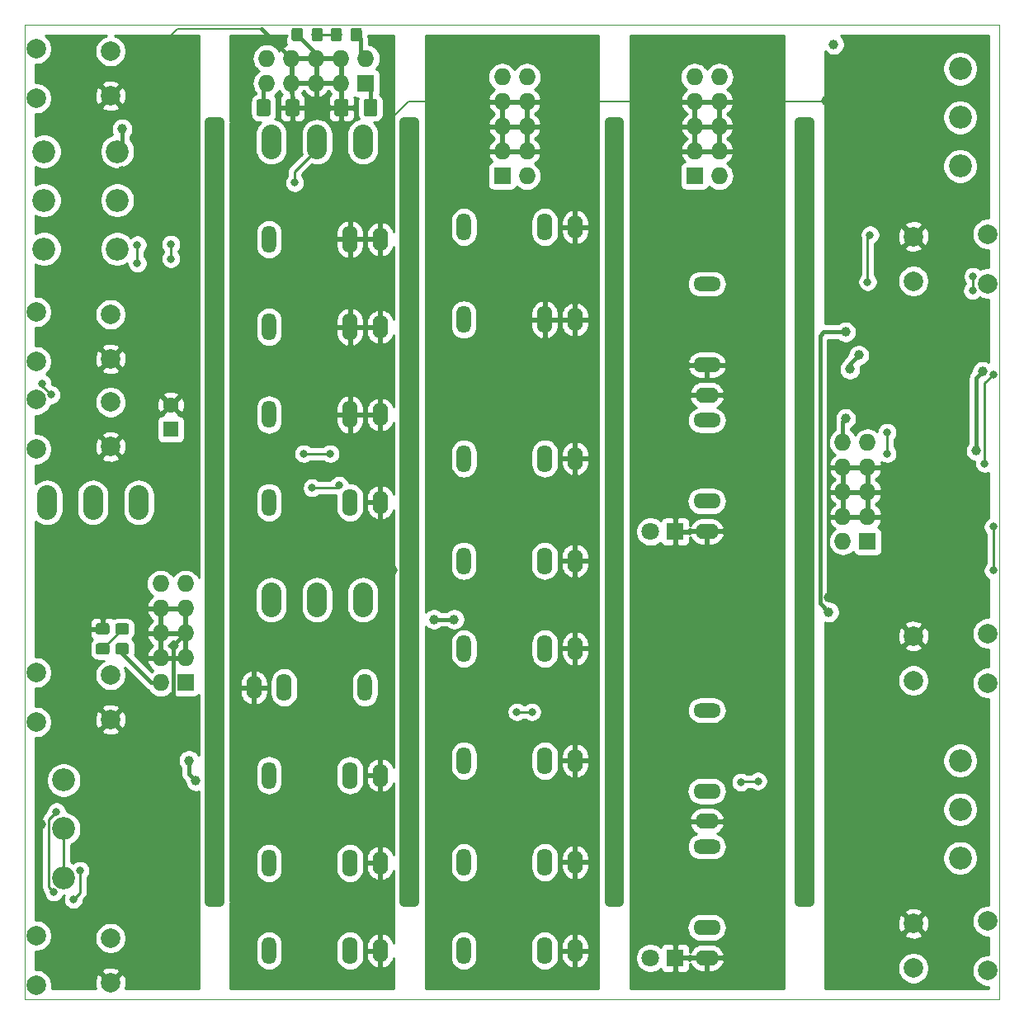
<source format=gbr>
%TF.GenerationSoftware,KiCad,Pcbnew,(5.1.0)-1*%
%TF.CreationDate,2019-04-22T15:03:31+02:00*%
%TF.ProjectId,Kicad_LFO_1,4b696361-645f-44c4-964f-5f312e6b6963,Rev A*%
%TF.SameCoordinates,Original*%
%TF.FileFunction,Copper,L1,Top*%
%TF.FilePolarity,Positive*%
%FSLAX46Y46*%
G04 Gerber Fmt 4.6, Leading zero omitted, Abs format (unit mm)*
G04 Created by KiCad (PCBNEW (5.1.0)-1) date 2019-04-22 15:03:31*
%MOMM*%
%LPD*%
G04 APERTURE LIST*
%ADD10C,1.000000*%
%ADD11C,0.050000*%
%ADD12R,1.600000X1.600000*%
%ADD13C,1.600000*%
%ADD14C,2.340000*%
%ADD15C,2.000000*%
%ADD16O,2.032000X3.556000*%
%ADD17R,1.727200X1.727200*%
%ADD18O,1.727200X1.727200*%
%ADD19C,0.150000*%
%ADD20C,1.425000*%
%ADD21O,1.500000X2.800000*%
%ADD22O,1.600000X2.400000*%
%ADD23O,1.600000X2.800000*%
%ADD24C,1.150000*%
%ADD25O,2.800000X1.600000*%
%ADD26O,2.400000X1.600000*%
%ADD27O,2.800000X1.500000*%
%ADD28C,1.800000*%
%ADD29R,1.800000X1.800000*%
%ADD30C,0.800000*%
%ADD31C,1.000000*%
%ADD32C,0.250000*%
%ADD33C,0.400000*%
%ADD34C,0.200000*%
%ADD35C,0.254000*%
G04 APERTURE END LIST*
D10*
X111000000Y-60000000D02*
X111000000Y-140000000D01*
X110000000Y-140000000D02*
X111000000Y-140000000D01*
X110000000Y-60000000D02*
X111000000Y-60000000D01*
X110000000Y-140000000D02*
X110000000Y-60000000D01*
X129500000Y-140000000D02*
X130500000Y-140000000D01*
X130500000Y-60000000D02*
X130500000Y-140000000D01*
X129500000Y-60000000D02*
X130500000Y-60000000D01*
X129500000Y-140000000D02*
X129500000Y-60000000D01*
X90000000Y-60000000D02*
X90000000Y-140000000D01*
X89000000Y-60000000D02*
X90000000Y-60000000D01*
X89000000Y-140000000D02*
X90000000Y-140000000D01*
X89000000Y-140000000D02*
X89000000Y-60000000D01*
X69000000Y-60000000D02*
X70000000Y-60000000D01*
X69000000Y-140000000D02*
X69000000Y-60000000D01*
X69000000Y-140000000D02*
X70000000Y-140000000D01*
X70000000Y-60000000D02*
X70000000Y-140000000D01*
D11*
X150000000Y-50000000D02*
X50000000Y-50000000D01*
X150000000Y-150000000D02*
X150000000Y-50000000D01*
X50000000Y-150000000D02*
X150000000Y-150000000D01*
X50000000Y-50000000D02*
X50000000Y-150000000D01*
D12*
X65000000Y-91500000D03*
D13*
X65000000Y-89000000D03*
D14*
X52000000Y-73000000D03*
X52000000Y-68000000D03*
X52000000Y-63000000D03*
X59500000Y-73000000D03*
X59500000Y-68000000D03*
X59500000Y-63000000D03*
D15*
X58810000Y-93286000D03*
X58810000Y-88714000D03*
X51190000Y-93540000D03*
X51190000Y-88460000D03*
X51190000Y-52460000D03*
X51190000Y-57540000D03*
X58810000Y-52714000D03*
X58810000Y-57286000D03*
X51190000Y-79460000D03*
X51190000Y-84540000D03*
X58810000Y-79714000D03*
X58810000Y-84286000D03*
D16*
X61700000Y-99000000D03*
X57000000Y-99000000D03*
X52300000Y-99000000D03*
D17*
X66500000Y-117500000D03*
D18*
X63960000Y-117500000D03*
X66500000Y-114960000D03*
X63960000Y-114960000D03*
X66500000Y-112420000D03*
X63960000Y-112420000D03*
X66500000Y-109880000D03*
X63960000Y-109880000D03*
X66500000Y-107340000D03*
X63960000Y-107340000D03*
D15*
X58810000Y-121286000D03*
X58810000Y-116714000D03*
X51190000Y-121540000D03*
X51190000Y-116460000D03*
X51190000Y-143460000D03*
X51190000Y-148540000D03*
X58810000Y-143714000D03*
X58810000Y-148286000D03*
D14*
X54000000Y-137500000D03*
X54000000Y-132500000D03*
X54000000Y-127500000D03*
D19*
G36*
X77974504Y-57626204D02*
G01*
X77998773Y-57629804D01*
X78022571Y-57635765D01*
X78045671Y-57644030D01*
X78067849Y-57654520D01*
X78088893Y-57667133D01*
X78108598Y-57681747D01*
X78126777Y-57698223D01*
X78143253Y-57716402D01*
X78157867Y-57736107D01*
X78170480Y-57757151D01*
X78180970Y-57779329D01*
X78189235Y-57802429D01*
X78195196Y-57826227D01*
X78198796Y-57850496D01*
X78200000Y-57875000D01*
X78200000Y-59125000D01*
X78198796Y-59149504D01*
X78195196Y-59173773D01*
X78189235Y-59197571D01*
X78180970Y-59220671D01*
X78170480Y-59242849D01*
X78157867Y-59263893D01*
X78143253Y-59283598D01*
X78126777Y-59301777D01*
X78108598Y-59318253D01*
X78088893Y-59332867D01*
X78067849Y-59345480D01*
X78045671Y-59355970D01*
X78022571Y-59364235D01*
X77998773Y-59370196D01*
X77974504Y-59373796D01*
X77950000Y-59375000D01*
X77025000Y-59375000D01*
X77000496Y-59373796D01*
X76976227Y-59370196D01*
X76952429Y-59364235D01*
X76929329Y-59355970D01*
X76907151Y-59345480D01*
X76886107Y-59332867D01*
X76866402Y-59318253D01*
X76848223Y-59301777D01*
X76831747Y-59283598D01*
X76817133Y-59263893D01*
X76804520Y-59242849D01*
X76794030Y-59220671D01*
X76785765Y-59197571D01*
X76779804Y-59173773D01*
X76776204Y-59149504D01*
X76775000Y-59125000D01*
X76775000Y-57875000D01*
X76776204Y-57850496D01*
X76779804Y-57826227D01*
X76785765Y-57802429D01*
X76794030Y-57779329D01*
X76804520Y-57757151D01*
X76817133Y-57736107D01*
X76831747Y-57716402D01*
X76848223Y-57698223D01*
X76866402Y-57681747D01*
X76886107Y-57667133D01*
X76907151Y-57654520D01*
X76929329Y-57644030D01*
X76952429Y-57635765D01*
X76976227Y-57629804D01*
X77000496Y-57626204D01*
X77025000Y-57625000D01*
X77950000Y-57625000D01*
X77974504Y-57626204D01*
X77974504Y-57626204D01*
G37*
D20*
X77487500Y-58500000D03*
D19*
G36*
X74999504Y-57626204D02*
G01*
X75023773Y-57629804D01*
X75047571Y-57635765D01*
X75070671Y-57644030D01*
X75092849Y-57654520D01*
X75113893Y-57667133D01*
X75133598Y-57681747D01*
X75151777Y-57698223D01*
X75168253Y-57716402D01*
X75182867Y-57736107D01*
X75195480Y-57757151D01*
X75205970Y-57779329D01*
X75214235Y-57802429D01*
X75220196Y-57826227D01*
X75223796Y-57850496D01*
X75225000Y-57875000D01*
X75225000Y-59125000D01*
X75223796Y-59149504D01*
X75220196Y-59173773D01*
X75214235Y-59197571D01*
X75205970Y-59220671D01*
X75195480Y-59242849D01*
X75182867Y-59263893D01*
X75168253Y-59283598D01*
X75151777Y-59301777D01*
X75133598Y-59318253D01*
X75113893Y-59332867D01*
X75092849Y-59345480D01*
X75070671Y-59355970D01*
X75047571Y-59364235D01*
X75023773Y-59370196D01*
X74999504Y-59373796D01*
X74975000Y-59375000D01*
X74050000Y-59375000D01*
X74025496Y-59373796D01*
X74001227Y-59370196D01*
X73977429Y-59364235D01*
X73954329Y-59355970D01*
X73932151Y-59345480D01*
X73911107Y-59332867D01*
X73891402Y-59318253D01*
X73873223Y-59301777D01*
X73856747Y-59283598D01*
X73842133Y-59263893D01*
X73829520Y-59242849D01*
X73819030Y-59220671D01*
X73810765Y-59197571D01*
X73804804Y-59173773D01*
X73801204Y-59149504D01*
X73800000Y-59125000D01*
X73800000Y-57875000D01*
X73801204Y-57850496D01*
X73804804Y-57826227D01*
X73810765Y-57802429D01*
X73819030Y-57779329D01*
X73829520Y-57757151D01*
X73842133Y-57736107D01*
X73856747Y-57716402D01*
X73873223Y-57698223D01*
X73891402Y-57681747D01*
X73911107Y-57667133D01*
X73932151Y-57654520D01*
X73954329Y-57644030D01*
X73977429Y-57635765D01*
X74001227Y-57629804D01*
X74025496Y-57626204D01*
X74050000Y-57625000D01*
X74975000Y-57625000D01*
X74999504Y-57626204D01*
X74999504Y-57626204D01*
G37*
D20*
X74512500Y-58500000D03*
D19*
G36*
X82999504Y-57626204D02*
G01*
X83023773Y-57629804D01*
X83047571Y-57635765D01*
X83070671Y-57644030D01*
X83092849Y-57654520D01*
X83113893Y-57667133D01*
X83133598Y-57681747D01*
X83151777Y-57698223D01*
X83168253Y-57716402D01*
X83182867Y-57736107D01*
X83195480Y-57757151D01*
X83205970Y-57779329D01*
X83214235Y-57802429D01*
X83220196Y-57826227D01*
X83223796Y-57850496D01*
X83225000Y-57875000D01*
X83225000Y-59125000D01*
X83223796Y-59149504D01*
X83220196Y-59173773D01*
X83214235Y-59197571D01*
X83205970Y-59220671D01*
X83195480Y-59242849D01*
X83182867Y-59263893D01*
X83168253Y-59283598D01*
X83151777Y-59301777D01*
X83133598Y-59318253D01*
X83113893Y-59332867D01*
X83092849Y-59345480D01*
X83070671Y-59355970D01*
X83047571Y-59364235D01*
X83023773Y-59370196D01*
X82999504Y-59373796D01*
X82975000Y-59375000D01*
X82050000Y-59375000D01*
X82025496Y-59373796D01*
X82001227Y-59370196D01*
X81977429Y-59364235D01*
X81954329Y-59355970D01*
X81932151Y-59345480D01*
X81911107Y-59332867D01*
X81891402Y-59318253D01*
X81873223Y-59301777D01*
X81856747Y-59283598D01*
X81842133Y-59263893D01*
X81829520Y-59242849D01*
X81819030Y-59220671D01*
X81810765Y-59197571D01*
X81804804Y-59173773D01*
X81801204Y-59149504D01*
X81800000Y-59125000D01*
X81800000Y-57875000D01*
X81801204Y-57850496D01*
X81804804Y-57826227D01*
X81810765Y-57802429D01*
X81819030Y-57779329D01*
X81829520Y-57757151D01*
X81842133Y-57736107D01*
X81856747Y-57716402D01*
X81873223Y-57698223D01*
X81891402Y-57681747D01*
X81911107Y-57667133D01*
X81932151Y-57654520D01*
X81954329Y-57644030D01*
X81977429Y-57635765D01*
X82001227Y-57629804D01*
X82025496Y-57626204D01*
X82050000Y-57625000D01*
X82975000Y-57625000D01*
X82999504Y-57626204D01*
X82999504Y-57626204D01*
G37*
D20*
X82512500Y-58500000D03*
D19*
G36*
X85974504Y-57626204D02*
G01*
X85998773Y-57629804D01*
X86022571Y-57635765D01*
X86045671Y-57644030D01*
X86067849Y-57654520D01*
X86088893Y-57667133D01*
X86108598Y-57681747D01*
X86126777Y-57698223D01*
X86143253Y-57716402D01*
X86157867Y-57736107D01*
X86170480Y-57757151D01*
X86180970Y-57779329D01*
X86189235Y-57802429D01*
X86195196Y-57826227D01*
X86198796Y-57850496D01*
X86200000Y-57875000D01*
X86200000Y-59125000D01*
X86198796Y-59149504D01*
X86195196Y-59173773D01*
X86189235Y-59197571D01*
X86180970Y-59220671D01*
X86170480Y-59242849D01*
X86157867Y-59263893D01*
X86143253Y-59283598D01*
X86126777Y-59301777D01*
X86108598Y-59318253D01*
X86088893Y-59332867D01*
X86067849Y-59345480D01*
X86045671Y-59355970D01*
X86022571Y-59364235D01*
X85998773Y-59370196D01*
X85974504Y-59373796D01*
X85950000Y-59375000D01*
X85025000Y-59375000D01*
X85000496Y-59373796D01*
X84976227Y-59370196D01*
X84952429Y-59364235D01*
X84929329Y-59355970D01*
X84907151Y-59345480D01*
X84886107Y-59332867D01*
X84866402Y-59318253D01*
X84848223Y-59301777D01*
X84831747Y-59283598D01*
X84817133Y-59263893D01*
X84804520Y-59242849D01*
X84794030Y-59220671D01*
X84785765Y-59197571D01*
X84779804Y-59173773D01*
X84776204Y-59149504D01*
X84775000Y-59125000D01*
X84775000Y-57875000D01*
X84776204Y-57850496D01*
X84779804Y-57826227D01*
X84785765Y-57802429D01*
X84794030Y-57779329D01*
X84804520Y-57757151D01*
X84817133Y-57736107D01*
X84831747Y-57716402D01*
X84848223Y-57698223D01*
X84866402Y-57681747D01*
X84886107Y-57667133D01*
X84907151Y-57654520D01*
X84929329Y-57644030D01*
X84952429Y-57635765D01*
X84976227Y-57629804D01*
X85000496Y-57626204D01*
X85025000Y-57625000D01*
X85950000Y-57625000D01*
X85974504Y-57626204D01*
X85974504Y-57626204D01*
G37*
D20*
X85487500Y-58500000D03*
D21*
X75080000Y-72000000D03*
D22*
X86480000Y-72000000D03*
D23*
X83380000Y-72000000D03*
X83380000Y-81000000D03*
D22*
X86480000Y-81000000D03*
D21*
X75080000Y-81000000D03*
X75080000Y-90000000D03*
D22*
X86480000Y-90000000D03*
D23*
X83380000Y-90000000D03*
D21*
X75080000Y-99000000D03*
D22*
X86480000Y-99000000D03*
D23*
X83380000Y-99000000D03*
X76620000Y-118000000D03*
D22*
X73520000Y-118000000D03*
D21*
X84920000Y-118000000D03*
D23*
X83380000Y-127000000D03*
D22*
X86480000Y-127000000D03*
D21*
X75080000Y-127000000D03*
D23*
X83380000Y-136000000D03*
D22*
X86480000Y-136000000D03*
D21*
X75080000Y-136000000D03*
X75080000Y-145000000D03*
D22*
X86480000Y-145000000D03*
D23*
X83380000Y-145000000D03*
D17*
X85000000Y-56000000D03*
D18*
X85000000Y-53460000D03*
X82460000Y-56000000D03*
X82460000Y-53460000D03*
X79920000Y-56000000D03*
X79920000Y-53460000D03*
X77380000Y-56000000D03*
X77380000Y-53460000D03*
X74840000Y-56000000D03*
X74840000Y-53460000D03*
D16*
X75300000Y-62000000D03*
X80000000Y-62000000D03*
X84700000Y-62000000D03*
X84700000Y-109000000D03*
X80000000Y-109000000D03*
X75300000Y-109000000D03*
D19*
G36*
X60474505Y-113451204D02*
G01*
X60498773Y-113454804D01*
X60522572Y-113460765D01*
X60545671Y-113469030D01*
X60567850Y-113479520D01*
X60588893Y-113492132D01*
X60608599Y-113506747D01*
X60626777Y-113523223D01*
X60643253Y-113541401D01*
X60657868Y-113561107D01*
X60670480Y-113582150D01*
X60680970Y-113604329D01*
X60689235Y-113627428D01*
X60695196Y-113651227D01*
X60698796Y-113675495D01*
X60700000Y-113699999D01*
X60700000Y-114350001D01*
X60698796Y-114374505D01*
X60695196Y-114398773D01*
X60689235Y-114422572D01*
X60680970Y-114445671D01*
X60670480Y-114467850D01*
X60657868Y-114488893D01*
X60643253Y-114508599D01*
X60626777Y-114526777D01*
X60608599Y-114543253D01*
X60588893Y-114557868D01*
X60567850Y-114570480D01*
X60545671Y-114580970D01*
X60522572Y-114589235D01*
X60498773Y-114595196D01*
X60474505Y-114598796D01*
X60450001Y-114600000D01*
X59549999Y-114600000D01*
X59525495Y-114598796D01*
X59501227Y-114595196D01*
X59477428Y-114589235D01*
X59454329Y-114580970D01*
X59432150Y-114570480D01*
X59411107Y-114557868D01*
X59391401Y-114543253D01*
X59373223Y-114526777D01*
X59356747Y-114508599D01*
X59342132Y-114488893D01*
X59329520Y-114467850D01*
X59319030Y-114445671D01*
X59310765Y-114422572D01*
X59304804Y-114398773D01*
X59301204Y-114374505D01*
X59300000Y-114350001D01*
X59300000Y-113699999D01*
X59301204Y-113675495D01*
X59304804Y-113651227D01*
X59310765Y-113627428D01*
X59319030Y-113604329D01*
X59329520Y-113582150D01*
X59342132Y-113561107D01*
X59356747Y-113541401D01*
X59373223Y-113523223D01*
X59391401Y-113506747D01*
X59411107Y-113492132D01*
X59432150Y-113479520D01*
X59454329Y-113469030D01*
X59477428Y-113460765D01*
X59501227Y-113454804D01*
X59525495Y-113451204D01*
X59549999Y-113450000D01*
X60450001Y-113450000D01*
X60474505Y-113451204D01*
X60474505Y-113451204D01*
G37*
D24*
X60000000Y-114025000D03*
D19*
G36*
X60474505Y-111401204D02*
G01*
X60498773Y-111404804D01*
X60522572Y-111410765D01*
X60545671Y-111419030D01*
X60567850Y-111429520D01*
X60588893Y-111442132D01*
X60608599Y-111456747D01*
X60626777Y-111473223D01*
X60643253Y-111491401D01*
X60657868Y-111511107D01*
X60670480Y-111532150D01*
X60680970Y-111554329D01*
X60689235Y-111577428D01*
X60695196Y-111601227D01*
X60698796Y-111625495D01*
X60700000Y-111649999D01*
X60700000Y-112300001D01*
X60698796Y-112324505D01*
X60695196Y-112348773D01*
X60689235Y-112372572D01*
X60680970Y-112395671D01*
X60670480Y-112417850D01*
X60657868Y-112438893D01*
X60643253Y-112458599D01*
X60626777Y-112476777D01*
X60608599Y-112493253D01*
X60588893Y-112507868D01*
X60567850Y-112520480D01*
X60545671Y-112530970D01*
X60522572Y-112539235D01*
X60498773Y-112545196D01*
X60474505Y-112548796D01*
X60450001Y-112550000D01*
X59549999Y-112550000D01*
X59525495Y-112548796D01*
X59501227Y-112545196D01*
X59477428Y-112539235D01*
X59454329Y-112530970D01*
X59432150Y-112520480D01*
X59411107Y-112507868D01*
X59391401Y-112493253D01*
X59373223Y-112476777D01*
X59356747Y-112458599D01*
X59342132Y-112438893D01*
X59329520Y-112417850D01*
X59319030Y-112395671D01*
X59310765Y-112372572D01*
X59304804Y-112348773D01*
X59301204Y-112324505D01*
X59300000Y-112300001D01*
X59300000Y-111649999D01*
X59301204Y-111625495D01*
X59304804Y-111601227D01*
X59310765Y-111577428D01*
X59319030Y-111554329D01*
X59329520Y-111532150D01*
X59342132Y-111511107D01*
X59356747Y-111491401D01*
X59373223Y-111473223D01*
X59391401Y-111456747D01*
X59411107Y-111442132D01*
X59432150Y-111429520D01*
X59454329Y-111419030D01*
X59477428Y-111410765D01*
X59501227Y-111404804D01*
X59525495Y-111401204D01*
X59549999Y-111400000D01*
X60450001Y-111400000D01*
X60474505Y-111401204D01*
X60474505Y-111401204D01*
G37*
D24*
X60000000Y-111975000D03*
D19*
G36*
X82324505Y-50301204D02*
G01*
X82348773Y-50304804D01*
X82372572Y-50310765D01*
X82395671Y-50319030D01*
X82417850Y-50329520D01*
X82438893Y-50342132D01*
X82458599Y-50356747D01*
X82476777Y-50373223D01*
X82493253Y-50391401D01*
X82507868Y-50411107D01*
X82520480Y-50432150D01*
X82530970Y-50454329D01*
X82539235Y-50477428D01*
X82545196Y-50501227D01*
X82548796Y-50525495D01*
X82550000Y-50549999D01*
X82550000Y-51450001D01*
X82548796Y-51474505D01*
X82545196Y-51498773D01*
X82539235Y-51522572D01*
X82530970Y-51545671D01*
X82520480Y-51567850D01*
X82507868Y-51588893D01*
X82493253Y-51608599D01*
X82476777Y-51626777D01*
X82458599Y-51643253D01*
X82438893Y-51657868D01*
X82417850Y-51670480D01*
X82395671Y-51680970D01*
X82372572Y-51689235D01*
X82348773Y-51695196D01*
X82324505Y-51698796D01*
X82300001Y-51700000D01*
X81649999Y-51700000D01*
X81625495Y-51698796D01*
X81601227Y-51695196D01*
X81577428Y-51689235D01*
X81554329Y-51680970D01*
X81532150Y-51670480D01*
X81511107Y-51657868D01*
X81491401Y-51643253D01*
X81473223Y-51626777D01*
X81456747Y-51608599D01*
X81442132Y-51588893D01*
X81429520Y-51567850D01*
X81419030Y-51545671D01*
X81410765Y-51522572D01*
X81404804Y-51498773D01*
X81401204Y-51474505D01*
X81400000Y-51450001D01*
X81400000Y-50549999D01*
X81401204Y-50525495D01*
X81404804Y-50501227D01*
X81410765Y-50477428D01*
X81419030Y-50454329D01*
X81429520Y-50432150D01*
X81442132Y-50411107D01*
X81456747Y-50391401D01*
X81473223Y-50373223D01*
X81491401Y-50356747D01*
X81511107Y-50342132D01*
X81532150Y-50329520D01*
X81554329Y-50319030D01*
X81577428Y-50310765D01*
X81601227Y-50304804D01*
X81625495Y-50301204D01*
X81649999Y-50300000D01*
X82300001Y-50300000D01*
X82324505Y-50301204D01*
X82324505Y-50301204D01*
G37*
D24*
X81975000Y-51000000D03*
D19*
G36*
X84374505Y-50301204D02*
G01*
X84398773Y-50304804D01*
X84422572Y-50310765D01*
X84445671Y-50319030D01*
X84467850Y-50329520D01*
X84488893Y-50342132D01*
X84508599Y-50356747D01*
X84526777Y-50373223D01*
X84543253Y-50391401D01*
X84557868Y-50411107D01*
X84570480Y-50432150D01*
X84580970Y-50454329D01*
X84589235Y-50477428D01*
X84595196Y-50501227D01*
X84598796Y-50525495D01*
X84600000Y-50549999D01*
X84600000Y-51450001D01*
X84598796Y-51474505D01*
X84595196Y-51498773D01*
X84589235Y-51522572D01*
X84580970Y-51545671D01*
X84570480Y-51567850D01*
X84557868Y-51588893D01*
X84543253Y-51608599D01*
X84526777Y-51626777D01*
X84508599Y-51643253D01*
X84488893Y-51657868D01*
X84467850Y-51670480D01*
X84445671Y-51680970D01*
X84422572Y-51689235D01*
X84398773Y-51695196D01*
X84374505Y-51698796D01*
X84350001Y-51700000D01*
X83699999Y-51700000D01*
X83675495Y-51698796D01*
X83651227Y-51695196D01*
X83627428Y-51689235D01*
X83604329Y-51680970D01*
X83582150Y-51670480D01*
X83561107Y-51657868D01*
X83541401Y-51643253D01*
X83523223Y-51626777D01*
X83506747Y-51608599D01*
X83492132Y-51588893D01*
X83479520Y-51567850D01*
X83469030Y-51545671D01*
X83460765Y-51522572D01*
X83454804Y-51498773D01*
X83451204Y-51474505D01*
X83450000Y-51450001D01*
X83450000Y-50549999D01*
X83451204Y-50525495D01*
X83454804Y-50501227D01*
X83460765Y-50477428D01*
X83469030Y-50454329D01*
X83479520Y-50432150D01*
X83492132Y-50411107D01*
X83506747Y-50391401D01*
X83523223Y-50373223D01*
X83541401Y-50356747D01*
X83561107Y-50342132D01*
X83582150Y-50329520D01*
X83604329Y-50319030D01*
X83627428Y-50310765D01*
X83651227Y-50304804D01*
X83675495Y-50301204D01*
X83699999Y-50300000D01*
X84350001Y-50300000D01*
X84374505Y-50301204D01*
X84374505Y-50301204D01*
G37*
D24*
X84025000Y-51000000D03*
D19*
G36*
X58474505Y-111401204D02*
G01*
X58498773Y-111404804D01*
X58522572Y-111410765D01*
X58545671Y-111419030D01*
X58567850Y-111429520D01*
X58588893Y-111442132D01*
X58608599Y-111456747D01*
X58626777Y-111473223D01*
X58643253Y-111491401D01*
X58657868Y-111511107D01*
X58670480Y-111532150D01*
X58680970Y-111554329D01*
X58689235Y-111577428D01*
X58695196Y-111601227D01*
X58698796Y-111625495D01*
X58700000Y-111649999D01*
X58700000Y-112300001D01*
X58698796Y-112324505D01*
X58695196Y-112348773D01*
X58689235Y-112372572D01*
X58680970Y-112395671D01*
X58670480Y-112417850D01*
X58657868Y-112438893D01*
X58643253Y-112458599D01*
X58626777Y-112476777D01*
X58608599Y-112493253D01*
X58588893Y-112507868D01*
X58567850Y-112520480D01*
X58545671Y-112530970D01*
X58522572Y-112539235D01*
X58498773Y-112545196D01*
X58474505Y-112548796D01*
X58450001Y-112550000D01*
X57549999Y-112550000D01*
X57525495Y-112548796D01*
X57501227Y-112545196D01*
X57477428Y-112539235D01*
X57454329Y-112530970D01*
X57432150Y-112520480D01*
X57411107Y-112507868D01*
X57391401Y-112493253D01*
X57373223Y-112476777D01*
X57356747Y-112458599D01*
X57342132Y-112438893D01*
X57329520Y-112417850D01*
X57319030Y-112395671D01*
X57310765Y-112372572D01*
X57304804Y-112348773D01*
X57301204Y-112324505D01*
X57300000Y-112300001D01*
X57300000Y-111649999D01*
X57301204Y-111625495D01*
X57304804Y-111601227D01*
X57310765Y-111577428D01*
X57319030Y-111554329D01*
X57329520Y-111532150D01*
X57342132Y-111511107D01*
X57356747Y-111491401D01*
X57373223Y-111473223D01*
X57391401Y-111456747D01*
X57411107Y-111442132D01*
X57432150Y-111429520D01*
X57454329Y-111419030D01*
X57477428Y-111410765D01*
X57501227Y-111404804D01*
X57525495Y-111401204D01*
X57549999Y-111400000D01*
X58450001Y-111400000D01*
X58474505Y-111401204D01*
X58474505Y-111401204D01*
G37*
D24*
X58000000Y-111975000D03*
D19*
G36*
X58474505Y-113451204D02*
G01*
X58498773Y-113454804D01*
X58522572Y-113460765D01*
X58545671Y-113469030D01*
X58567850Y-113479520D01*
X58588893Y-113492132D01*
X58608599Y-113506747D01*
X58626777Y-113523223D01*
X58643253Y-113541401D01*
X58657868Y-113561107D01*
X58670480Y-113582150D01*
X58680970Y-113604329D01*
X58689235Y-113627428D01*
X58695196Y-113651227D01*
X58698796Y-113675495D01*
X58700000Y-113699999D01*
X58700000Y-114350001D01*
X58698796Y-114374505D01*
X58695196Y-114398773D01*
X58689235Y-114422572D01*
X58680970Y-114445671D01*
X58670480Y-114467850D01*
X58657868Y-114488893D01*
X58643253Y-114508599D01*
X58626777Y-114526777D01*
X58608599Y-114543253D01*
X58588893Y-114557868D01*
X58567850Y-114570480D01*
X58545671Y-114580970D01*
X58522572Y-114589235D01*
X58498773Y-114595196D01*
X58474505Y-114598796D01*
X58450001Y-114600000D01*
X57549999Y-114600000D01*
X57525495Y-114598796D01*
X57501227Y-114595196D01*
X57477428Y-114589235D01*
X57454329Y-114580970D01*
X57432150Y-114570480D01*
X57411107Y-114557868D01*
X57391401Y-114543253D01*
X57373223Y-114526777D01*
X57356747Y-114508599D01*
X57342132Y-114488893D01*
X57329520Y-114467850D01*
X57319030Y-114445671D01*
X57310765Y-114422572D01*
X57304804Y-114398773D01*
X57301204Y-114374505D01*
X57300000Y-114350001D01*
X57300000Y-113699999D01*
X57301204Y-113675495D01*
X57304804Y-113651227D01*
X57310765Y-113627428D01*
X57319030Y-113604329D01*
X57329520Y-113582150D01*
X57342132Y-113561107D01*
X57356747Y-113541401D01*
X57373223Y-113523223D01*
X57391401Y-113506747D01*
X57411107Y-113492132D01*
X57432150Y-113479520D01*
X57454329Y-113469030D01*
X57477428Y-113460765D01*
X57501227Y-113454804D01*
X57525495Y-113451204D01*
X57549999Y-113450000D01*
X58450001Y-113450000D01*
X58474505Y-113451204D01*
X58474505Y-113451204D01*
G37*
D24*
X58000000Y-114025000D03*
D19*
G36*
X80374505Y-50301204D02*
G01*
X80398773Y-50304804D01*
X80422572Y-50310765D01*
X80445671Y-50319030D01*
X80467850Y-50329520D01*
X80488893Y-50342132D01*
X80508599Y-50356747D01*
X80526777Y-50373223D01*
X80543253Y-50391401D01*
X80557868Y-50411107D01*
X80570480Y-50432150D01*
X80580970Y-50454329D01*
X80589235Y-50477428D01*
X80595196Y-50501227D01*
X80598796Y-50525495D01*
X80600000Y-50549999D01*
X80600000Y-51450001D01*
X80598796Y-51474505D01*
X80595196Y-51498773D01*
X80589235Y-51522572D01*
X80580970Y-51545671D01*
X80570480Y-51567850D01*
X80557868Y-51588893D01*
X80543253Y-51608599D01*
X80526777Y-51626777D01*
X80508599Y-51643253D01*
X80488893Y-51657868D01*
X80467850Y-51670480D01*
X80445671Y-51680970D01*
X80422572Y-51689235D01*
X80398773Y-51695196D01*
X80374505Y-51698796D01*
X80350001Y-51700000D01*
X79699999Y-51700000D01*
X79675495Y-51698796D01*
X79651227Y-51695196D01*
X79627428Y-51689235D01*
X79604329Y-51680970D01*
X79582150Y-51670480D01*
X79561107Y-51657868D01*
X79541401Y-51643253D01*
X79523223Y-51626777D01*
X79506747Y-51608599D01*
X79492132Y-51588893D01*
X79479520Y-51567850D01*
X79469030Y-51545671D01*
X79460765Y-51522572D01*
X79454804Y-51498773D01*
X79451204Y-51474505D01*
X79450000Y-51450001D01*
X79450000Y-50549999D01*
X79451204Y-50525495D01*
X79454804Y-50501227D01*
X79460765Y-50477428D01*
X79469030Y-50454329D01*
X79479520Y-50432150D01*
X79492132Y-50411107D01*
X79506747Y-50391401D01*
X79523223Y-50373223D01*
X79541401Y-50356747D01*
X79561107Y-50342132D01*
X79582150Y-50329520D01*
X79604329Y-50319030D01*
X79627428Y-50310765D01*
X79651227Y-50304804D01*
X79675495Y-50301204D01*
X79699999Y-50300000D01*
X80350001Y-50300000D01*
X80374505Y-50301204D01*
X80374505Y-50301204D01*
G37*
D24*
X80025000Y-51000000D03*
D19*
G36*
X78324505Y-50301204D02*
G01*
X78348773Y-50304804D01*
X78372572Y-50310765D01*
X78395671Y-50319030D01*
X78417850Y-50329520D01*
X78438893Y-50342132D01*
X78458599Y-50356747D01*
X78476777Y-50373223D01*
X78493253Y-50391401D01*
X78507868Y-50411107D01*
X78520480Y-50432150D01*
X78530970Y-50454329D01*
X78539235Y-50477428D01*
X78545196Y-50501227D01*
X78548796Y-50525495D01*
X78550000Y-50549999D01*
X78550000Y-51450001D01*
X78548796Y-51474505D01*
X78545196Y-51498773D01*
X78539235Y-51522572D01*
X78530970Y-51545671D01*
X78520480Y-51567850D01*
X78507868Y-51588893D01*
X78493253Y-51608599D01*
X78476777Y-51626777D01*
X78458599Y-51643253D01*
X78438893Y-51657868D01*
X78417850Y-51670480D01*
X78395671Y-51680970D01*
X78372572Y-51689235D01*
X78348773Y-51695196D01*
X78324505Y-51698796D01*
X78300001Y-51700000D01*
X77649999Y-51700000D01*
X77625495Y-51698796D01*
X77601227Y-51695196D01*
X77577428Y-51689235D01*
X77554329Y-51680970D01*
X77532150Y-51670480D01*
X77511107Y-51657868D01*
X77491401Y-51643253D01*
X77473223Y-51626777D01*
X77456747Y-51608599D01*
X77442132Y-51588893D01*
X77429520Y-51567850D01*
X77419030Y-51545671D01*
X77410765Y-51522572D01*
X77404804Y-51498773D01*
X77401204Y-51474505D01*
X77400000Y-51450001D01*
X77400000Y-50549999D01*
X77401204Y-50525495D01*
X77404804Y-50501227D01*
X77410765Y-50477428D01*
X77419030Y-50454329D01*
X77429520Y-50432150D01*
X77442132Y-50411107D01*
X77456747Y-50391401D01*
X77473223Y-50373223D01*
X77491401Y-50356747D01*
X77511107Y-50342132D01*
X77532150Y-50329520D01*
X77554329Y-50319030D01*
X77577428Y-50310765D01*
X77601227Y-50304804D01*
X77625495Y-50301204D01*
X77649999Y-50300000D01*
X78300001Y-50300000D01*
X78324505Y-50301204D01*
X78324505Y-50301204D01*
G37*
D24*
X77975000Y-51000000D03*
D15*
X141190000Y-112714000D03*
X141190000Y-117286000D03*
X148810000Y-112460000D03*
X148810000Y-117540000D03*
X148810000Y-76540000D03*
X148810000Y-71460000D03*
X141190000Y-76286000D03*
X141190000Y-71714000D03*
X148810000Y-147040000D03*
X148810000Y-141960000D03*
X141190000Y-146786000D03*
X141190000Y-142214000D03*
D17*
X136500000Y-103000000D03*
D18*
X133960000Y-103000000D03*
X136500000Y-100460000D03*
X133960000Y-100460000D03*
X136500000Y-97920000D03*
X133960000Y-97920000D03*
X136500000Y-95380000D03*
X133960000Y-95380000D03*
X136500000Y-92840000D03*
X133960000Y-92840000D03*
D14*
X146000000Y-135500000D03*
X146000000Y-130500000D03*
X146000000Y-125500000D03*
X146000000Y-54500000D03*
X146000000Y-59500000D03*
X146000000Y-64500000D03*
D17*
X99000000Y-65500000D03*
D18*
X101540000Y-65500000D03*
X99000000Y-62960000D03*
X101540000Y-62960000D03*
X99000000Y-60420000D03*
X101540000Y-60420000D03*
X99000000Y-57880000D03*
X101540000Y-57880000D03*
X99000000Y-55340000D03*
X101540000Y-55340000D03*
D23*
X103355001Y-105000000D03*
D22*
X106455001Y-105000000D03*
D21*
X95055001Y-105000000D03*
D23*
X103380000Y-94500000D03*
D22*
X106480000Y-94500000D03*
D21*
X95080000Y-94500000D03*
X95080000Y-114000000D03*
D22*
X106480000Y-114000000D03*
D23*
X103380000Y-114000000D03*
D21*
X95055001Y-145000000D03*
D22*
X106455001Y-145000000D03*
D23*
X103355001Y-145000000D03*
D21*
X95080000Y-125500000D03*
D22*
X106480000Y-125500000D03*
D23*
X103380000Y-125500000D03*
X103380000Y-135924999D03*
D22*
X106480000Y-135924999D03*
D21*
X95080000Y-135924999D03*
X95080000Y-70750000D03*
D22*
X106480000Y-70750000D03*
D23*
X103380000Y-70750000D03*
X103355001Y-80250000D03*
D22*
X106455001Y-80250000D03*
D21*
X95055001Y-80250000D03*
D25*
X120000000Y-84880000D03*
D26*
X120000000Y-87980000D03*
D27*
X120000000Y-76580000D03*
X120000000Y-120330000D03*
D26*
X120000000Y-131730000D03*
D25*
X120000000Y-128630000D03*
X120000000Y-98880000D03*
D26*
X120000000Y-101980000D03*
D27*
X120000000Y-90580000D03*
X120000000Y-134330000D03*
D26*
X120000000Y-145730000D03*
D25*
X120000000Y-142630000D03*
D17*
X118750000Y-65500000D03*
D18*
X121290000Y-65500000D03*
X118750000Y-62960000D03*
X121290000Y-62960000D03*
X118750000Y-60420000D03*
X121290000Y-60420000D03*
X118750000Y-57880000D03*
X121290000Y-57880000D03*
X118750000Y-55340000D03*
X121290000Y-55340000D03*
D28*
X114210000Y-145750000D03*
D29*
X116750000Y-145750000D03*
X116750000Y-102000000D03*
D28*
X114210000Y-102000000D03*
D30*
X136500000Y-76375000D03*
X136750000Y-71550000D03*
D31*
X62380002Y-140000000D03*
X52000000Y-141000000D03*
X51679999Y-132078365D03*
X61000000Y-126000000D03*
X60000000Y-65000000D03*
X67000000Y-72000000D03*
X87800000Y-106000000D03*
X72000000Y-108000000D03*
X65000000Y-119500000D03*
X75500000Y-92500000D03*
X95000000Y-83000000D03*
X132799990Y-86000000D03*
X145500000Y-90500000D03*
X141500000Y-94500000D03*
X147500000Y-109500000D03*
X142000000Y-103000000D03*
X125000000Y-107250000D03*
X124425010Y-115250000D03*
X132250000Y-57750000D03*
X87000000Y-60250000D03*
X132500000Y-108750000D03*
D30*
X61566675Y-72566675D03*
X61566675Y-74466697D03*
D31*
X60000000Y-60679999D03*
X94075000Y-111000000D03*
X92000000Y-111000000D03*
X148276055Y-85576574D03*
X147654940Y-93704202D03*
X133000000Y-52000000D03*
X134250000Y-90400002D03*
X134679136Y-85320864D03*
X135595864Y-83904136D03*
X134250000Y-81500000D03*
X132500000Y-110250000D03*
X66863601Y-125500000D03*
X67576397Y-127576397D03*
D30*
X65000000Y-72499990D03*
X65000000Y-74000000D03*
X51812347Y-86812347D03*
X52722521Y-87952785D03*
X53000000Y-139000000D03*
X53262653Y-130737347D03*
X55000000Y-139725000D03*
X55679172Y-136775000D03*
X79500000Y-97500000D03*
X82254990Y-97245010D03*
X77718557Y-66205862D03*
X78650000Y-94000000D03*
X81350000Y-94000000D03*
X149375000Y-101500000D03*
X149375000Y-106000000D03*
X147267346Y-77265000D03*
X147318893Y-75815000D03*
X149375000Y-85875000D03*
X148500000Y-95000000D03*
X138500000Y-91799978D03*
X138500000Y-94000000D03*
X100500000Y-120500000D03*
X102050011Y-120500000D03*
X125250010Y-127600000D03*
X123500000Y-127700000D03*
D32*
X136500000Y-76375000D02*
X136500000Y-71800000D01*
X136500000Y-71800000D02*
X136750000Y-71550000D01*
D33*
X59809999Y-56286001D02*
X58810000Y-57286000D01*
D34*
X65670990Y-50425010D02*
X59809999Y-56286001D01*
X74345010Y-50425010D02*
X65670990Y-50425010D01*
D33*
X77380000Y-53460000D02*
X74345010Y-50425010D01*
X79920000Y-52945000D02*
X79920000Y-53460000D01*
X77975000Y-51000000D02*
X79920000Y-52945000D01*
X65236399Y-119263601D02*
X65000000Y-119500000D01*
X66500000Y-112420000D02*
X65236399Y-113683601D01*
X65236399Y-113683601D02*
X65236399Y-119263601D01*
D34*
X121290000Y-57880000D02*
X132620000Y-57880000D01*
D33*
X132620000Y-57880000D02*
X132750000Y-57750000D01*
D34*
X118750000Y-57880000D02*
X101540000Y-57880000D01*
X99000000Y-57880000D02*
X89370000Y-57880000D01*
X89370000Y-57880000D02*
X87000000Y-60250000D01*
D32*
X61566675Y-72566675D02*
X61566675Y-74466697D01*
D33*
X60000000Y-62500000D02*
X59500000Y-63000000D01*
X60000000Y-60679999D02*
X60000000Y-62500000D01*
X94075000Y-111000000D02*
X92000000Y-111000000D01*
X147654940Y-92997096D02*
X147654940Y-93704202D01*
X147654940Y-86197689D02*
X147654940Y-92997096D01*
X148276055Y-85576574D02*
X147654940Y-86197689D01*
X133960000Y-92840000D02*
X133960000Y-90690002D01*
X133960000Y-90690002D02*
X134250000Y-90400002D01*
X134679136Y-85320864D02*
X134679136Y-84820864D01*
X134679136Y-84820864D02*
X135595864Y-83904136D01*
X134250000Y-81500000D02*
X133542894Y-81500000D01*
X133542894Y-81500000D02*
X132000000Y-81500000D01*
X131599999Y-109349999D02*
X132500000Y-110250000D01*
X132000000Y-81500000D02*
X131599999Y-81900001D01*
X131599999Y-81900001D02*
X131599999Y-109349999D01*
X66863601Y-125500000D02*
X66863601Y-126863601D01*
X66863601Y-126863601D02*
X67576397Y-127576397D01*
X63000000Y-117500000D02*
X63960000Y-117500000D01*
X60000000Y-114025000D02*
X60000000Y-114500000D01*
X60000000Y-114500000D02*
X63000000Y-117500000D01*
D32*
X65000000Y-72499990D02*
X65000000Y-74000000D01*
X51812347Y-86812347D02*
X51812347Y-87042611D01*
X51812347Y-87042611D02*
X52722521Y-87952785D01*
X54000000Y-137500000D02*
X54000000Y-132500000D01*
X52504999Y-131495001D02*
X53262653Y-130737347D01*
X53000000Y-139000000D02*
X52504999Y-138504999D01*
X52504999Y-138504999D02*
X52504999Y-131495001D01*
X55000000Y-139725000D02*
X55679172Y-139045828D01*
X55679172Y-139045828D02*
X55679172Y-136775000D01*
X82000000Y-97500000D02*
X82254990Y-97245010D01*
X79500000Y-97500000D02*
X82000000Y-97500000D01*
X77718557Y-65043443D02*
X77718557Y-66205862D01*
X80000000Y-62000000D02*
X80000000Y-62762000D01*
X80000000Y-62762000D02*
X77718557Y-65043443D01*
X78650000Y-94000000D02*
X81350000Y-94000000D01*
D33*
X74512500Y-56327500D02*
X74840000Y-56000000D01*
X74512500Y-58500000D02*
X74512500Y-56327500D01*
X85487500Y-56487500D02*
X85000000Y-56000000D01*
X85487500Y-58500000D02*
X85487500Y-56487500D01*
X84500000Y-52960000D02*
X85000000Y-53460000D01*
X84025000Y-51000000D02*
X84500000Y-51475000D01*
X84500000Y-51475000D02*
X84500000Y-52960000D01*
D32*
X60000000Y-112025000D02*
X60000000Y-111975000D01*
X58000000Y-114025000D02*
X60000000Y-112025000D01*
X81975000Y-51000000D02*
X80025000Y-51000000D01*
X149375000Y-101500000D02*
X149375000Y-106000000D01*
X147267346Y-77265000D02*
X147267346Y-75866547D01*
X147267346Y-75866547D02*
X147318893Y-75815000D01*
X148500000Y-86750000D02*
X148500000Y-94434315D01*
X148500000Y-94434315D02*
X148500000Y-95000000D01*
X149375000Y-85875000D02*
X148500000Y-86750000D01*
X138500000Y-94000000D02*
X138500000Y-91799978D01*
X100500000Y-120500000D02*
X102050011Y-120500000D01*
X125250010Y-127600000D02*
X123600000Y-127600000D01*
X123600000Y-127600000D02*
X123500000Y-127700000D01*
D35*
G36*
X58333088Y-51141832D02*
G01*
X58035537Y-51265082D01*
X57767748Y-51444013D01*
X57540013Y-51671748D01*
X57361082Y-51939537D01*
X57237832Y-52237088D01*
X57175000Y-52552967D01*
X57175000Y-52875033D01*
X57237832Y-53190912D01*
X57361082Y-53488463D01*
X57540013Y-53756252D01*
X57767748Y-53983987D01*
X58035537Y-54162918D01*
X58333088Y-54286168D01*
X58648967Y-54349000D01*
X58971033Y-54349000D01*
X59286912Y-54286168D01*
X59584463Y-54162918D01*
X59852252Y-53983987D01*
X60079987Y-53756252D01*
X60258918Y-53488463D01*
X60382168Y-53190912D01*
X60445000Y-52875033D01*
X60445000Y-52552967D01*
X60382168Y-52237088D01*
X60258918Y-51939537D01*
X60079987Y-51671748D01*
X59852252Y-51444013D01*
X59584463Y-51265082D01*
X59286912Y-51141832D01*
X59212346Y-51127000D01*
X67873000Y-51127000D01*
X67873000Y-59863022D01*
X67859509Y-60000000D01*
X67865001Y-60055762D01*
X67865000Y-106714673D01*
X67752069Y-106503394D01*
X67564797Y-106275203D01*
X67336606Y-106087931D01*
X67076264Y-105948775D01*
X66793777Y-105863084D01*
X66573619Y-105841400D01*
X66426381Y-105841400D01*
X66206223Y-105863084D01*
X65923736Y-105948775D01*
X65663394Y-106087931D01*
X65435203Y-106275203D01*
X65247931Y-106503394D01*
X65230000Y-106536940D01*
X65212069Y-106503394D01*
X65024797Y-106275203D01*
X64796606Y-106087931D01*
X64536264Y-105948775D01*
X64253777Y-105863084D01*
X64033619Y-105841400D01*
X63886381Y-105841400D01*
X63666223Y-105863084D01*
X63383736Y-105948775D01*
X63123394Y-106087931D01*
X62895203Y-106275203D01*
X62707931Y-106503394D01*
X62568775Y-106763736D01*
X62483084Y-107046223D01*
X62454149Y-107340000D01*
X62483084Y-107633777D01*
X62568775Y-107916264D01*
X62707931Y-108176606D01*
X62895203Y-108404797D01*
X63123394Y-108592069D01*
X63167910Y-108615863D01*
X63071512Y-108673183D01*
X62853146Y-108869707D01*
X62677316Y-109105056D01*
X62550778Y-109370186D01*
X62505042Y-109520974D01*
X62626183Y-109753000D01*
X63833000Y-109753000D01*
X63833000Y-109733000D01*
X64087000Y-109733000D01*
X64087000Y-109753000D01*
X66373000Y-109753000D01*
X66373000Y-109733000D01*
X66627000Y-109733000D01*
X66627000Y-109753000D01*
X66647000Y-109753000D01*
X66647000Y-110007000D01*
X66627000Y-110007000D01*
X66627000Y-112293000D01*
X66647000Y-112293000D01*
X66647000Y-112547000D01*
X66627000Y-112547000D01*
X66627000Y-114833000D01*
X66647000Y-114833000D01*
X66647000Y-115087000D01*
X66627000Y-115087000D01*
X66627000Y-115107000D01*
X66373000Y-115107000D01*
X66373000Y-115087000D01*
X64087000Y-115087000D01*
X64087000Y-115107000D01*
X63833000Y-115107000D01*
X63833000Y-115087000D01*
X62626183Y-115087000D01*
X62505042Y-115319026D01*
X62550778Y-115469814D01*
X62677316Y-115734944D01*
X62853146Y-115970293D01*
X63071512Y-116166817D01*
X63167910Y-116224137D01*
X63123394Y-116247931D01*
X63016514Y-116335645D01*
X61293804Y-114612936D01*
X61321008Y-114523255D01*
X61338072Y-114350001D01*
X61338072Y-113699999D01*
X61321008Y-113526745D01*
X61270472Y-113360149D01*
X61188405Y-113206613D01*
X61077962Y-113072038D01*
X60990184Y-113000000D01*
X61077962Y-112927962D01*
X61188405Y-112793387D01*
X61196081Y-112779026D01*
X62505042Y-112779026D01*
X62550778Y-112929814D01*
X62677316Y-113194944D01*
X62853146Y-113430293D01*
X63071512Y-113626817D01*
X63177770Y-113690000D01*
X63071512Y-113753183D01*
X62853146Y-113949707D01*
X62677316Y-114185056D01*
X62550778Y-114450186D01*
X62505042Y-114600974D01*
X62626183Y-114833000D01*
X63833000Y-114833000D01*
X63833000Y-112547000D01*
X64087000Y-112547000D01*
X64087000Y-114833000D01*
X66373000Y-114833000D01*
X66373000Y-112547000D01*
X64087000Y-112547000D01*
X63833000Y-112547000D01*
X62626183Y-112547000D01*
X62505042Y-112779026D01*
X61196081Y-112779026D01*
X61270472Y-112639851D01*
X61321008Y-112473255D01*
X61338072Y-112300001D01*
X61338072Y-111649999D01*
X61321008Y-111476745D01*
X61270472Y-111310149D01*
X61188405Y-111156613D01*
X61077962Y-111022038D01*
X60943387Y-110911595D01*
X60789851Y-110829528D01*
X60623255Y-110778992D01*
X60450001Y-110761928D01*
X59549999Y-110761928D01*
X59376745Y-110778992D01*
X59210149Y-110829528D01*
X59086419Y-110895663D01*
X59054494Y-110869463D01*
X58944180Y-110810498D01*
X58824482Y-110774188D01*
X58700000Y-110761928D01*
X58285750Y-110765000D01*
X58127000Y-110923750D01*
X58127000Y-111848000D01*
X58147000Y-111848000D01*
X58147000Y-112102000D01*
X58127000Y-112102000D01*
X58127000Y-112122000D01*
X57873000Y-112122000D01*
X57873000Y-112102000D01*
X56823750Y-112102000D01*
X56665000Y-112260750D01*
X56661928Y-112550000D01*
X56674188Y-112674482D01*
X56710498Y-112794180D01*
X56769463Y-112904494D01*
X56848815Y-113001185D01*
X56928594Y-113066658D01*
X56922038Y-113072038D01*
X56811595Y-113206613D01*
X56729528Y-113360149D01*
X56678992Y-113526745D01*
X56661928Y-113699999D01*
X56661928Y-114350001D01*
X56678992Y-114523255D01*
X56729528Y-114689851D01*
X56811595Y-114843387D01*
X56922038Y-114977962D01*
X57056613Y-115088405D01*
X57210149Y-115170472D01*
X57376745Y-115221008D01*
X57549999Y-115238072D01*
X58100745Y-115238072D01*
X58035537Y-115265082D01*
X57767748Y-115444013D01*
X57540013Y-115671748D01*
X57361082Y-115939537D01*
X57237832Y-116237088D01*
X57175000Y-116552967D01*
X57175000Y-116875033D01*
X57237832Y-117190912D01*
X57361082Y-117488463D01*
X57540013Y-117756252D01*
X57767748Y-117983987D01*
X58035537Y-118162918D01*
X58333088Y-118286168D01*
X58648967Y-118349000D01*
X58971033Y-118349000D01*
X59286912Y-118286168D01*
X59584463Y-118162918D01*
X59852252Y-117983987D01*
X60079987Y-117756252D01*
X60258918Y-117488463D01*
X60382168Y-117190912D01*
X60445000Y-116875033D01*
X60445000Y-116552967D01*
X60382168Y-116237088D01*
X60259094Y-115939961D01*
X62380563Y-118061432D01*
X62406709Y-118093291D01*
X62533854Y-118197636D01*
X62673566Y-118272314D01*
X62707931Y-118336606D01*
X62895203Y-118564797D01*
X63123394Y-118752069D01*
X63383736Y-118891225D01*
X63666223Y-118976916D01*
X63886381Y-118998600D01*
X64033619Y-118998600D01*
X64253777Y-118976916D01*
X64536264Y-118891225D01*
X64796606Y-118752069D01*
X65024797Y-118564797D01*
X65031414Y-118556735D01*
X65046898Y-118607780D01*
X65105863Y-118718094D01*
X65185215Y-118814785D01*
X65281906Y-118894137D01*
X65392220Y-118953102D01*
X65511918Y-118989412D01*
X65636400Y-119001672D01*
X67363600Y-119001672D01*
X67488082Y-118989412D01*
X67607780Y-118953102D01*
X67718094Y-118894137D01*
X67814785Y-118814785D01*
X67865000Y-118753597D01*
X67865000Y-124955754D01*
X67745213Y-124776480D01*
X67587121Y-124618388D01*
X67401225Y-124494176D01*
X67194668Y-124408617D01*
X66975389Y-124365000D01*
X66751813Y-124365000D01*
X66532534Y-124408617D01*
X66325977Y-124494176D01*
X66140081Y-124618388D01*
X65981989Y-124776480D01*
X65857777Y-124962376D01*
X65772218Y-125168933D01*
X65728601Y-125388212D01*
X65728601Y-125611788D01*
X65772218Y-125831067D01*
X65857777Y-126037624D01*
X65981989Y-126223520D01*
X66028602Y-126270133D01*
X66028602Y-126822573D01*
X66024561Y-126863601D01*
X66040683Y-127027289D01*
X66088429Y-127184687D01*
X66088430Y-127184688D01*
X66165966Y-127329747D01*
X66270311Y-127456892D01*
X66302174Y-127483042D01*
X66441397Y-127622265D01*
X66441397Y-127688185D01*
X66485014Y-127907464D01*
X66570573Y-128114021D01*
X66694785Y-128299917D01*
X66852877Y-128458009D01*
X67038773Y-128582221D01*
X67245330Y-128667780D01*
X67464609Y-128711397D01*
X67688185Y-128711397D01*
X67865000Y-128676227D01*
X67865000Y-139944248D01*
X67859509Y-140000000D01*
X67873000Y-140136978D01*
X67873000Y-148873000D01*
X60342643Y-148873000D01*
X60350704Y-148856429D01*
X60432384Y-148544892D01*
X60451718Y-148223405D01*
X60407961Y-147904325D01*
X60302795Y-147599912D01*
X60209814Y-147425956D01*
X59945413Y-147330192D01*
X58989605Y-148286000D01*
X59003748Y-148300143D01*
X58824143Y-148479748D01*
X58810000Y-148465605D01*
X58795858Y-148479748D01*
X58616253Y-148300143D01*
X58630395Y-148286000D01*
X57674587Y-147330192D01*
X57410186Y-147425956D01*
X57269296Y-147715571D01*
X57187616Y-148027108D01*
X57168282Y-148348595D01*
X57212039Y-148667675D01*
X57282973Y-148873000D01*
X52790794Y-148873000D01*
X52825000Y-148701033D01*
X52825000Y-148378967D01*
X52762168Y-148063088D01*
X52638918Y-147765537D01*
X52459987Y-147497748D01*
X52232252Y-147270013D01*
X52053519Y-147150587D01*
X57854192Y-147150587D01*
X58810000Y-148106395D01*
X59765808Y-147150587D01*
X59670044Y-146886186D01*
X59380429Y-146745296D01*
X59068892Y-146663616D01*
X58747405Y-146644282D01*
X58428325Y-146688039D01*
X58123912Y-146793205D01*
X57949956Y-146886186D01*
X57854192Y-147150587D01*
X52053519Y-147150587D01*
X51964463Y-147091082D01*
X51666912Y-146967832D01*
X51351033Y-146905000D01*
X51127000Y-146905000D01*
X51127000Y-145095000D01*
X51351033Y-145095000D01*
X51666912Y-145032168D01*
X51964463Y-144908918D01*
X52232252Y-144729987D01*
X52459987Y-144502252D01*
X52638918Y-144234463D01*
X52762168Y-143936912D01*
X52825000Y-143621033D01*
X52825000Y-143552967D01*
X57175000Y-143552967D01*
X57175000Y-143875033D01*
X57237832Y-144190912D01*
X57361082Y-144488463D01*
X57540013Y-144756252D01*
X57767748Y-144983987D01*
X58035537Y-145162918D01*
X58333088Y-145286168D01*
X58648967Y-145349000D01*
X58971033Y-145349000D01*
X59286912Y-145286168D01*
X59584463Y-145162918D01*
X59852252Y-144983987D01*
X60079987Y-144756252D01*
X60258918Y-144488463D01*
X60382168Y-144190912D01*
X60445000Y-143875033D01*
X60445000Y-143552967D01*
X60382168Y-143237088D01*
X60258918Y-142939537D01*
X60079987Y-142671748D01*
X59852252Y-142444013D01*
X59584463Y-142265082D01*
X59286912Y-142141832D01*
X58971033Y-142079000D01*
X58648967Y-142079000D01*
X58333088Y-142141832D01*
X58035537Y-142265082D01*
X57767748Y-142444013D01*
X57540013Y-142671748D01*
X57361082Y-142939537D01*
X57237832Y-143237088D01*
X57175000Y-143552967D01*
X52825000Y-143552967D01*
X52825000Y-143298967D01*
X52762168Y-142983088D01*
X52638918Y-142685537D01*
X52459987Y-142417748D01*
X52232252Y-142190013D01*
X51964463Y-142011082D01*
X51666912Y-141887832D01*
X51351033Y-141825000D01*
X51127000Y-141825000D01*
X51127000Y-131495001D01*
X51741323Y-131495001D01*
X51745000Y-131532333D01*
X51744999Y-138467676D01*
X51741323Y-138504999D01*
X51744999Y-138542321D01*
X51744999Y-138542331D01*
X51755996Y-138653984D01*
X51799453Y-138797245D01*
X51870025Y-138929275D01*
X51884017Y-138946324D01*
X51964998Y-139045000D01*
X51965000Y-139045002D01*
X51965000Y-139101939D01*
X52004774Y-139301898D01*
X52082795Y-139490256D01*
X52196063Y-139659774D01*
X52340226Y-139803937D01*
X52509744Y-139917205D01*
X52698102Y-139995226D01*
X52898061Y-140035000D01*
X53101939Y-140035000D01*
X53301898Y-139995226D01*
X53490256Y-139917205D01*
X53659774Y-139803937D01*
X53803937Y-139659774D01*
X53917205Y-139490256D01*
X53993941Y-139305000D01*
X54053694Y-139305000D01*
X54004774Y-139423102D01*
X53965000Y-139623061D01*
X53965000Y-139826939D01*
X54004774Y-140026898D01*
X54082795Y-140215256D01*
X54196063Y-140384774D01*
X54340226Y-140528937D01*
X54509744Y-140642205D01*
X54698102Y-140720226D01*
X54898061Y-140760000D01*
X55101939Y-140760000D01*
X55301898Y-140720226D01*
X55490256Y-140642205D01*
X55659774Y-140528937D01*
X55803937Y-140384774D01*
X55917205Y-140215256D01*
X55995226Y-140026898D01*
X56035000Y-139826939D01*
X56035000Y-139764802D01*
X56190176Y-139609626D01*
X56219173Y-139585829D01*
X56314146Y-139470104D01*
X56384718Y-139338075D01*
X56428175Y-139194814D01*
X56439172Y-139083161D01*
X56439172Y-139083152D01*
X56442848Y-139045829D01*
X56439172Y-139008506D01*
X56439172Y-137478711D01*
X56483109Y-137434774D01*
X56596377Y-137265256D01*
X56674398Y-137076898D01*
X56714172Y-136876939D01*
X56714172Y-136673061D01*
X56674398Y-136473102D01*
X56596377Y-136284744D01*
X56483109Y-136115226D01*
X56338946Y-135971063D01*
X56169428Y-135857795D01*
X55981070Y-135779774D01*
X55781111Y-135740000D01*
X55577233Y-135740000D01*
X55377274Y-135779774D01*
X55188916Y-135857795D01*
X55019398Y-135971063D01*
X54995886Y-135994575D01*
X54854988Y-135900429D01*
X54760000Y-135861084D01*
X54760000Y-134138916D01*
X54854988Y-134099571D01*
X55150621Y-133902035D01*
X55402035Y-133650621D01*
X55599571Y-133354988D01*
X55735635Y-133026499D01*
X55805000Y-132677777D01*
X55805000Y-132322223D01*
X55735635Y-131973501D01*
X55599571Y-131645012D01*
X55402035Y-131349379D01*
X55150621Y-131097965D01*
X54854988Y-130900429D01*
X54526499Y-130764365D01*
X54297653Y-130718845D01*
X54297653Y-130635408D01*
X54257879Y-130435449D01*
X54179858Y-130247091D01*
X54066590Y-130077573D01*
X53922427Y-129933410D01*
X53752909Y-129820142D01*
X53564551Y-129742121D01*
X53364592Y-129702347D01*
X53160714Y-129702347D01*
X52960755Y-129742121D01*
X52772397Y-129820142D01*
X52602879Y-129933410D01*
X52458716Y-130077573D01*
X52345448Y-130247091D01*
X52267427Y-130435449D01*
X52227653Y-130635408D01*
X52227653Y-130697546D01*
X51993997Y-130931202D01*
X51964999Y-130955000D01*
X51941201Y-130983998D01*
X51941200Y-130983999D01*
X51870025Y-131070725D01*
X51799453Y-131202755D01*
X51769179Y-131302559D01*
X51755997Y-131346015D01*
X51745000Y-131457668D01*
X51741323Y-131495001D01*
X51127000Y-131495001D01*
X51127000Y-127322223D01*
X52195000Y-127322223D01*
X52195000Y-127677777D01*
X52264365Y-128026499D01*
X52400429Y-128354988D01*
X52597965Y-128650621D01*
X52849379Y-128902035D01*
X53145012Y-129099571D01*
X53473501Y-129235635D01*
X53822223Y-129305000D01*
X54177777Y-129305000D01*
X54526499Y-129235635D01*
X54854988Y-129099571D01*
X55150621Y-128902035D01*
X55402035Y-128650621D01*
X55599571Y-128354988D01*
X55735635Y-128026499D01*
X55805000Y-127677777D01*
X55805000Y-127322223D01*
X55735635Y-126973501D01*
X55599571Y-126645012D01*
X55402035Y-126349379D01*
X55150621Y-126097965D01*
X54854988Y-125900429D01*
X54526499Y-125764365D01*
X54177777Y-125695000D01*
X53822223Y-125695000D01*
X53473501Y-125764365D01*
X53145012Y-125900429D01*
X52849379Y-126097965D01*
X52597965Y-126349379D01*
X52400429Y-126645012D01*
X52264365Y-126973501D01*
X52195000Y-127322223D01*
X51127000Y-127322223D01*
X51127000Y-123175000D01*
X51351033Y-123175000D01*
X51666912Y-123112168D01*
X51964463Y-122988918D01*
X52232252Y-122809987D01*
X52459987Y-122582252D01*
X52567456Y-122421413D01*
X57854192Y-122421413D01*
X57949956Y-122685814D01*
X58239571Y-122826704D01*
X58551108Y-122908384D01*
X58872595Y-122927718D01*
X59191675Y-122883961D01*
X59496088Y-122778795D01*
X59670044Y-122685814D01*
X59765808Y-122421413D01*
X58810000Y-121465605D01*
X57854192Y-122421413D01*
X52567456Y-122421413D01*
X52638918Y-122314463D01*
X52762168Y-122016912D01*
X52825000Y-121701033D01*
X52825000Y-121378967D01*
X52818959Y-121348595D01*
X57168282Y-121348595D01*
X57212039Y-121667675D01*
X57317205Y-121972088D01*
X57410186Y-122146044D01*
X57674587Y-122241808D01*
X58630395Y-121286000D01*
X58989605Y-121286000D01*
X59945413Y-122241808D01*
X60209814Y-122146044D01*
X60350704Y-121856429D01*
X60432384Y-121544892D01*
X60451718Y-121223405D01*
X60407961Y-120904325D01*
X60302795Y-120599912D01*
X60209814Y-120425956D01*
X59945413Y-120330192D01*
X58989605Y-121286000D01*
X58630395Y-121286000D01*
X57674587Y-120330192D01*
X57410186Y-120425956D01*
X57269296Y-120715571D01*
X57187616Y-121027108D01*
X57168282Y-121348595D01*
X52818959Y-121348595D01*
X52762168Y-121063088D01*
X52638918Y-120765537D01*
X52459987Y-120497748D01*
X52232252Y-120270013D01*
X52053519Y-120150587D01*
X57854192Y-120150587D01*
X58810000Y-121106395D01*
X59765808Y-120150587D01*
X59670044Y-119886186D01*
X59380429Y-119745296D01*
X59068892Y-119663616D01*
X58747405Y-119644282D01*
X58428325Y-119688039D01*
X58123912Y-119793205D01*
X57949956Y-119886186D01*
X57854192Y-120150587D01*
X52053519Y-120150587D01*
X51964463Y-120091082D01*
X51666912Y-119967832D01*
X51351033Y-119905000D01*
X51127000Y-119905000D01*
X51127000Y-118095000D01*
X51351033Y-118095000D01*
X51666912Y-118032168D01*
X51964463Y-117908918D01*
X52232252Y-117729987D01*
X52459987Y-117502252D01*
X52638918Y-117234463D01*
X52762168Y-116936912D01*
X52825000Y-116621033D01*
X52825000Y-116298967D01*
X52762168Y-115983088D01*
X52638918Y-115685537D01*
X52459987Y-115417748D01*
X52232252Y-115190013D01*
X51964463Y-115011082D01*
X51666912Y-114887832D01*
X51351033Y-114825000D01*
X51127000Y-114825000D01*
X51127000Y-111400000D01*
X56661928Y-111400000D01*
X56665000Y-111689250D01*
X56823750Y-111848000D01*
X57873000Y-111848000D01*
X57873000Y-110923750D01*
X57714250Y-110765000D01*
X57300000Y-110761928D01*
X57175518Y-110774188D01*
X57055820Y-110810498D01*
X56945506Y-110869463D01*
X56848815Y-110948815D01*
X56769463Y-111045506D01*
X56710498Y-111155820D01*
X56674188Y-111275518D01*
X56661928Y-111400000D01*
X51127000Y-111400000D01*
X51127000Y-110239026D01*
X62505042Y-110239026D01*
X62550778Y-110389814D01*
X62677316Y-110654944D01*
X62853146Y-110890293D01*
X63071512Y-111086817D01*
X63177770Y-111150000D01*
X63071512Y-111213183D01*
X62853146Y-111409707D01*
X62677316Y-111645056D01*
X62550778Y-111910186D01*
X62505042Y-112060974D01*
X62626183Y-112293000D01*
X63833000Y-112293000D01*
X63833000Y-110007000D01*
X64087000Y-110007000D01*
X64087000Y-112293000D01*
X66373000Y-112293000D01*
X66373000Y-110007000D01*
X64087000Y-110007000D01*
X63833000Y-110007000D01*
X62626183Y-110007000D01*
X62505042Y-110239026D01*
X51127000Y-110239026D01*
X51127000Y-100935149D01*
X51378316Y-101141398D01*
X51665133Y-101294705D01*
X51976347Y-101389111D01*
X52300000Y-101420988D01*
X52623652Y-101389111D01*
X52934866Y-101294705D01*
X53221683Y-101141398D01*
X53473082Y-100935082D01*
X53679398Y-100683684D01*
X53832705Y-100396867D01*
X53927111Y-100085653D01*
X53951000Y-99843104D01*
X53951000Y-98156896D01*
X55349000Y-98156896D01*
X55349000Y-99843103D01*
X55372889Y-100085652D01*
X55467295Y-100396866D01*
X55620602Y-100683683D01*
X55826918Y-100935082D01*
X56078316Y-101141398D01*
X56365133Y-101294705D01*
X56676347Y-101389111D01*
X57000000Y-101420988D01*
X57323652Y-101389111D01*
X57634866Y-101294705D01*
X57921683Y-101141398D01*
X58173082Y-100935082D01*
X58379398Y-100683684D01*
X58532705Y-100396867D01*
X58627111Y-100085653D01*
X58651000Y-99843104D01*
X58651000Y-98156896D01*
X60049000Y-98156896D01*
X60049000Y-99843103D01*
X60072889Y-100085652D01*
X60167295Y-100396866D01*
X60320602Y-100683683D01*
X60526918Y-100935082D01*
X60778316Y-101141398D01*
X61065133Y-101294705D01*
X61376347Y-101389111D01*
X61700000Y-101420988D01*
X62023652Y-101389111D01*
X62334866Y-101294705D01*
X62621683Y-101141398D01*
X62873082Y-100935082D01*
X63079398Y-100683684D01*
X63232705Y-100396867D01*
X63327111Y-100085653D01*
X63351000Y-99843104D01*
X63351000Y-98156896D01*
X63327111Y-97914347D01*
X63232705Y-97603133D01*
X63079398Y-97316316D01*
X62873082Y-97064918D01*
X62621684Y-96858602D01*
X62334867Y-96705295D01*
X62023653Y-96610889D01*
X61700000Y-96579012D01*
X61376348Y-96610889D01*
X61065134Y-96705295D01*
X60778317Y-96858602D01*
X60526919Y-97064918D01*
X60320603Y-97316316D01*
X60167296Y-97603133D01*
X60072889Y-97914347D01*
X60049000Y-98156896D01*
X58651000Y-98156896D01*
X58627111Y-97914347D01*
X58532705Y-97603133D01*
X58379398Y-97316316D01*
X58173082Y-97064918D01*
X57921684Y-96858602D01*
X57634867Y-96705295D01*
X57323653Y-96610889D01*
X57000000Y-96579012D01*
X56676348Y-96610889D01*
X56365134Y-96705295D01*
X56078317Y-96858602D01*
X55826919Y-97064918D01*
X55620603Y-97316316D01*
X55467296Y-97603133D01*
X55372889Y-97914347D01*
X55349000Y-98156896D01*
X53951000Y-98156896D01*
X53927111Y-97914347D01*
X53832705Y-97603133D01*
X53679398Y-97316316D01*
X53473082Y-97064918D01*
X53221684Y-96858602D01*
X52934867Y-96705295D01*
X52623653Y-96610889D01*
X52300000Y-96579012D01*
X51976348Y-96610889D01*
X51665134Y-96705295D01*
X51378317Y-96858602D01*
X51127000Y-97064852D01*
X51127000Y-95175000D01*
X51351033Y-95175000D01*
X51666912Y-95112168D01*
X51964463Y-94988918D01*
X52232252Y-94809987D01*
X52459987Y-94582252D01*
X52567456Y-94421413D01*
X57854192Y-94421413D01*
X57949956Y-94685814D01*
X58239571Y-94826704D01*
X58551108Y-94908384D01*
X58872595Y-94927718D01*
X59191675Y-94883961D01*
X59496088Y-94778795D01*
X59670044Y-94685814D01*
X59765808Y-94421413D01*
X58810000Y-93465605D01*
X57854192Y-94421413D01*
X52567456Y-94421413D01*
X52638918Y-94314463D01*
X52762168Y-94016912D01*
X52825000Y-93701033D01*
X52825000Y-93378967D01*
X52818959Y-93348595D01*
X57168282Y-93348595D01*
X57212039Y-93667675D01*
X57317205Y-93972088D01*
X57410186Y-94146044D01*
X57674587Y-94241808D01*
X58630395Y-93286000D01*
X58989605Y-93286000D01*
X59945413Y-94241808D01*
X60209814Y-94146044D01*
X60350704Y-93856429D01*
X60432384Y-93544892D01*
X60451718Y-93223405D01*
X60407961Y-92904325D01*
X60302795Y-92599912D01*
X60209814Y-92425956D01*
X59945413Y-92330192D01*
X58989605Y-93286000D01*
X58630395Y-93286000D01*
X57674587Y-92330192D01*
X57410186Y-92425956D01*
X57269296Y-92715571D01*
X57187616Y-93027108D01*
X57168282Y-93348595D01*
X52818959Y-93348595D01*
X52762168Y-93063088D01*
X52638918Y-92765537D01*
X52459987Y-92497748D01*
X52232252Y-92270013D01*
X52053519Y-92150587D01*
X57854192Y-92150587D01*
X58810000Y-93106395D01*
X59765808Y-92150587D01*
X59670044Y-91886186D01*
X59380429Y-91745296D01*
X59068892Y-91663616D01*
X58747405Y-91644282D01*
X58428325Y-91688039D01*
X58123912Y-91793205D01*
X57949956Y-91886186D01*
X57854192Y-92150587D01*
X52053519Y-92150587D01*
X51964463Y-92091082D01*
X51666912Y-91967832D01*
X51351033Y-91905000D01*
X51127000Y-91905000D01*
X51127000Y-90700000D01*
X63561928Y-90700000D01*
X63561928Y-92300000D01*
X63574188Y-92424482D01*
X63610498Y-92544180D01*
X63669463Y-92654494D01*
X63748815Y-92751185D01*
X63845506Y-92830537D01*
X63955820Y-92889502D01*
X64075518Y-92925812D01*
X64200000Y-92938072D01*
X65800000Y-92938072D01*
X65924482Y-92925812D01*
X66044180Y-92889502D01*
X66154494Y-92830537D01*
X66251185Y-92751185D01*
X66330537Y-92654494D01*
X66389502Y-92544180D01*
X66425812Y-92424482D01*
X66438072Y-92300000D01*
X66438072Y-90700000D01*
X66425812Y-90575518D01*
X66389502Y-90455820D01*
X66330537Y-90345506D01*
X66251185Y-90248815D01*
X66154494Y-90169463D01*
X66044180Y-90110498D01*
X65924482Y-90074188D01*
X65800000Y-90061928D01*
X65792785Y-90061928D01*
X65813097Y-89992702D01*
X65000000Y-89179605D01*
X64186903Y-89992702D01*
X64207215Y-90061928D01*
X64200000Y-90061928D01*
X64075518Y-90074188D01*
X63955820Y-90110498D01*
X63845506Y-90169463D01*
X63748815Y-90248815D01*
X63669463Y-90345506D01*
X63610498Y-90455820D01*
X63574188Y-90575518D01*
X63561928Y-90700000D01*
X51127000Y-90700000D01*
X51127000Y-90095000D01*
X51351033Y-90095000D01*
X51666912Y-90032168D01*
X51964463Y-89908918D01*
X52232252Y-89729987D01*
X52459987Y-89502252D01*
X52638918Y-89234463D01*
X52741096Y-88987785D01*
X52824460Y-88987785D01*
X53024419Y-88948011D01*
X53212777Y-88869990D01*
X53382295Y-88756722D01*
X53526458Y-88612559D01*
X53566275Y-88552967D01*
X57175000Y-88552967D01*
X57175000Y-88875033D01*
X57237832Y-89190912D01*
X57361082Y-89488463D01*
X57540013Y-89756252D01*
X57767748Y-89983987D01*
X58035537Y-90162918D01*
X58333088Y-90286168D01*
X58648967Y-90349000D01*
X58971033Y-90349000D01*
X59286912Y-90286168D01*
X59584463Y-90162918D01*
X59852252Y-89983987D01*
X60079987Y-89756252D01*
X60258918Y-89488463D01*
X60382168Y-89190912D01*
X60406116Y-89070512D01*
X63559783Y-89070512D01*
X63601213Y-89350130D01*
X63696397Y-89616292D01*
X63763329Y-89741514D01*
X64007298Y-89813097D01*
X64820395Y-89000000D01*
X65179605Y-89000000D01*
X65992702Y-89813097D01*
X66236671Y-89741514D01*
X66357571Y-89486004D01*
X66426300Y-89211816D01*
X66440217Y-88929488D01*
X66398787Y-88649870D01*
X66303603Y-88383708D01*
X66236671Y-88258486D01*
X65992702Y-88186903D01*
X65179605Y-89000000D01*
X64820395Y-89000000D01*
X64007298Y-88186903D01*
X63763329Y-88258486D01*
X63642429Y-88513996D01*
X63573700Y-88788184D01*
X63559783Y-89070512D01*
X60406116Y-89070512D01*
X60445000Y-88875033D01*
X60445000Y-88552967D01*
X60382168Y-88237088D01*
X60286986Y-88007298D01*
X64186903Y-88007298D01*
X65000000Y-88820395D01*
X65813097Y-88007298D01*
X65741514Y-87763329D01*
X65486004Y-87642429D01*
X65211816Y-87573700D01*
X64929488Y-87559783D01*
X64649870Y-87601213D01*
X64383708Y-87696397D01*
X64258486Y-87763329D01*
X64186903Y-88007298D01*
X60286986Y-88007298D01*
X60258918Y-87939537D01*
X60079987Y-87671748D01*
X59852252Y-87444013D01*
X59584463Y-87265082D01*
X59286912Y-87141832D01*
X58971033Y-87079000D01*
X58648967Y-87079000D01*
X58333088Y-87141832D01*
X58035537Y-87265082D01*
X57767748Y-87444013D01*
X57540013Y-87671748D01*
X57361082Y-87939537D01*
X57237832Y-88237088D01*
X57175000Y-88552967D01*
X53566275Y-88552967D01*
X53639726Y-88443041D01*
X53717747Y-88254683D01*
X53757521Y-88054724D01*
X53757521Y-87850846D01*
X53717747Y-87650887D01*
X53639726Y-87462529D01*
X53526458Y-87293011D01*
X53382295Y-87148848D01*
X53212777Y-87035580D01*
X53024419Y-86957559D01*
X52845806Y-86922031D01*
X52847347Y-86914286D01*
X52847347Y-86710408D01*
X52807573Y-86510449D01*
X52729552Y-86322091D01*
X52616284Y-86152573D01*
X52472121Y-86008410D01*
X52302603Y-85895142D01*
X52180502Y-85844566D01*
X52232252Y-85809987D01*
X52459987Y-85582252D01*
X52567456Y-85421413D01*
X57854192Y-85421413D01*
X57949956Y-85685814D01*
X58239571Y-85826704D01*
X58551108Y-85908384D01*
X58872595Y-85927718D01*
X59191675Y-85883961D01*
X59496088Y-85778795D01*
X59670044Y-85685814D01*
X59765808Y-85421413D01*
X58810000Y-84465605D01*
X57854192Y-85421413D01*
X52567456Y-85421413D01*
X52638918Y-85314463D01*
X52762168Y-85016912D01*
X52825000Y-84701033D01*
X52825000Y-84378967D01*
X52818959Y-84348595D01*
X57168282Y-84348595D01*
X57212039Y-84667675D01*
X57317205Y-84972088D01*
X57410186Y-85146044D01*
X57674587Y-85241808D01*
X58630395Y-84286000D01*
X58989605Y-84286000D01*
X59945413Y-85241808D01*
X60209814Y-85146044D01*
X60350704Y-84856429D01*
X60432384Y-84544892D01*
X60451718Y-84223405D01*
X60407961Y-83904325D01*
X60302795Y-83599912D01*
X60209814Y-83425956D01*
X59945413Y-83330192D01*
X58989605Y-84286000D01*
X58630395Y-84286000D01*
X57674587Y-83330192D01*
X57410186Y-83425956D01*
X57269296Y-83715571D01*
X57187616Y-84027108D01*
X57168282Y-84348595D01*
X52818959Y-84348595D01*
X52762168Y-84063088D01*
X52638918Y-83765537D01*
X52459987Y-83497748D01*
X52232252Y-83270013D01*
X52053519Y-83150587D01*
X57854192Y-83150587D01*
X58810000Y-84106395D01*
X59765808Y-83150587D01*
X59670044Y-82886186D01*
X59380429Y-82745296D01*
X59068892Y-82663616D01*
X58747405Y-82644282D01*
X58428325Y-82688039D01*
X58123912Y-82793205D01*
X57949956Y-82886186D01*
X57854192Y-83150587D01*
X52053519Y-83150587D01*
X51964463Y-83091082D01*
X51666912Y-82967832D01*
X51351033Y-82905000D01*
X51127000Y-82905000D01*
X51127000Y-81095000D01*
X51351033Y-81095000D01*
X51666912Y-81032168D01*
X51964463Y-80908918D01*
X52232252Y-80729987D01*
X52459987Y-80502252D01*
X52638918Y-80234463D01*
X52762168Y-79936912D01*
X52825000Y-79621033D01*
X52825000Y-79552967D01*
X57175000Y-79552967D01*
X57175000Y-79875033D01*
X57237832Y-80190912D01*
X57361082Y-80488463D01*
X57540013Y-80756252D01*
X57767748Y-80983987D01*
X58035537Y-81162918D01*
X58333088Y-81286168D01*
X58648967Y-81349000D01*
X58971033Y-81349000D01*
X59286912Y-81286168D01*
X59584463Y-81162918D01*
X59852252Y-80983987D01*
X60079987Y-80756252D01*
X60258918Y-80488463D01*
X60382168Y-80190912D01*
X60445000Y-79875033D01*
X60445000Y-79552967D01*
X60382168Y-79237088D01*
X60258918Y-78939537D01*
X60079987Y-78671748D01*
X59852252Y-78444013D01*
X59584463Y-78265082D01*
X59286912Y-78141832D01*
X58971033Y-78079000D01*
X58648967Y-78079000D01*
X58333088Y-78141832D01*
X58035537Y-78265082D01*
X57767748Y-78444013D01*
X57540013Y-78671748D01*
X57361082Y-78939537D01*
X57237832Y-79237088D01*
X57175000Y-79552967D01*
X52825000Y-79552967D01*
X52825000Y-79298967D01*
X52762168Y-78983088D01*
X52638918Y-78685537D01*
X52459987Y-78417748D01*
X52232252Y-78190013D01*
X51964463Y-78011082D01*
X51666912Y-77887832D01*
X51351033Y-77825000D01*
X51127000Y-77825000D01*
X51127000Y-74587536D01*
X51145012Y-74599571D01*
X51473501Y-74735635D01*
X51822223Y-74805000D01*
X52177777Y-74805000D01*
X52526499Y-74735635D01*
X52854988Y-74599571D01*
X53150621Y-74402035D01*
X53402035Y-74150621D01*
X53599571Y-73854988D01*
X53735635Y-73526499D01*
X53805000Y-73177777D01*
X53805000Y-72822223D01*
X57695000Y-72822223D01*
X57695000Y-73177777D01*
X57764365Y-73526499D01*
X57900429Y-73854988D01*
X58097965Y-74150621D01*
X58349379Y-74402035D01*
X58645012Y-74599571D01*
X58973501Y-74735635D01*
X59322223Y-74805000D01*
X59677777Y-74805000D01*
X60026499Y-74735635D01*
X60354988Y-74599571D01*
X60531675Y-74481512D01*
X60531675Y-74568636D01*
X60571449Y-74768595D01*
X60649470Y-74956953D01*
X60762738Y-75126471D01*
X60906901Y-75270634D01*
X61076419Y-75383902D01*
X61264777Y-75461923D01*
X61464736Y-75501697D01*
X61668614Y-75501697D01*
X61868573Y-75461923D01*
X62056931Y-75383902D01*
X62226449Y-75270634D01*
X62370612Y-75126471D01*
X62483880Y-74956953D01*
X62561901Y-74768595D01*
X62601675Y-74568636D01*
X62601675Y-74364758D01*
X62561901Y-74164799D01*
X62483880Y-73976441D01*
X62370612Y-73806923D01*
X62326675Y-73762986D01*
X62326675Y-73270386D01*
X62370612Y-73226449D01*
X62483880Y-73056931D01*
X62561901Y-72868573D01*
X62601675Y-72668614D01*
X62601675Y-72464736D01*
X62588411Y-72398051D01*
X63965000Y-72398051D01*
X63965000Y-72601929D01*
X64004774Y-72801888D01*
X64082795Y-72990246D01*
X64196063Y-73159764D01*
X64240000Y-73203701D01*
X64240001Y-73296288D01*
X64196063Y-73340226D01*
X64082795Y-73509744D01*
X64004774Y-73698102D01*
X63965000Y-73898061D01*
X63965000Y-74101939D01*
X64004774Y-74301898D01*
X64082795Y-74490256D01*
X64196063Y-74659774D01*
X64340226Y-74803937D01*
X64509744Y-74917205D01*
X64698102Y-74995226D01*
X64898061Y-75035000D01*
X65101939Y-75035000D01*
X65301898Y-74995226D01*
X65490256Y-74917205D01*
X65659774Y-74803937D01*
X65803937Y-74659774D01*
X65917205Y-74490256D01*
X65995226Y-74301898D01*
X66035000Y-74101939D01*
X66035000Y-73898061D01*
X65995226Y-73698102D01*
X65917205Y-73509744D01*
X65803937Y-73340226D01*
X65760000Y-73296289D01*
X65760000Y-73203701D01*
X65803937Y-73159764D01*
X65917205Y-72990246D01*
X65995226Y-72801888D01*
X66035000Y-72601929D01*
X66035000Y-72398051D01*
X65995226Y-72198092D01*
X65917205Y-72009734D01*
X65803937Y-71840216D01*
X65659774Y-71696053D01*
X65490256Y-71582785D01*
X65301898Y-71504764D01*
X65101939Y-71464990D01*
X64898061Y-71464990D01*
X64698102Y-71504764D01*
X64509744Y-71582785D01*
X64340226Y-71696053D01*
X64196063Y-71840216D01*
X64082795Y-72009734D01*
X64004774Y-72198092D01*
X63965000Y-72398051D01*
X62588411Y-72398051D01*
X62561901Y-72264777D01*
X62483880Y-72076419D01*
X62370612Y-71906901D01*
X62226449Y-71762738D01*
X62056931Y-71649470D01*
X61868573Y-71571449D01*
X61668614Y-71531675D01*
X61464736Y-71531675D01*
X61264777Y-71571449D01*
X61076419Y-71649470D01*
X60906901Y-71762738D01*
X60861148Y-71808492D01*
X60650621Y-71597965D01*
X60354988Y-71400429D01*
X60026499Y-71264365D01*
X59677777Y-71195000D01*
X59322223Y-71195000D01*
X58973501Y-71264365D01*
X58645012Y-71400429D01*
X58349379Y-71597965D01*
X58097965Y-71849379D01*
X57900429Y-72145012D01*
X57764365Y-72473501D01*
X57695000Y-72822223D01*
X53805000Y-72822223D01*
X53735635Y-72473501D01*
X53599571Y-72145012D01*
X53402035Y-71849379D01*
X53150621Y-71597965D01*
X52854988Y-71400429D01*
X52526499Y-71264365D01*
X52177777Y-71195000D01*
X51822223Y-71195000D01*
X51473501Y-71264365D01*
X51145012Y-71400429D01*
X51127000Y-71412464D01*
X51127000Y-69587536D01*
X51145012Y-69599571D01*
X51473501Y-69735635D01*
X51822223Y-69805000D01*
X52177777Y-69805000D01*
X52526499Y-69735635D01*
X52854988Y-69599571D01*
X53150621Y-69402035D01*
X53402035Y-69150621D01*
X53599571Y-68854988D01*
X53735635Y-68526499D01*
X53805000Y-68177777D01*
X53805000Y-67822223D01*
X57695000Y-67822223D01*
X57695000Y-68177777D01*
X57764365Y-68526499D01*
X57900429Y-68854988D01*
X58097965Y-69150621D01*
X58349379Y-69402035D01*
X58645012Y-69599571D01*
X58973501Y-69735635D01*
X59322223Y-69805000D01*
X59677777Y-69805000D01*
X60026499Y-69735635D01*
X60354988Y-69599571D01*
X60650621Y-69402035D01*
X60902035Y-69150621D01*
X61099571Y-68854988D01*
X61235635Y-68526499D01*
X61305000Y-68177777D01*
X61305000Y-67822223D01*
X61235635Y-67473501D01*
X61099571Y-67145012D01*
X60902035Y-66849379D01*
X60650621Y-66597965D01*
X60354988Y-66400429D01*
X60026499Y-66264365D01*
X59677777Y-66195000D01*
X59322223Y-66195000D01*
X58973501Y-66264365D01*
X58645012Y-66400429D01*
X58349379Y-66597965D01*
X58097965Y-66849379D01*
X57900429Y-67145012D01*
X57764365Y-67473501D01*
X57695000Y-67822223D01*
X53805000Y-67822223D01*
X53735635Y-67473501D01*
X53599571Y-67145012D01*
X53402035Y-66849379D01*
X53150621Y-66597965D01*
X52854988Y-66400429D01*
X52526499Y-66264365D01*
X52177777Y-66195000D01*
X51822223Y-66195000D01*
X51473501Y-66264365D01*
X51145012Y-66400429D01*
X51127000Y-66412464D01*
X51127000Y-64587536D01*
X51145012Y-64599571D01*
X51473501Y-64735635D01*
X51822223Y-64805000D01*
X52177777Y-64805000D01*
X52526499Y-64735635D01*
X52854988Y-64599571D01*
X53150621Y-64402035D01*
X53402035Y-64150621D01*
X53599571Y-63854988D01*
X53735635Y-63526499D01*
X53805000Y-63177777D01*
X53805000Y-62822223D01*
X57695000Y-62822223D01*
X57695000Y-63177777D01*
X57764365Y-63526499D01*
X57900429Y-63854988D01*
X58097965Y-64150621D01*
X58349379Y-64402035D01*
X58645012Y-64599571D01*
X58973501Y-64735635D01*
X59322223Y-64805000D01*
X59677777Y-64805000D01*
X60026499Y-64735635D01*
X60354988Y-64599571D01*
X60650621Y-64402035D01*
X60902035Y-64150621D01*
X61099571Y-63854988D01*
X61235635Y-63526499D01*
X61305000Y-63177777D01*
X61305000Y-62822223D01*
X61235635Y-62473501D01*
X61099571Y-62145012D01*
X60902035Y-61849379D01*
X60835000Y-61782344D01*
X60835000Y-61450131D01*
X60881612Y-61403519D01*
X61005824Y-61217623D01*
X61091383Y-61011066D01*
X61135000Y-60791787D01*
X61135000Y-60568211D01*
X61091383Y-60348932D01*
X61005824Y-60142375D01*
X60881612Y-59956479D01*
X60723520Y-59798387D01*
X60537624Y-59674175D01*
X60331067Y-59588616D01*
X60111788Y-59544999D01*
X59888212Y-59544999D01*
X59668933Y-59588616D01*
X59462376Y-59674175D01*
X59276480Y-59798387D01*
X59118388Y-59956479D01*
X58994176Y-60142375D01*
X58908617Y-60348932D01*
X58865000Y-60568211D01*
X58865000Y-60791787D01*
X58908617Y-61011066D01*
X58994176Y-61217623D01*
X59019319Y-61255251D01*
X58973501Y-61264365D01*
X58645012Y-61400429D01*
X58349379Y-61597965D01*
X58097965Y-61849379D01*
X57900429Y-62145012D01*
X57764365Y-62473501D01*
X57695000Y-62822223D01*
X53805000Y-62822223D01*
X53735635Y-62473501D01*
X53599571Y-62145012D01*
X53402035Y-61849379D01*
X53150621Y-61597965D01*
X52854988Y-61400429D01*
X52526499Y-61264365D01*
X52177777Y-61195000D01*
X51822223Y-61195000D01*
X51473501Y-61264365D01*
X51145012Y-61400429D01*
X51127000Y-61412464D01*
X51127000Y-59175000D01*
X51351033Y-59175000D01*
X51666912Y-59112168D01*
X51964463Y-58988918D01*
X52232252Y-58809987D01*
X52459987Y-58582252D01*
X52567456Y-58421413D01*
X57854192Y-58421413D01*
X57949956Y-58685814D01*
X58239571Y-58826704D01*
X58551108Y-58908384D01*
X58872595Y-58927718D01*
X59191675Y-58883961D01*
X59496088Y-58778795D01*
X59670044Y-58685814D01*
X59765808Y-58421413D01*
X58810000Y-57465605D01*
X57854192Y-58421413D01*
X52567456Y-58421413D01*
X52638918Y-58314463D01*
X52762168Y-58016912D01*
X52825000Y-57701033D01*
X52825000Y-57378967D01*
X52818959Y-57348595D01*
X57168282Y-57348595D01*
X57212039Y-57667675D01*
X57317205Y-57972088D01*
X57410186Y-58146044D01*
X57674587Y-58241808D01*
X58630395Y-57286000D01*
X58989605Y-57286000D01*
X59945413Y-58241808D01*
X60209814Y-58146044D01*
X60350704Y-57856429D01*
X60432384Y-57544892D01*
X60451718Y-57223405D01*
X60407961Y-56904325D01*
X60302795Y-56599912D01*
X60209814Y-56425956D01*
X59945413Y-56330192D01*
X58989605Y-57286000D01*
X58630395Y-57286000D01*
X57674587Y-56330192D01*
X57410186Y-56425956D01*
X57269296Y-56715571D01*
X57187616Y-57027108D01*
X57168282Y-57348595D01*
X52818959Y-57348595D01*
X52762168Y-57063088D01*
X52638918Y-56765537D01*
X52459987Y-56497748D01*
X52232252Y-56270013D01*
X52053519Y-56150587D01*
X57854192Y-56150587D01*
X58810000Y-57106395D01*
X59765808Y-56150587D01*
X59670044Y-55886186D01*
X59380429Y-55745296D01*
X59068892Y-55663616D01*
X58747405Y-55644282D01*
X58428325Y-55688039D01*
X58123912Y-55793205D01*
X57949956Y-55886186D01*
X57854192Y-56150587D01*
X52053519Y-56150587D01*
X51964463Y-56091082D01*
X51666912Y-55967832D01*
X51351033Y-55905000D01*
X51127000Y-55905000D01*
X51127000Y-54095000D01*
X51351033Y-54095000D01*
X51666912Y-54032168D01*
X51964463Y-53908918D01*
X52232252Y-53729987D01*
X52459987Y-53502252D01*
X52638918Y-53234463D01*
X52762168Y-52936912D01*
X52825000Y-52621033D01*
X52825000Y-52298967D01*
X52762168Y-51983088D01*
X52638918Y-51685537D01*
X52459987Y-51417748D01*
X52232252Y-51190013D01*
X52137946Y-51127000D01*
X58407654Y-51127000D01*
X58333088Y-51141832D01*
X58333088Y-51141832D01*
G37*
X58333088Y-51141832D02*
X58035537Y-51265082D01*
X57767748Y-51444013D01*
X57540013Y-51671748D01*
X57361082Y-51939537D01*
X57237832Y-52237088D01*
X57175000Y-52552967D01*
X57175000Y-52875033D01*
X57237832Y-53190912D01*
X57361082Y-53488463D01*
X57540013Y-53756252D01*
X57767748Y-53983987D01*
X58035537Y-54162918D01*
X58333088Y-54286168D01*
X58648967Y-54349000D01*
X58971033Y-54349000D01*
X59286912Y-54286168D01*
X59584463Y-54162918D01*
X59852252Y-53983987D01*
X60079987Y-53756252D01*
X60258918Y-53488463D01*
X60382168Y-53190912D01*
X60445000Y-52875033D01*
X60445000Y-52552967D01*
X60382168Y-52237088D01*
X60258918Y-51939537D01*
X60079987Y-51671748D01*
X59852252Y-51444013D01*
X59584463Y-51265082D01*
X59286912Y-51141832D01*
X59212346Y-51127000D01*
X67873000Y-51127000D01*
X67873000Y-59863022D01*
X67859509Y-60000000D01*
X67865001Y-60055762D01*
X67865000Y-106714673D01*
X67752069Y-106503394D01*
X67564797Y-106275203D01*
X67336606Y-106087931D01*
X67076264Y-105948775D01*
X66793777Y-105863084D01*
X66573619Y-105841400D01*
X66426381Y-105841400D01*
X66206223Y-105863084D01*
X65923736Y-105948775D01*
X65663394Y-106087931D01*
X65435203Y-106275203D01*
X65247931Y-106503394D01*
X65230000Y-106536940D01*
X65212069Y-106503394D01*
X65024797Y-106275203D01*
X64796606Y-106087931D01*
X64536264Y-105948775D01*
X64253777Y-105863084D01*
X64033619Y-105841400D01*
X63886381Y-105841400D01*
X63666223Y-105863084D01*
X63383736Y-105948775D01*
X63123394Y-106087931D01*
X62895203Y-106275203D01*
X62707931Y-106503394D01*
X62568775Y-106763736D01*
X62483084Y-107046223D01*
X62454149Y-107340000D01*
X62483084Y-107633777D01*
X62568775Y-107916264D01*
X62707931Y-108176606D01*
X62895203Y-108404797D01*
X63123394Y-108592069D01*
X63167910Y-108615863D01*
X63071512Y-108673183D01*
X62853146Y-108869707D01*
X62677316Y-109105056D01*
X62550778Y-109370186D01*
X62505042Y-109520974D01*
X62626183Y-109753000D01*
X63833000Y-109753000D01*
X63833000Y-109733000D01*
X64087000Y-109733000D01*
X64087000Y-109753000D01*
X66373000Y-109753000D01*
X66373000Y-109733000D01*
X66627000Y-109733000D01*
X66627000Y-109753000D01*
X66647000Y-109753000D01*
X66647000Y-110007000D01*
X66627000Y-110007000D01*
X66627000Y-112293000D01*
X66647000Y-112293000D01*
X66647000Y-112547000D01*
X66627000Y-112547000D01*
X66627000Y-114833000D01*
X66647000Y-114833000D01*
X66647000Y-115087000D01*
X66627000Y-115087000D01*
X66627000Y-115107000D01*
X66373000Y-115107000D01*
X66373000Y-115087000D01*
X64087000Y-115087000D01*
X64087000Y-115107000D01*
X63833000Y-115107000D01*
X63833000Y-115087000D01*
X62626183Y-115087000D01*
X62505042Y-115319026D01*
X62550778Y-115469814D01*
X62677316Y-115734944D01*
X62853146Y-115970293D01*
X63071512Y-116166817D01*
X63167910Y-116224137D01*
X63123394Y-116247931D01*
X63016514Y-116335645D01*
X61293804Y-114612936D01*
X61321008Y-114523255D01*
X61338072Y-114350001D01*
X61338072Y-113699999D01*
X61321008Y-113526745D01*
X61270472Y-113360149D01*
X61188405Y-113206613D01*
X61077962Y-113072038D01*
X60990184Y-113000000D01*
X61077962Y-112927962D01*
X61188405Y-112793387D01*
X61196081Y-112779026D01*
X62505042Y-112779026D01*
X62550778Y-112929814D01*
X62677316Y-113194944D01*
X62853146Y-113430293D01*
X63071512Y-113626817D01*
X63177770Y-113690000D01*
X63071512Y-113753183D01*
X62853146Y-113949707D01*
X62677316Y-114185056D01*
X62550778Y-114450186D01*
X62505042Y-114600974D01*
X62626183Y-114833000D01*
X63833000Y-114833000D01*
X63833000Y-112547000D01*
X64087000Y-112547000D01*
X64087000Y-114833000D01*
X66373000Y-114833000D01*
X66373000Y-112547000D01*
X64087000Y-112547000D01*
X63833000Y-112547000D01*
X62626183Y-112547000D01*
X62505042Y-112779026D01*
X61196081Y-112779026D01*
X61270472Y-112639851D01*
X61321008Y-112473255D01*
X61338072Y-112300001D01*
X61338072Y-111649999D01*
X61321008Y-111476745D01*
X61270472Y-111310149D01*
X61188405Y-111156613D01*
X61077962Y-111022038D01*
X60943387Y-110911595D01*
X60789851Y-110829528D01*
X60623255Y-110778992D01*
X60450001Y-110761928D01*
X59549999Y-110761928D01*
X59376745Y-110778992D01*
X59210149Y-110829528D01*
X59086419Y-110895663D01*
X59054494Y-110869463D01*
X58944180Y-110810498D01*
X58824482Y-110774188D01*
X58700000Y-110761928D01*
X58285750Y-110765000D01*
X58127000Y-110923750D01*
X58127000Y-111848000D01*
X58147000Y-111848000D01*
X58147000Y-112102000D01*
X58127000Y-112102000D01*
X58127000Y-112122000D01*
X57873000Y-112122000D01*
X57873000Y-112102000D01*
X56823750Y-112102000D01*
X56665000Y-112260750D01*
X56661928Y-112550000D01*
X56674188Y-112674482D01*
X56710498Y-112794180D01*
X56769463Y-112904494D01*
X56848815Y-113001185D01*
X56928594Y-113066658D01*
X56922038Y-113072038D01*
X56811595Y-113206613D01*
X56729528Y-113360149D01*
X56678992Y-113526745D01*
X56661928Y-113699999D01*
X56661928Y-114350001D01*
X56678992Y-114523255D01*
X56729528Y-114689851D01*
X56811595Y-114843387D01*
X56922038Y-114977962D01*
X57056613Y-115088405D01*
X57210149Y-115170472D01*
X57376745Y-115221008D01*
X57549999Y-115238072D01*
X58100745Y-115238072D01*
X58035537Y-115265082D01*
X57767748Y-115444013D01*
X57540013Y-115671748D01*
X57361082Y-115939537D01*
X57237832Y-116237088D01*
X57175000Y-116552967D01*
X57175000Y-116875033D01*
X57237832Y-117190912D01*
X57361082Y-117488463D01*
X57540013Y-117756252D01*
X57767748Y-117983987D01*
X58035537Y-118162918D01*
X58333088Y-118286168D01*
X58648967Y-118349000D01*
X58971033Y-118349000D01*
X59286912Y-118286168D01*
X59584463Y-118162918D01*
X59852252Y-117983987D01*
X60079987Y-117756252D01*
X60258918Y-117488463D01*
X60382168Y-117190912D01*
X60445000Y-116875033D01*
X60445000Y-116552967D01*
X60382168Y-116237088D01*
X60259094Y-115939961D01*
X62380563Y-118061432D01*
X62406709Y-118093291D01*
X62533854Y-118197636D01*
X62673566Y-118272314D01*
X62707931Y-118336606D01*
X62895203Y-118564797D01*
X63123394Y-118752069D01*
X63383736Y-118891225D01*
X63666223Y-118976916D01*
X63886381Y-118998600D01*
X64033619Y-118998600D01*
X64253777Y-118976916D01*
X64536264Y-118891225D01*
X64796606Y-118752069D01*
X65024797Y-118564797D01*
X65031414Y-118556735D01*
X65046898Y-118607780D01*
X65105863Y-118718094D01*
X65185215Y-118814785D01*
X65281906Y-118894137D01*
X65392220Y-118953102D01*
X65511918Y-118989412D01*
X65636400Y-119001672D01*
X67363600Y-119001672D01*
X67488082Y-118989412D01*
X67607780Y-118953102D01*
X67718094Y-118894137D01*
X67814785Y-118814785D01*
X67865000Y-118753597D01*
X67865000Y-124955754D01*
X67745213Y-124776480D01*
X67587121Y-124618388D01*
X67401225Y-124494176D01*
X67194668Y-124408617D01*
X66975389Y-124365000D01*
X66751813Y-124365000D01*
X66532534Y-124408617D01*
X66325977Y-124494176D01*
X66140081Y-124618388D01*
X65981989Y-124776480D01*
X65857777Y-124962376D01*
X65772218Y-125168933D01*
X65728601Y-125388212D01*
X65728601Y-125611788D01*
X65772218Y-125831067D01*
X65857777Y-126037624D01*
X65981989Y-126223520D01*
X66028602Y-126270133D01*
X66028602Y-126822573D01*
X66024561Y-126863601D01*
X66040683Y-127027289D01*
X66088429Y-127184687D01*
X66088430Y-127184688D01*
X66165966Y-127329747D01*
X66270311Y-127456892D01*
X66302174Y-127483042D01*
X66441397Y-127622265D01*
X66441397Y-127688185D01*
X66485014Y-127907464D01*
X66570573Y-128114021D01*
X66694785Y-128299917D01*
X66852877Y-128458009D01*
X67038773Y-128582221D01*
X67245330Y-128667780D01*
X67464609Y-128711397D01*
X67688185Y-128711397D01*
X67865000Y-128676227D01*
X67865000Y-139944248D01*
X67859509Y-140000000D01*
X67873000Y-140136978D01*
X67873000Y-148873000D01*
X60342643Y-148873000D01*
X60350704Y-148856429D01*
X60432384Y-148544892D01*
X60451718Y-148223405D01*
X60407961Y-147904325D01*
X60302795Y-147599912D01*
X60209814Y-147425956D01*
X59945413Y-147330192D01*
X58989605Y-148286000D01*
X59003748Y-148300143D01*
X58824143Y-148479748D01*
X58810000Y-148465605D01*
X58795858Y-148479748D01*
X58616253Y-148300143D01*
X58630395Y-148286000D01*
X57674587Y-147330192D01*
X57410186Y-147425956D01*
X57269296Y-147715571D01*
X57187616Y-148027108D01*
X57168282Y-148348595D01*
X57212039Y-148667675D01*
X57282973Y-148873000D01*
X52790794Y-148873000D01*
X52825000Y-148701033D01*
X52825000Y-148378967D01*
X52762168Y-148063088D01*
X52638918Y-147765537D01*
X52459987Y-147497748D01*
X52232252Y-147270013D01*
X52053519Y-147150587D01*
X57854192Y-147150587D01*
X58810000Y-148106395D01*
X59765808Y-147150587D01*
X59670044Y-146886186D01*
X59380429Y-146745296D01*
X59068892Y-146663616D01*
X58747405Y-146644282D01*
X58428325Y-146688039D01*
X58123912Y-146793205D01*
X57949956Y-146886186D01*
X57854192Y-147150587D01*
X52053519Y-147150587D01*
X51964463Y-147091082D01*
X51666912Y-146967832D01*
X51351033Y-146905000D01*
X51127000Y-146905000D01*
X51127000Y-145095000D01*
X51351033Y-145095000D01*
X51666912Y-145032168D01*
X51964463Y-144908918D01*
X52232252Y-144729987D01*
X52459987Y-144502252D01*
X52638918Y-144234463D01*
X52762168Y-143936912D01*
X52825000Y-143621033D01*
X52825000Y-143552967D01*
X57175000Y-143552967D01*
X57175000Y-143875033D01*
X57237832Y-144190912D01*
X57361082Y-144488463D01*
X57540013Y-144756252D01*
X57767748Y-144983987D01*
X58035537Y-145162918D01*
X58333088Y-145286168D01*
X58648967Y-145349000D01*
X58971033Y-145349000D01*
X59286912Y-145286168D01*
X59584463Y-145162918D01*
X59852252Y-144983987D01*
X60079987Y-144756252D01*
X60258918Y-144488463D01*
X60382168Y-144190912D01*
X60445000Y-143875033D01*
X60445000Y-143552967D01*
X60382168Y-143237088D01*
X60258918Y-142939537D01*
X60079987Y-142671748D01*
X59852252Y-142444013D01*
X59584463Y-142265082D01*
X59286912Y-142141832D01*
X58971033Y-142079000D01*
X58648967Y-142079000D01*
X58333088Y-142141832D01*
X58035537Y-142265082D01*
X57767748Y-142444013D01*
X57540013Y-142671748D01*
X57361082Y-142939537D01*
X57237832Y-143237088D01*
X57175000Y-143552967D01*
X52825000Y-143552967D01*
X52825000Y-143298967D01*
X52762168Y-142983088D01*
X52638918Y-142685537D01*
X52459987Y-142417748D01*
X52232252Y-142190013D01*
X51964463Y-142011082D01*
X51666912Y-141887832D01*
X51351033Y-141825000D01*
X51127000Y-141825000D01*
X51127000Y-131495001D01*
X51741323Y-131495001D01*
X51745000Y-131532333D01*
X51744999Y-138467676D01*
X51741323Y-138504999D01*
X51744999Y-138542321D01*
X51744999Y-138542331D01*
X51755996Y-138653984D01*
X51799453Y-138797245D01*
X51870025Y-138929275D01*
X51884017Y-138946324D01*
X51964998Y-139045000D01*
X51965000Y-139045002D01*
X51965000Y-139101939D01*
X52004774Y-139301898D01*
X52082795Y-139490256D01*
X52196063Y-139659774D01*
X52340226Y-139803937D01*
X52509744Y-139917205D01*
X52698102Y-139995226D01*
X52898061Y-140035000D01*
X53101939Y-140035000D01*
X53301898Y-139995226D01*
X53490256Y-139917205D01*
X53659774Y-139803937D01*
X53803937Y-139659774D01*
X53917205Y-139490256D01*
X53993941Y-139305000D01*
X54053694Y-139305000D01*
X54004774Y-139423102D01*
X53965000Y-139623061D01*
X53965000Y-139826939D01*
X54004774Y-140026898D01*
X54082795Y-140215256D01*
X54196063Y-140384774D01*
X54340226Y-140528937D01*
X54509744Y-140642205D01*
X54698102Y-140720226D01*
X54898061Y-140760000D01*
X55101939Y-140760000D01*
X55301898Y-140720226D01*
X55490256Y-140642205D01*
X55659774Y-140528937D01*
X55803937Y-140384774D01*
X55917205Y-140215256D01*
X55995226Y-140026898D01*
X56035000Y-139826939D01*
X56035000Y-139764802D01*
X56190176Y-139609626D01*
X56219173Y-139585829D01*
X56314146Y-139470104D01*
X56384718Y-139338075D01*
X56428175Y-139194814D01*
X56439172Y-139083161D01*
X56439172Y-139083152D01*
X56442848Y-139045829D01*
X56439172Y-139008506D01*
X56439172Y-137478711D01*
X56483109Y-137434774D01*
X56596377Y-137265256D01*
X56674398Y-137076898D01*
X56714172Y-136876939D01*
X56714172Y-136673061D01*
X56674398Y-136473102D01*
X56596377Y-136284744D01*
X56483109Y-136115226D01*
X56338946Y-135971063D01*
X56169428Y-135857795D01*
X55981070Y-135779774D01*
X55781111Y-135740000D01*
X55577233Y-135740000D01*
X55377274Y-135779774D01*
X55188916Y-135857795D01*
X55019398Y-135971063D01*
X54995886Y-135994575D01*
X54854988Y-135900429D01*
X54760000Y-135861084D01*
X54760000Y-134138916D01*
X54854988Y-134099571D01*
X55150621Y-133902035D01*
X55402035Y-133650621D01*
X55599571Y-133354988D01*
X55735635Y-133026499D01*
X55805000Y-132677777D01*
X55805000Y-132322223D01*
X55735635Y-131973501D01*
X55599571Y-131645012D01*
X55402035Y-131349379D01*
X55150621Y-131097965D01*
X54854988Y-130900429D01*
X54526499Y-130764365D01*
X54297653Y-130718845D01*
X54297653Y-130635408D01*
X54257879Y-130435449D01*
X54179858Y-130247091D01*
X54066590Y-130077573D01*
X53922427Y-129933410D01*
X53752909Y-129820142D01*
X53564551Y-129742121D01*
X53364592Y-129702347D01*
X53160714Y-129702347D01*
X52960755Y-129742121D01*
X52772397Y-129820142D01*
X52602879Y-129933410D01*
X52458716Y-130077573D01*
X52345448Y-130247091D01*
X52267427Y-130435449D01*
X52227653Y-130635408D01*
X52227653Y-130697546D01*
X51993997Y-130931202D01*
X51964999Y-130955000D01*
X51941201Y-130983998D01*
X51941200Y-130983999D01*
X51870025Y-131070725D01*
X51799453Y-131202755D01*
X51769179Y-131302559D01*
X51755997Y-131346015D01*
X51745000Y-131457668D01*
X51741323Y-131495001D01*
X51127000Y-131495001D01*
X51127000Y-127322223D01*
X52195000Y-127322223D01*
X52195000Y-127677777D01*
X52264365Y-128026499D01*
X52400429Y-128354988D01*
X52597965Y-128650621D01*
X52849379Y-128902035D01*
X53145012Y-129099571D01*
X53473501Y-129235635D01*
X53822223Y-129305000D01*
X54177777Y-129305000D01*
X54526499Y-129235635D01*
X54854988Y-129099571D01*
X55150621Y-128902035D01*
X55402035Y-128650621D01*
X55599571Y-128354988D01*
X55735635Y-128026499D01*
X55805000Y-127677777D01*
X55805000Y-127322223D01*
X55735635Y-126973501D01*
X55599571Y-126645012D01*
X55402035Y-126349379D01*
X55150621Y-126097965D01*
X54854988Y-125900429D01*
X54526499Y-125764365D01*
X54177777Y-125695000D01*
X53822223Y-125695000D01*
X53473501Y-125764365D01*
X53145012Y-125900429D01*
X52849379Y-126097965D01*
X52597965Y-126349379D01*
X52400429Y-126645012D01*
X52264365Y-126973501D01*
X52195000Y-127322223D01*
X51127000Y-127322223D01*
X51127000Y-123175000D01*
X51351033Y-123175000D01*
X51666912Y-123112168D01*
X51964463Y-122988918D01*
X52232252Y-122809987D01*
X52459987Y-122582252D01*
X52567456Y-122421413D01*
X57854192Y-122421413D01*
X57949956Y-122685814D01*
X58239571Y-122826704D01*
X58551108Y-122908384D01*
X58872595Y-122927718D01*
X59191675Y-122883961D01*
X59496088Y-122778795D01*
X59670044Y-122685814D01*
X59765808Y-122421413D01*
X58810000Y-121465605D01*
X57854192Y-122421413D01*
X52567456Y-122421413D01*
X52638918Y-122314463D01*
X52762168Y-122016912D01*
X52825000Y-121701033D01*
X52825000Y-121378967D01*
X52818959Y-121348595D01*
X57168282Y-121348595D01*
X57212039Y-121667675D01*
X57317205Y-121972088D01*
X57410186Y-122146044D01*
X57674587Y-122241808D01*
X58630395Y-121286000D01*
X58989605Y-121286000D01*
X59945413Y-122241808D01*
X60209814Y-122146044D01*
X60350704Y-121856429D01*
X60432384Y-121544892D01*
X60451718Y-121223405D01*
X60407961Y-120904325D01*
X60302795Y-120599912D01*
X60209814Y-120425956D01*
X59945413Y-120330192D01*
X58989605Y-121286000D01*
X58630395Y-121286000D01*
X57674587Y-120330192D01*
X57410186Y-120425956D01*
X57269296Y-120715571D01*
X57187616Y-121027108D01*
X57168282Y-121348595D01*
X52818959Y-121348595D01*
X52762168Y-121063088D01*
X52638918Y-120765537D01*
X52459987Y-120497748D01*
X52232252Y-120270013D01*
X52053519Y-120150587D01*
X57854192Y-120150587D01*
X58810000Y-121106395D01*
X59765808Y-120150587D01*
X59670044Y-119886186D01*
X59380429Y-119745296D01*
X59068892Y-119663616D01*
X58747405Y-119644282D01*
X58428325Y-119688039D01*
X58123912Y-119793205D01*
X57949956Y-119886186D01*
X57854192Y-120150587D01*
X52053519Y-120150587D01*
X51964463Y-120091082D01*
X51666912Y-119967832D01*
X51351033Y-119905000D01*
X51127000Y-119905000D01*
X51127000Y-118095000D01*
X51351033Y-118095000D01*
X51666912Y-118032168D01*
X51964463Y-117908918D01*
X52232252Y-117729987D01*
X52459987Y-117502252D01*
X52638918Y-117234463D01*
X52762168Y-116936912D01*
X52825000Y-116621033D01*
X52825000Y-116298967D01*
X52762168Y-115983088D01*
X52638918Y-115685537D01*
X52459987Y-115417748D01*
X52232252Y-115190013D01*
X51964463Y-115011082D01*
X51666912Y-114887832D01*
X51351033Y-114825000D01*
X51127000Y-114825000D01*
X51127000Y-111400000D01*
X56661928Y-111400000D01*
X56665000Y-111689250D01*
X56823750Y-111848000D01*
X57873000Y-111848000D01*
X57873000Y-110923750D01*
X57714250Y-110765000D01*
X57300000Y-110761928D01*
X57175518Y-110774188D01*
X57055820Y-110810498D01*
X56945506Y-110869463D01*
X56848815Y-110948815D01*
X56769463Y-111045506D01*
X56710498Y-111155820D01*
X56674188Y-111275518D01*
X56661928Y-111400000D01*
X51127000Y-111400000D01*
X51127000Y-110239026D01*
X62505042Y-110239026D01*
X62550778Y-110389814D01*
X62677316Y-110654944D01*
X62853146Y-110890293D01*
X63071512Y-111086817D01*
X63177770Y-111150000D01*
X63071512Y-111213183D01*
X62853146Y-111409707D01*
X62677316Y-111645056D01*
X62550778Y-111910186D01*
X62505042Y-112060974D01*
X62626183Y-112293000D01*
X63833000Y-112293000D01*
X63833000Y-110007000D01*
X64087000Y-110007000D01*
X64087000Y-112293000D01*
X66373000Y-112293000D01*
X66373000Y-110007000D01*
X64087000Y-110007000D01*
X63833000Y-110007000D01*
X62626183Y-110007000D01*
X62505042Y-110239026D01*
X51127000Y-110239026D01*
X51127000Y-100935149D01*
X51378316Y-101141398D01*
X51665133Y-101294705D01*
X51976347Y-101389111D01*
X52300000Y-101420988D01*
X52623652Y-101389111D01*
X52934866Y-101294705D01*
X53221683Y-101141398D01*
X53473082Y-100935082D01*
X53679398Y-100683684D01*
X53832705Y-100396867D01*
X53927111Y-100085653D01*
X53951000Y-99843104D01*
X53951000Y-98156896D01*
X55349000Y-98156896D01*
X55349000Y-99843103D01*
X55372889Y-100085652D01*
X55467295Y-100396866D01*
X55620602Y-100683683D01*
X55826918Y-100935082D01*
X56078316Y-101141398D01*
X56365133Y-101294705D01*
X56676347Y-101389111D01*
X57000000Y-101420988D01*
X57323652Y-101389111D01*
X57634866Y-101294705D01*
X57921683Y-101141398D01*
X58173082Y-100935082D01*
X58379398Y-100683684D01*
X58532705Y-100396867D01*
X58627111Y-100085653D01*
X58651000Y-99843104D01*
X58651000Y-98156896D01*
X60049000Y-98156896D01*
X60049000Y-99843103D01*
X60072889Y-100085652D01*
X60167295Y-100396866D01*
X60320602Y-100683683D01*
X60526918Y-100935082D01*
X60778316Y-101141398D01*
X61065133Y-101294705D01*
X61376347Y-101389111D01*
X61700000Y-101420988D01*
X62023652Y-101389111D01*
X62334866Y-101294705D01*
X62621683Y-101141398D01*
X62873082Y-100935082D01*
X63079398Y-100683684D01*
X63232705Y-100396867D01*
X63327111Y-100085653D01*
X63351000Y-99843104D01*
X63351000Y-98156896D01*
X63327111Y-97914347D01*
X63232705Y-97603133D01*
X63079398Y-97316316D01*
X62873082Y-97064918D01*
X62621684Y-96858602D01*
X62334867Y-96705295D01*
X62023653Y-96610889D01*
X61700000Y-96579012D01*
X61376348Y-96610889D01*
X61065134Y-96705295D01*
X60778317Y-96858602D01*
X60526919Y-97064918D01*
X60320603Y-97316316D01*
X60167296Y-97603133D01*
X60072889Y-97914347D01*
X60049000Y-98156896D01*
X58651000Y-98156896D01*
X58627111Y-97914347D01*
X58532705Y-97603133D01*
X58379398Y-97316316D01*
X58173082Y-97064918D01*
X57921684Y-96858602D01*
X57634867Y-96705295D01*
X57323653Y-96610889D01*
X57000000Y-96579012D01*
X56676348Y-96610889D01*
X56365134Y-96705295D01*
X56078317Y-96858602D01*
X55826919Y-97064918D01*
X55620603Y-97316316D01*
X55467296Y-97603133D01*
X55372889Y-97914347D01*
X55349000Y-98156896D01*
X53951000Y-98156896D01*
X53927111Y-97914347D01*
X53832705Y-97603133D01*
X53679398Y-97316316D01*
X53473082Y-97064918D01*
X53221684Y-96858602D01*
X52934867Y-96705295D01*
X52623653Y-96610889D01*
X52300000Y-96579012D01*
X51976348Y-96610889D01*
X51665134Y-96705295D01*
X51378317Y-96858602D01*
X51127000Y-97064852D01*
X51127000Y-95175000D01*
X51351033Y-95175000D01*
X51666912Y-95112168D01*
X51964463Y-94988918D01*
X52232252Y-94809987D01*
X52459987Y-94582252D01*
X52567456Y-94421413D01*
X57854192Y-94421413D01*
X57949956Y-94685814D01*
X58239571Y-94826704D01*
X58551108Y-94908384D01*
X58872595Y-94927718D01*
X59191675Y-94883961D01*
X59496088Y-94778795D01*
X59670044Y-94685814D01*
X59765808Y-94421413D01*
X58810000Y-93465605D01*
X57854192Y-94421413D01*
X52567456Y-94421413D01*
X52638918Y-94314463D01*
X52762168Y-94016912D01*
X52825000Y-93701033D01*
X52825000Y-93378967D01*
X52818959Y-93348595D01*
X57168282Y-93348595D01*
X57212039Y-93667675D01*
X57317205Y-93972088D01*
X57410186Y-94146044D01*
X57674587Y-94241808D01*
X58630395Y-93286000D01*
X58989605Y-93286000D01*
X59945413Y-94241808D01*
X60209814Y-94146044D01*
X60350704Y-93856429D01*
X60432384Y-93544892D01*
X60451718Y-93223405D01*
X60407961Y-92904325D01*
X60302795Y-92599912D01*
X60209814Y-92425956D01*
X59945413Y-92330192D01*
X58989605Y-93286000D01*
X58630395Y-93286000D01*
X57674587Y-92330192D01*
X57410186Y-92425956D01*
X57269296Y-92715571D01*
X57187616Y-93027108D01*
X57168282Y-93348595D01*
X52818959Y-93348595D01*
X52762168Y-93063088D01*
X52638918Y-92765537D01*
X52459987Y-92497748D01*
X52232252Y-92270013D01*
X52053519Y-92150587D01*
X57854192Y-92150587D01*
X58810000Y-93106395D01*
X59765808Y-92150587D01*
X59670044Y-91886186D01*
X59380429Y-91745296D01*
X59068892Y-91663616D01*
X58747405Y-91644282D01*
X58428325Y-91688039D01*
X58123912Y-91793205D01*
X57949956Y-91886186D01*
X57854192Y-92150587D01*
X52053519Y-92150587D01*
X51964463Y-92091082D01*
X51666912Y-91967832D01*
X51351033Y-91905000D01*
X51127000Y-91905000D01*
X51127000Y-90700000D01*
X63561928Y-90700000D01*
X63561928Y-92300000D01*
X63574188Y-92424482D01*
X63610498Y-92544180D01*
X63669463Y-92654494D01*
X63748815Y-92751185D01*
X63845506Y-92830537D01*
X63955820Y-92889502D01*
X64075518Y-92925812D01*
X64200000Y-92938072D01*
X65800000Y-92938072D01*
X65924482Y-92925812D01*
X66044180Y-92889502D01*
X66154494Y-92830537D01*
X66251185Y-92751185D01*
X66330537Y-92654494D01*
X66389502Y-92544180D01*
X66425812Y-92424482D01*
X66438072Y-92300000D01*
X66438072Y-90700000D01*
X66425812Y-90575518D01*
X66389502Y-90455820D01*
X66330537Y-90345506D01*
X66251185Y-90248815D01*
X66154494Y-90169463D01*
X66044180Y-90110498D01*
X65924482Y-90074188D01*
X65800000Y-90061928D01*
X65792785Y-90061928D01*
X65813097Y-89992702D01*
X65000000Y-89179605D01*
X64186903Y-89992702D01*
X64207215Y-90061928D01*
X64200000Y-90061928D01*
X64075518Y-90074188D01*
X63955820Y-90110498D01*
X63845506Y-90169463D01*
X63748815Y-90248815D01*
X63669463Y-90345506D01*
X63610498Y-90455820D01*
X63574188Y-90575518D01*
X63561928Y-90700000D01*
X51127000Y-90700000D01*
X51127000Y-90095000D01*
X51351033Y-90095000D01*
X51666912Y-90032168D01*
X51964463Y-89908918D01*
X52232252Y-89729987D01*
X52459987Y-89502252D01*
X52638918Y-89234463D01*
X52741096Y-88987785D01*
X52824460Y-88987785D01*
X53024419Y-88948011D01*
X53212777Y-88869990D01*
X53382295Y-88756722D01*
X53526458Y-88612559D01*
X53566275Y-88552967D01*
X57175000Y-88552967D01*
X57175000Y-88875033D01*
X57237832Y-89190912D01*
X57361082Y-89488463D01*
X57540013Y-89756252D01*
X57767748Y-89983987D01*
X58035537Y-90162918D01*
X58333088Y-90286168D01*
X58648967Y-90349000D01*
X58971033Y-90349000D01*
X59286912Y-90286168D01*
X59584463Y-90162918D01*
X59852252Y-89983987D01*
X60079987Y-89756252D01*
X60258918Y-89488463D01*
X60382168Y-89190912D01*
X60406116Y-89070512D01*
X63559783Y-89070512D01*
X63601213Y-89350130D01*
X63696397Y-89616292D01*
X63763329Y-89741514D01*
X64007298Y-89813097D01*
X64820395Y-89000000D01*
X65179605Y-89000000D01*
X65992702Y-89813097D01*
X66236671Y-89741514D01*
X66357571Y-89486004D01*
X66426300Y-89211816D01*
X66440217Y-88929488D01*
X66398787Y-88649870D01*
X66303603Y-88383708D01*
X66236671Y-88258486D01*
X65992702Y-88186903D01*
X65179605Y-89000000D01*
X64820395Y-89000000D01*
X64007298Y-88186903D01*
X63763329Y-88258486D01*
X63642429Y-88513996D01*
X63573700Y-88788184D01*
X63559783Y-89070512D01*
X60406116Y-89070512D01*
X60445000Y-88875033D01*
X60445000Y-88552967D01*
X60382168Y-88237088D01*
X60286986Y-88007298D01*
X64186903Y-88007298D01*
X65000000Y-88820395D01*
X65813097Y-88007298D01*
X65741514Y-87763329D01*
X65486004Y-87642429D01*
X65211816Y-87573700D01*
X64929488Y-87559783D01*
X64649870Y-87601213D01*
X64383708Y-87696397D01*
X64258486Y-87763329D01*
X64186903Y-88007298D01*
X60286986Y-88007298D01*
X60258918Y-87939537D01*
X60079987Y-87671748D01*
X59852252Y-87444013D01*
X59584463Y-87265082D01*
X59286912Y-87141832D01*
X58971033Y-87079000D01*
X58648967Y-87079000D01*
X58333088Y-87141832D01*
X58035537Y-87265082D01*
X57767748Y-87444013D01*
X57540013Y-87671748D01*
X57361082Y-87939537D01*
X57237832Y-88237088D01*
X57175000Y-88552967D01*
X53566275Y-88552967D01*
X53639726Y-88443041D01*
X53717747Y-88254683D01*
X53757521Y-88054724D01*
X53757521Y-87850846D01*
X53717747Y-87650887D01*
X53639726Y-87462529D01*
X53526458Y-87293011D01*
X53382295Y-87148848D01*
X53212777Y-87035580D01*
X53024419Y-86957559D01*
X52845806Y-86922031D01*
X52847347Y-86914286D01*
X52847347Y-86710408D01*
X52807573Y-86510449D01*
X52729552Y-86322091D01*
X52616284Y-86152573D01*
X52472121Y-86008410D01*
X52302603Y-85895142D01*
X52180502Y-85844566D01*
X52232252Y-85809987D01*
X52459987Y-85582252D01*
X52567456Y-85421413D01*
X57854192Y-85421413D01*
X57949956Y-85685814D01*
X58239571Y-85826704D01*
X58551108Y-85908384D01*
X58872595Y-85927718D01*
X59191675Y-85883961D01*
X59496088Y-85778795D01*
X59670044Y-85685814D01*
X59765808Y-85421413D01*
X58810000Y-84465605D01*
X57854192Y-85421413D01*
X52567456Y-85421413D01*
X52638918Y-85314463D01*
X52762168Y-85016912D01*
X52825000Y-84701033D01*
X52825000Y-84378967D01*
X52818959Y-84348595D01*
X57168282Y-84348595D01*
X57212039Y-84667675D01*
X57317205Y-84972088D01*
X57410186Y-85146044D01*
X57674587Y-85241808D01*
X58630395Y-84286000D01*
X58989605Y-84286000D01*
X59945413Y-85241808D01*
X60209814Y-85146044D01*
X60350704Y-84856429D01*
X60432384Y-84544892D01*
X60451718Y-84223405D01*
X60407961Y-83904325D01*
X60302795Y-83599912D01*
X60209814Y-83425956D01*
X59945413Y-83330192D01*
X58989605Y-84286000D01*
X58630395Y-84286000D01*
X57674587Y-83330192D01*
X57410186Y-83425956D01*
X57269296Y-83715571D01*
X57187616Y-84027108D01*
X57168282Y-84348595D01*
X52818959Y-84348595D01*
X52762168Y-84063088D01*
X52638918Y-83765537D01*
X52459987Y-83497748D01*
X52232252Y-83270013D01*
X52053519Y-83150587D01*
X57854192Y-83150587D01*
X58810000Y-84106395D01*
X59765808Y-83150587D01*
X59670044Y-82886186D01*
X59380429Y-82745296D01*
X59068892Y-82663616D01*
X58747405Y-82644282D01*
X58428325Y-82688039D01*
X58123912Y-82793205D01*
X57949956Y-82886186D01*
X57854192Y-83150587D01*
X52053519Y-83150587D01*
X51964463Y-83091082D01*
X51666912Y-82967832D01*
X51351033Y-82905000D01*
X51127000Y-82905000D01*
X51127000Y-81095000D01*
X51351033Y-81095000D01*
X51666912Y-81032168D01*
X51964463Y-80908918D01*
X52232252Y-80729987D01*
X52459987Y-80502252D01*
X52638918Y-80234463D01*
X52762168Y-79936912D01*
X52825000Y-79621033D01*
X52825000Y-79552967D01*
X57175000Y-79552967D01*
X57175000Y-79875033D01*
X57237832Y-80190912D01*
X57361082Y-80488463D01*
X57540013Y-80756252D01*
X57767748Y-80983987D01*
X58035537Y-81162918D01*
X58333088Y-81286168D01*
X58648967Y-81349000D01*
X58971033Y-81349000D01*
X59286912Y-81286168D01*
X59584463Y-81162918D01*
X59852252Y-80983987D01*
X60079987Y-80756252D01*
X60258918Y-80488463D01*
X60382168Y-80190912D01*
X60445000Y-79875033D01*
X60445000Y-79552967D01*
X60382168Y-79237088D01*
X60258918Y-78939537D01*
X60079987Y-78671748D01*
X59852252Y-78444013D01*
X59584463Y-78265082D01*
X59286912Y-78141832D01*
X58971033Y-78079000D01*
X58648967Y-78079000D01*
X58333088Y-78141832D01*
X58035537Y-78265082D01*
X57767748Y-78444013D01*
X57540013Y-78671748D01*
X57361082Y-78939537D01*
X57237832Y-79237088D01*
X57175000Y-79552967D01*
X52825000Y-79552967D01*
X52825000Y-79298967D01*
X52762168Y-78983088D01*
X52638918Y-78685537D01*
X52459987Y-78417748D01*
X52232252Y-78190013D01*
X51964463Y-78011082D01*
X51666912Y-77887832D01*
X51351033Y-77825000D01*
X51127000Y-77825000D01*
X51127000Y-74587536D01*
X51145012Y-74599571D01*
X51473501Y-74735635D01*
X51822223Y-74805000D01*
X52177777Y-74805000D01*
X52526499Y-74735635D01*
X52854988Y-74599571D01*
X53150621Y-74402035D01*
X53402035Y-74150621D01*
X53599571Y-73854988D01*
X53735635Y-73526499D01*
X53805000Y-73177777D01*
X53805000Y-72822223D01*
X57695000Y-72822223D01*
X57695000Y-73177777D01*
X57764365Y-73526499D01*
X57900429Y-73854988D01*
X58097965Y-74150621D01*
X58349379Y-74402035D01*
X58645012Y-74599571D01*
X58973501Y-74735635D01*
X59322223Y-74805000D01*
X59677777Y-74805000D01*
X60026499Y-74735635D01*
X60354988Y-74599571D01*
X60531675Y-74481512D01*
X60531675Y-74568636D01*
X60571449Y-74768595D01*
X60649470Y-74956953D01*
X60762738Y-75126471D01*
X60906901Y-75270634D01*
X61076419Y-75383902D01*
X61264777Y-75461923D01*
X61464736Y-75501697D01*
X61668614Y-75501697D01*
X61868573Y-75461923D01*
X62056931Y-75383902D01*
X62226449Y-75270634D01*
X62370612Y-75126471D01*
X62483880Y-74956953D01*
X62561901Y-74768595D01*
X62601675Y-74568636D01*
X62601675Y-74364758D01*
X62561901Y-74164799D01*
X62483880Y-73976441D01*
X62370612Y-73806923D01*
X62326675Y-73762986D01*
X62326675Y-73270386D01*
X62370612Y-73226449D01*
X62483880Y-73056931D01*
X62561901Y-72868573D01*
X62601675Y-72668614D01*
X62601675Y-72464736D01*
X62588411Y-72398051D01*
X63965000Y-72398051D01*
X63965000Y-72601929D01*
X64004774Y-72801888D01*
X64082795Y-72990246D01*
X64196063Y-73159764D01*
X64240000Y-73203701D01*
X64240001Y-73296288D01*
X64196063Y-73340226D01*
X64082795Y-73509744D01*
X64004774Y-73698102D01*
X63965000Y-73898061D01*
X63965000Y-74101939D01*
X64004774Y-74301898D01*
X64082795Y-74490256D01*
X64196063Y-74659774D01*
X64340226Y-74803937D01*
X64509744Y-74917205D01*
X64698102Y-74995226D01*
X64898061Y-75035000D01*
X65101939Y-75035000D01*
X65301898Y-74995226D01*
X65490256Y-74917205D01*
X65659774Y-74803937D01*
X65803937Y-74659774D01*
X65917205Y-74490256D01*
X65995226Y-74301898D01*
X66035000Y-74101939D01*
X66035000Y-73898061D01*
X65995226Y-73698102D01*
X65917205Y-73509744D01*
X65803937Y-73340226D01*
X65760000Y-73296289D01*
X65760000Y-73203701D01*
X65803937Y-73159764D01*
X65917205Y-72990246D01*
X65995226Y-72801888D01*
X66035000Y-72601929D01*
X66035000Y-72398051D01*
X65995226Y-72198092D01*
X65917205Y-72009734D01*
X65803937Y-71840216D01*
X65659774Y-71696053D01*
X65490256Y-71582785D01*
X65301898Y-71504764D01*
X65101939Y-71464990D01*
X64898061Y-71464990D01*
X64698102Y-71504764D01*
X64509744Y-71582785D01*
X64340226Y-71696053D01*
X64196063Y-71840216D01*
X64082795Y-72009734D01*
X64004774Y-72198092D01*
X63965000Y-72398051D01*
X62588411Y-72398051D01*
X62561901Y-72264777D01*
X62483880Y-72076419D01*
X62370612Y-71906901D01*
X62226449Y-71762738D01*
X62056931Y-71649470D01*
X61868573Y-71571449D01*
X61668614Y-71531675D01*
X61464736Y-71531675D01*
X61264777Y-71571449D01*
X61076419Y-71649470D01*
X60906901Y-71762738D01*
X60861148Y-71808492D01*
X60650621Y-71597965D01*
X60354988Y-71400429D01*
X60026499Y-71264365D01*
X59677777Y-71195000D01*
X59322223Y-71195000D01*
X58973501Y-71264365D01*
X58645012Y-71400429D01*
X58349379Y-71597965D01*
X58097965Y-71849379D01*
X57900429Y-72145012D01*
X57764365Y-72473501D01*
X57695000Y-72822223D01*
X53805000Y-72822223D01*
X53735635Y-72473501D01*
X53599571Y-72145012D01*
X53402035Y-71849379D01*
X53150621Y-71597965D01*
X52854988Y-71400429D01*
X52526499Y-71264365D01*
X52177777Y-71195000D01*
X51822223Y-71195000D01*
X51473501Y-71264365D01*
X51145012Y-71400429D01*
X51127000Y-71412464D01*
X51127000Y-69587536D01*
X51145012Y-69599571D01*
X51473501Y-69735635D01*
X51822223Y-69805000D01*
X52177777Y-69805000D01*
X52526499Y-69735635D01*
X52854988Y-69599571D01*
X53150621Y-69402035D01*
X53402035Y-69150621D01*
X53599571Y-68854988D01*
X53735635Y-68526499D01*
X53805000Y-68177777D01*
X53805000Y-67822223D01*
X57695000Y-67822223D01*
X57695000Y-68177777D01*
X57764365Y-68526499D01*
X57900429Y-68854988D01*
X58097965Y-69150621D01*
X58349379Y-69402035D01*
X58645012Y-69599571D01*
X58973501Y-69735635D01*
X59322223Y-69805000D01*
X59677777Y-69805000D01*
X60026499Y-69735635D01*
X60354988Y-69599571D01*
X60650621Y-69402035D01*
X60902035Y-69150621D01*
X61099571Y-68854988D01*
X61235635Y-68526499D01*
X61305000Y-68177777D01*
X61305000Y-67822223D01*
X61235635Y-67473501D01*
X61099571Y-67145012D01*
X60902035Y-66849379D01*
X60650621Y-66597965D01*
X60354988Y-66400429D01*
X60026499Y-66264365D01*
X59677777Y-66195000D01*
X59322223Y-66195000D01*
X58973501Y-66264365D01*
X58645012Y-66400429D01*
X58349379Y-66597965D01*
X58097965Y-66849379D01*
X57900429Y-67145012D01*
X57764365Y-67473501D01*
X57695000Y-67822223D01*
X53805000Y-67822223D01*
X53735635Y-67473501D01*
X53599571Y-67145012D01*
X53402035Y-66849379D01*
X53150621Y-66597965D01*
X52854988Y-66400429D01*
X52526499Y-66264365D01*
X52177777Y-66195000D01*
X51822223Y-66195000D01*
X51473501Y-66264365D01*
X51145012Y-66400429D01*
X51127000Y-66412464D01*
X51127000Y-64587536D01*
X51145012Y-64599571D01*
X51473501Y-64735635D01*
X51822223Y-64805000D01*
X52177777Y-64805000D01*
X52526499Y-64735635D01*
X52854988Y-64599571D01*
X53150621Y-64402035D01*
X53402035Y-64150621D01*
X53599571Y-63854988D01*
X53735635Y-63526499D01*
X53805000Y-63177777D01*
X53805000Y-62822223D01*
X57695000Y-62822223D01*
X57695000Y-63177777D01*
X57764365Y-63526499D01*
X57900429Y-63854988D01*
X58097965Y-64150621D01*
X58349379Y-64402035D01*
X58645012Y-64599571D01*
X58973501Y-64735635D01*
X59322223Y-64805000D01*
X59677777Y-64805000D01*
X60026499Y-64735635D01*
X60354988Y-64599571D01*
X60650621Y-64402035D01*
X60902035Y-64150621D01*
X61099571Y-63854988D01*
X61235635Y-63526499D01*
X61305000Y-63177777D01*
X61305000Y-62822223D01*
X61235635Y-62473501D01*
X61099571Y-62145012D01*
X60902035Y-61849379D01*
X60835000Y-61782344D01*
X60835000Y-61450131D01*
X60881612Y-61403519D01*
X61005824Y-61217623D01*
X61091383Y-61011066D01*
X61135000Y-60791787D01*
X61135000Y-60568211D01*
X61091383Y-60348932D01*
X61005824Y-60142375D01*
X60881612Y-59956479D01*
X60723520Y-59798387D01*
X60537624Y-59674175D01*
X60331067Y-59588616D01*
X60111788Y-59544999D01*
X59888212Y-59544999D01*
X59668933Y-59588616D01*
X59462376Y-59674175D01*
X59276480Y-59798387D01*
X59118388Y-59956479D01*
X58994176Y-60142375D01*
X58908617Y-60348932D01*
X58865000Y-60568211D01*
X58865000Y-60791787D01*
X58908617Y-61011066D01*
X58994176Y-61217623D01*
X59019319Y-61255251D01*
X58973501Y-61264365D01*
X58645012Y-61400429D01*
X58349379Y-61597965D01*
X58097965Y-61849379D01*
X57900429Y-62145012D01*
X57764365Y-62473501D01*
X57695000Y-62822223D01*
X53805000Y-62822223D01*
X53735635Y-62473501D01*
X53599571Y-62145012D01*
X53402035Y-61849379D01*
X53150621Y-61597965D01*
X52854988Y-61400429D01*
X52526499Y-61264365D01*
X52177777Y-61195000D01*
X51822223Y-61195000D01*
X51473501Y-61264365D01*
X51145012Y-61400429D01*
X51127000Y-61412464D01*
X51127000Y-59175000D01*
X51351033Y-59175000D01*
X51666912Y-59112168D01*
X51964463Y-58988918D01*
X52232252Y-58809987D01*
X52459987Y-58582252D01*
X52567456Y-58421413D01*
X57854192Y-58421413D01*
X57949956Y-58685814D01*
X58239571Y-58826704D01*
X58551108Y-58908384D01*
X58872595Y-58927718D01*
X59191675Y-58883961D01*
X59496088Y-58778795D01*
X59670044Y-58685814D01*
X59765808Y-58421413D01*
X58810000Y-57465605D01*
X57854192Y-58421413D01*
X52567456Y-58421413D01*
X52638918Y-58314463D01*
X52762168Y-58016912D01*
X52825000Y-57701033D01*
X52825000Y-57378967D01*
X52818959Y-57348595D01*
X57168282Y-57348595D01*
X57212039Y-57667675D01*
X57317205Y-57972088D01*
X57410186Y-58146044D01*
X57674587Y-58241808D01*
X58630395Y-57286000D01*
X58989605Y-57286000D01*
X59945413Y-58241808D01*
X60209814Y-58146044D01*
X60350704Y-57856429D01*
X60432384Y-57544892D01*
X60451718Y-57223405D01*
X60407961Y-56904325D01*
X60302795Y-56599912D01*
X60209814Y-56425956D01*
X59945413Y-56330192D01*
X58989605Y-57286000D01*
X58630395Y-57286000D01*
X57674587Y-56330192D01*
X57410186Y-56425956D01*
X57269296Y-56715571D01*
X57187616Y-57027108D01*
X57168282Y-57348595D01*
X52818959Y-57348595D01*
X52762168Y-57063088D01*
X52638918Y-56765537D01*
X52459987Y-56497748D01*
X52232252Y-56270013D01*
X52053519Y-56150587D01*
X57854192Y-56150587D01*
X58810000Y-57106395D01*
X59765808Y-56150587D01*
X59670044Y-55886186D01*
X59380429Y-55745296D01*
X59068892Y-55663616D01*
X58747405Y-55644282D01*
X58428325Y-55688039D01*
X58123912Y-55793205D01*
X57949956Y-55886186D01*
X57854192Y-56150587D01*
X52053519Y-56150587D01*
X51964463Y-56091082D01*
X51666912Y-55967832D01*
X51351033Y-55905000D01*
X51127000Y-55905000D01*
X51127000Y-54095000D01*
X51351033Y-54095000D01*
X51666912Y-54032168D01*
X51964463Y-53908918D01*
X52232252Y-53729987D01*
X52459987Y-53502252D01*
X52638918Y-53234463D01*
X52762168Y-52936912D01*
X52825000Y-52621033D01*
X52825000Y-52298967D01*
X52762168Y-51983088D01*
X52638918Y-51685537D01*
X52459987Y-51417748D01*
X52232252Y-51190013D01*
X52137946Y-51127000D01*
X58407654Y-51127000D01*
X58333088Y-51141832D01*
G36*
X65393146Y-113430293D02*
G01*
X65611512Y-113626817D01*
X65717770Y-113690000D01*
X65611512Y-113753183D01*
X65393146Y-113949707D01*
X65230000Y-114168078D01*
X65066854Y-113949707D01*
X64848488Y-113753183D01*
X64742230Y-113690000D01*
X64848488Y-113626817D01*
X65066854Y-113430293D01*
X65230000Y-113211922D01*
X65393146Y-113430293D01*
X65393146Y-113430293D01*
G37*
X65393146Y-113430293D02*
X65611512Y-113626817D01*
X65717770Y-113690000D01*
X65611512Y-113753183D01*
X65393146Y-113949707D01*
X65230000Y-114168078D01*
X65066854Y-113949707D01*
X64848488Y-113753183D01*
X64742230Y-113690000D01*
X64848488Y-113626817D01*
X65066854Y-113430293D01*
X65230000Y-113211922D01*
X65393146Y-113430293D01*
G36*
X76765000Y-51127002D02*
G01*
X76923748Y-51127002D01*
X76765000Y-51285750D01*
X76761928Y-51700000D01*
X76774188Y-51824482D01*
X76810498Y-51944180D01*
X76868027Y-52051808D01*
X76605056Y-52177316D01*
X76369707Y-52353146D01*
X76173183Y-52571512D01*
X76115863Y-52667910D01*
X76092069Y-52623394D01*
X75904797Y-52395203D01*
X75676606Y-52207931D01*
X75416264Y-52068775D01*
X75133777Y-51983084D01*
X74913619Y-51961400D01*
X74766381Y-51961400D01*
X74546223Y-51983084D01*
X74263736Y-52068775D01*
X74003394Y-52207931D01*
X73775203Y-52395203D01*
X73587931Y-52623394D01*
X73448775Y-52883736D01*
X73363084Y-53166223D01*
X73334149Y-53460000D01*
X73363084Y-53753777D01*
X73448775Y-54036264D01*
X73587931Y-54296606D01*
X73775203Y-54524797D01*
X74003394Y-54712069D01*
X74036940Y-54730000D01*
X74003394Y-54747931D01*
X73775203Y-54935203D01*
X73587931Y-55163394D01*
X73448775Y-55423736D01*
X73363084Y-55706223D01*
X73334149Y-56000000D01*
X73363084Y-56293777D01*
X73448775Y-56576264D01*
X73587931Y-56836606D01*
X73677501Y-56945747D01*
X73677501Y-57071980D01*
X73556614Y-57136595D01*
X73422038Y-57247038D01*
X73311595Y-57381614D01*
X73229528Y-57535150D01*
X73178992Y-57701746D01*
X73161928Y-57875000D01*
X73161928Y-59125000D01*
X73178992Y-59298254D01*
X73229528Y-59464850D01*
X73311595Y-59618386D01*
X73422038Y-59752962D01*
X73556614Y-59863405D01*
X73710150Y-59945472D01*
X73876746Y-59996008D01*
X74050000Y-60013072D01*
X74190093Y-60013072D01*
X74126918Y-60064918D01*
X73920602Y-60316317D01*
X73767295Y-60603134D01*
X73672889Y-60914348D01*
X73649000Y-61156897D01*
X73649000Y-62843104D01*
X73672889Y-63085653D01*
X73767296Y-63396867D01*
X73920603Y-63683684D01*
X74126919Y-63935082D01*
X74378317Y-64141398D01*
X74665134Y-64294705D01*
X74976348Y-64389111D01*
X75300000Y-64420988D01*
X75623653Y-64389111D01*
X75934867Y-64294705D01*
X76221684Y-64141398D01*
X76473082Y-63935082D01*
X76679398Y-63683684D01*
X76832705Y-63396867D01*
X76927111Y-63085653D01*
X76951000Y-62843104D01*
X76951000Y-61156896D01*
X76927111Y-60914347D01*
X76832705Y-60603133D01*
X76679398Y-60316316D01*
X76473082Y-60064918D01*
X76221683Y-59858602D01*
X75934866Y-59705295D01*
X75700441Y-59634183D01*
X75713405Y-59618386D01*
X75795472Y-59464850D01*
X75822727Y-59375000D01*
X76136928Y-59375000D01*
X76149188Y-59499482D01*
X76185498Y-59619180D01*
X76244463Y-59729494D01*
X76323815Y-59826185D01*
X76420506Y-59905537D01*
X76530820Y-59964502D01*
X76650518Y-60000812D01*
X76775000Y-60013072D01*
X77201750Y-60010000D01*
X77360500Y-59851250D01*
X77360500Y-58627000D01*
X77614500Y-58627000D01*
X77614500Y-59851250D01*
X77773250Y-60010000D01*
X78200000Y-60013072D01*
X78324482Y-60000812D01*
X78444180Y-59964502D01*
X78554494Y-59905537D01*
X78651185Y-59826185D01*
X78730537Y-59729494D01*
X78789502Y-59619180D01*
X78825812Y-59499482D01*
X78838072Y-59375000D01*
X81161928Y-59375000D01*
X81174188Y-59499482D01*
X81210498Y-59619180D01*
X81269463Y-59729494D01*
X81348815Y-59826185D01*
X81445506Y-59905537D01*
X81555820Y-59964502D01*
X81675518Y-60000812D01*
X81800000Y-60013072D01*
X82226750Y-60010000D01*
X82385500Y-59851250D01*
X82385500Y-58627000D01*
X82639500Y-58627000D01*
X82639500Y-59851250D01*
X82798250Y-60010000D01*
X83225000Y-60013072D01*
X83349482Y-60000812D01*
X83469180Y-59964502D01*
X83579494Y-59905537D01*
X83676185Y-59826185D01*
X83755537Y-59729494D01*
X83814502Y-59619180D01*
X83850812Y-59499482D01*
X83863072Y-59375000D01*
X83860000Y-58785750D01*
X83701250Y-58627000D01*
X82639500Y-58627000D01*
X82385500Y-58627000D01*
X81323750Y-58627000D01*
X81165000Y-58785750D01*
X81161928Y-59375000D01*
X78838072Y-59375000D01*
X78835000Y-58785750D01*
X78676250Y-58627000D01*
X77614500Y-58627000D01*
X77360500Y-58627000D01*
X76298750Y-58627000D01*
X76140000Y-58785750D01*
X76136928Y-59375000D01*
X75822727Y-59375000D01*
X75846008Y-59298254D01*
X75863072Y-59125000D01*
X75863072Y-57875000D01*
X75846008Y-57701746D01*
X75795472Y-57535150D01*
X75713405Y-57381614D01*
X75628287Y-57277896D01*
X75676606Y-57252069D01*
X75904797Y-57064797D01*
X76092069Y-56836606D01*
X76115863Y-56792090D01*
X76173183Y-56888488D01*
X76369707Y-57106854D01*
X76388395Y-57120816D01*
X76323815Y-57173815D01*
X76244463Y-57270506D01*
X76185498Y-57380820D01*
X76149188Y-57500518D01*
X76136928Y-57625000D01*
X76140000Y-58214250D01*
X76298750Y-58373000D01*
X77360500Y-58373000D01*
X77360500Y-57148750D01*
X77253000Y-57041250D01*
X77253000Y-56127000D01*
X77507000Y-56127000D01*
X77507000Y-57333817D01*
X77614500Y-57389943D01*
X77614500Y-58373000D01*
X78676250Y-58373000D01*
X78835000Y-58214250D01*
X78838072Y-57625000D01*
X78825812Y-57500518D01*
X78789502Y-57380820D01*
X78730537Y-57270506D01*
X78651185Y-57173815D01*
X78554494Y-57094463D01*
X78451156Y-57039227D01*
X78586817Y-56888488D01*
X78650000Y-56782230D01*
X78713183Y-56888488D01*
X78909707Y-57106854D01*
X79145056Y-57282684D01*
X79410186Y-57409222D01*
X79560974Y-57454958D01*
X79793000Y-57333817D01*
X79793000Y-56127000D01*
X80047000Y-56127000D01*
X80047000Y-57333817D01*
X80279026Y-57454958D01*
X80429814Y-57409222D01*
X80694944Y-57282684D01*
X80930293Y-57106854D01*
X81126817Y-56888488D01*
X81190000Y-56782230D01*
X81253183Y-56888488D01*
X81441508Y-57097744D01*
X81348815Y-57173815D01*
X81269463Y-57270506D01*
X81210498Y-57380820D01*
X81174188Y-57500518D01*
X81161928Y-57625000D01*
X81165000Y-58214250D01*
X81323750Y-58373000D01*
X82385500Y-58373000D01*
X82385500Y-57148750D01*
X82333000Y-57096250D01*
X82333000Y-56127000D01*
X80047000Y-56127000D01*
X79793000Y-56127000D01*
X77507000Y-56127000D01*
X77253000Y-56127000D01*
X77233000Y-56127000D01*
X77233000Y-55873000D01*
X77253000Y-55873000D01*
X77253000Y-53587000D01*
X77507000Y-53587000D01*
X77507000Y-55873000D01*
X79793000Y-55873000D01*
X79793000Y-53587000D01*
X80047000Y-53587000D01*
X80047000Y-55873000D01*
X82333000Y-55873000D01*
X82333000Y-53587000D01*
X80047000Y-53587000D01*
X79793000Y-53587000D01*
X77507000Y-53587000D01*
X77253000Y-53587000D01*
X77233000Y-53587000D01*
X77233000Y-53333000D01*
X77253000Y-53333000D01*
X77253000Y-53313000D01*
X77507000Y-53313000D01*
X77507000Y-53333000D01*
X79793000Y-53333000D01*
X79793000Y-53313000D01*
X80047000Y-53313000D01*
X80047000Y-53333000D01*
X82333000Y-53333000D01*
X82333000Y-53313000D01*
X82587000Y-53313000D01*
X82587000Y-53333000D01*
X82607000Y-53333000D01*
X82607000Y-53587000D01*
X82587000Y-53587000D01*
X82587000Y-55873000D01*
X82607000Y-55873000D01*
X82607000Y-56127000D01*
X82587000Y-56127000D01*
X82587000Y-57333817D01*
X82639500Y-57361227D01*
X82639500Y-58373000D01*
X83701250Y-58373000D01*
X83860000Y-58214250D01*
X83863072Y-57625000D01*
X83850812Y-57500518D01*
X83825632Y-57417509D01*
X83892220Y-57453102D01*
X84011918Y-57489412D01*
X84136400Y-57501672D01*
X84222422Y-57501672D01*
X84204528Y-57535150D01*
X84153992Y-57701746D01*
X84136928Y-57875000D01*
X84136928Y-59125000D01*
X84153992Y-59298254D01*
X84204528Y-59464850D01*
X84286595Y-59618386D01*
X84299559Y-59634183D01*
X84065133Y-59705295D01*
X83778316Y-59858602D01*
X83526918Y-60064918D01*
X83320602Y-60316317D01*
X83167295Y-60603134D01*
X83072889Y-60914348D01*
X83049000Y-61156897D01*
X83049000Y-62843104D01*
X83072889Y-63085653D01*
X83167296Y-63396867D01*
X83320603Y-63683684D01*
X83526919Y-63935082D01*
X83778317Y-64141398D01*
X84065134Y-64294705D01*
X84376348Y-64389111D01*
X84700000Y-64420988D01*
X85023653Y-64389111D01*
X85334867Y-64294705D01*
X85621684Y-64141398D01*
X85873082Y-63935082D01*
X86079398Y-63683684D01*
X86232705Y-63396867D01*
X86327111Y-63085653D01*
X86351000Y-62843104D01*
X86351000Y-61156896D01*
X86327111Y-60914347D01*
X86232705Y-60603133D01*
X86079398Y-60316316D01*
X85873082Y-60064918D01*
X85809907Y-60013072D01*
X85950000Y-60013072D01*
X86123254Y-59996008D01*
X86289850Y-59945472D01*
X86443386Y-59863405D01*
X86577962Y-59752962D01*
X86688405Y-59618386D01*
X86770472Y-59464850D01*
X86821008Y-59298254D01*
X86838072Y-59125000D01*
X86838072Y-57875000D01*
X86821008Y-57701746D01*
X86770472Y-57535150D01*
X86688405Y-57381614D01*
X86577962Y-57247038D01*
X86443386Y-57136595D01*
X86438963Y-57134231D01*
X86453102Y-57107780D01*
X86489412Y-56988082D01*
X86501672Y-56863600D01*
X86501672Y-55136400D01*
X86489412Y-55011918D01*
X86453102Y-54892220D01*
X86394137Y-54781906D01*
X86314785Y-54685215D01*
X86218094Y-54605863D01*
X86107780Y-54546898D01*
X86056735Y-54531414D01*
X86064797Y-54524797D01*
X86252069Y-54296606D01*
X86391225Y-54036264D01*
X86476916Y-53753777D01*
X86505851Y-53460000D01*
X86476916Y-53166223D01*
X86391225Y-52883736D01*
X86252069Y-52623394D01*
X86064797Y-52395203D01*
X85836606Y-52207931D01*
X85576264Y-52068775D01*
X85335000Y-51995589D01*
X85335000Y-51516007D01*
X85339039Y-51474999D01*
X85335000Y-51433991D01*
X85335000Y-51433981D01*
X85322918Y-51311311D01*
X85275172Y-51153913D01*
X85260787Y-51127000D01*
X87873000Y-51127000D01*
X87873000Y-59863022D01*
X87859509Y-60000000D01*
X87865001Y-60055762D01*
X87865001Y-71207948D01*
X87862650Y-71195486D01*
X87757166Y-70933517D01*
X87602601Y-70697161D01*
X87404895Y-70495500D01*
X87171646Y-70336285D01*
X86911818Y-70225633D01*
X86829039Y-70208096D01*
X86607000Y-70330085D01*
X86607000Y-71873000D01*
X86627000Y-71873000D01*
X86627000Y-72127000D01*
X86607000Y-72127000D01*
X86607000Y-73669915D01*
X86829039Y-73791904D01*
X86911818Y-73774367D01*
X87171646Y-73663715D01*
X87404895Y-73504500D01*
X87602601Y-73302839D01*
X87757166Y-73066483D01*
X87862650Y-72804514D01*
X87865001Y-72792052D01*
X87865001Y-80207948D01*
X87862650Y-80195486D01*
X87757166Y-79933517D01*
X87602601Y-79697161D01*
X87404895Y-79495500D01*
X87171646Y-79336285D01*
X86911818Y-79225633D01*
X86829039Y-79208096D01*
X86607000Y-79330085D01*
X86607000Y-80873000D01*
X86627000Y-80873000D01*
X86627000Y-81127000D01*
X86607000Y-81127000D01*
X86607000Y-82669915D01*
X86829039Y-82791904D01*
X86911818Y-82774367D01*
X87171646Y-82663715D01*
X87404895Y-82504500D01*
X87602601Y-82302839D01*
X87757166Y-82066483D01*
X87862650Y-81804514D01*
X87865001Y-81792052D01*
X87865001Y-89207947D01*
X87862650Y-89195486D01*
X87757166Y-88933517D01*
X87602601Y-88697161D01*
X87404895Y-88495500D01*
X87171646Y-88336285D01*
X86911818Y-88225633D01*
X86829039Y-88208096D01*
X86607000Y-88330085D01*
X86607000Y-89873000D01*
X86627000Y-89873000D01*
X86627000Y-90127000D01*
X86607000Y-90127000D01*
X86607000Y-91669915D01*
X86829039Y-91791904D01*
X86911818Y-91774367D01*
X87171646Y-91663715D01*
X87404895Y-91504500D01*
X87602601Y-91302839D01*
X87757166Y-91066483D01*
X87862650Y-90804514D01*
X87865001Y-90792053D01*
X87865001Y-98207946D01*
X87862650Y-98195486D01*
X87757166Y-97933517D01*
X87602601Y-97697161D01*
X87404895Y-97495500D01*
X87171646Y-97336285D01*
X86911818Y-97225633D01*
X86829039Y-97208096D01*
X86607000Y-97330085D01*
X86607000Y-98873000D01*
X86627000Y-98873000D01*
X86627000Y-99127000D01*
X86607000Y-99127000D01*
X86607000Y-100669915D01*
X86829039Y-100791904D01*
X86911818Y-100774367D01*
X87171646Y-100663715D01*
X87404895Y-100504500D01*
X87602601Y-100302839D01*
X87757166Y-100066483D01*
X87862650Y-99804514D01*
X87865001Y-99792054D01*
X87865000Y-126207945D01*
X87862650Y-126195486D01*
X87757166Y-125933517D01*
X87602601Y-125697161D01*
X87404895Y-125495500D01*
X87171646Y-125336285D01*
X86911818Y-125225633D01*
X86829039Y-125208096D01*
X86607000Y-125330085D01*
X86607000Y-126873000D01*
X86627000Y-126873000D01*
X86627000Y-127127000D01*
X86607000Y-127127000D01*
X86607000Y-128669915D01*
X86829039Y-128791904D01*
X86911818Y-128774367D01*
X87171646Y-128663715D01*
X87404895Y-128504500D01*
X87602601Y-128302839D01*
X87757166Y-128066483D01*
X87862650Y-127804514D01*
X87865000Y-127792056D01*
X87865000Y-135207944D01*
X87862650Y-135195486D01*
X87757166Y-134933517D01*
X87602601Y-134697161D01*
X87404895Y-134495500D01*
X87171646Y-134336285D01*
X86911818Y-134225633D01*
X86829039Y-134208096D01*
X86607000Y-134330085D01*
X86607000Y-135873000D01*
X86627000Y-135873000D01*
X86627000Y-136127000D01*
X86607000Y-136127000D01*
X86607000Y-137669915D01*
X86829039Y-137791904D01*
X86911818Y-137774367D01*
X87171646Y-137663715D01*
X87404895Y-137504500D01*
X87602601Y-137302839D01*
X87757166Y-137066483D01*
X87862650Y-136804514D01*
X87865000Y-136792056D01*
X87865000Y-139944248D01*
X87859509Y-140000000D01*
X87873000Y-140136978D01*
X87873000Y-144250353D01*
X87862650Y-144195486D01*
X87757166Y-143933517D01*
X87602601Y-143697161D01*
X87404895Y-143495500D01*
X87171646Y-143336285D01*
X86911818Y-143225633D01*
X86829039Y-143208096D01*
X86607000Y-143330085D01*
X86607000Y-144873000D01*
X86627000Y-144873000D01*
X86627000Y-145127000D01*
X86607000Y-145127000D01*
X86607000Y-146669915D01*
X86829039Y-146791904D01*
X86911818Y-146774367D01*
X87171646Y-146663715D01*
X87404895Y-146504500D01*
X87602601Y-146302839D01*
X87757166Y-146066483D01*
X87862650Y-145804514D01*
X87873000Y-145749647D01*
X87873000Y-148873000D01*
X71127000Y-148873000D01*
X71127000Y-144281964D01*
X73695000Y-144281964D01*
X73695000Y-145718037D01*
X73715040Y-145921507D01*
X73794236Y-146182581D01*
X73922844Y-146423188D01*
X74095920Y-146634081D01*
X74306813Y-146807157D01*
X74547420Y-146935764D01*
X74808494Y-147014960D01*
X75080000Y-147041701D01*
X75351507Y-147014960D01*
X75612581Y-146935764D01*
X75853188Y-146807157D01*
X76064081Y-146634081D01*
X76237157Y-146423188D01*
X76365764Y-146182581D01*
X76444960Y-145921507D01*
X76465000Y-145718037D01*
X76465000Y-144329509D01*
X81945000Y-144329509D01*
X81945000Y-145670492D01*
X81965764Y-145881309D01*
X82047818Y-146151808D01*
X82181069Y-146401101D01*
X82360393Y-146619608D01*
X82578900Y-146798932D01*
X82828193Y-146932182D01*
X83098692Y-147014236D01*
X83380000Y-147041943D01*
X83661309Y-147014236D01*
X83931808Y-146932182D01*
X84181101Y-146798932D01*
X84399608Y-146619608D01*
X84578932Y-146401101D01*
X84712182Y-146151808D01*
X84794236Y-145881309D01*
X84815000Y-145670492D01*
X84815000Y-145127000D01*
X85045000Y-145127000D01*
X85045000Y-145527000D01*
X85097350Y-145804514D01*
X85202834Y-146066483D01*
X85357399Y-146302839D01*
X85555105Y-146504500D01*
X85788354Y-146663715D01*
X86048182Y-146774367D01*
X86130961Y-146791904D01*
X86353000Y-146669915D01*
X86353000Y-145127000D01*
X85045000Y-145127000D01*
X84815000Y-145127000D01*
X84815000Y-144473000D01*
X85045000Y-144473000D01*
X85045000Y-144873000D01*
X86353000Y-144873000D01*
X86353000Y-143330085D01*
X86130961Y-143208096D01*
X86048182Y-143225633D01*
X85788354Y-143336285D01*
X85555105Y-143495500D01*
X85357399Y-143697161D01*
X85202834Y-143933517D01*
X85097350Y-144195486D01*
X85045000Y-144473000D01*
X84815000Y-144473000D01*
X84815000Y-144329508D01*
X84794236Y-144118691D01*
X84712182Y-143848192D01*
X84578932Y-143598899D01*
X84399607Y-143380392D01*
X84181100Y-143201068D01*
X83931807Y-143067818D01*
X83661308Y-142985764D01*
X83380000Y-142958057D01*
X83098691Y-142985764D01*
X82828192Y-143067818D01*
X82578899Y-143201068D01*
X82360392Y-143380393D01*
X82181068Y-143598900D01*
X82047818Y-143848193D01*
X81965764Y-144118692D01*
X81945000Y-144329509D01*
X76465000Y-144329509D01*
X76465000Y-144281963D01*
X76444960Y-144078493D01*
X76365764Y-143817419D01*
X76237157Y-143576812D01*
X76064080Y-143365919D01*
X75853187Y-143192843D01*
X75612580Y-143064236D01*
X75351506Y-142985040D01*
X75080000Y-142958299D01*
X74808493Y-142985040D01*
X74547419Y-143064236D01*
X74306812Y-143192843D01*
X74095919Y-143365920D01*
X73922843Y-143576813D01*
X73794236Y-143817420D01*
X73715040Y-144078494D01*
X73695000Y-144281964D01*
X71127000Y-144281964D01*
X71127000Y-140136978D01*
X71135000Y-140055752D01*
X71135000Y-140055751D01*
X71140491Y-140000000D01*
X71135000Y-139944248D01*
X71135000Y-135281964D01*
X73695000Y-135281964D01*
X73695000Y-136718037D01*
X73715040Y-136921507D01*
X73794236Y-137182581D01*
X73922844Y-137423188D01*
X74095920Y-137634081D01*
X74306813Y-137807157D01*
X74547420Y-137935764D01*
X74808494Y-138014960D01*
X75080000Y-138041701D01*
X75351507Y-138014960D01*
X75612581Y-137935764D01*
X75853188Y-137807157D01*
X76064081Y-137634081D01*
X76237157Y-137423188D01*
X76365764Y-137182581D01*
X76444960Y-136921507D01*
X76465000Y-136718037D01*
X76465000Y-135329509D01*
X81945000Y-135329509D01*
X81945000Y-136670492D01*
X81965764Y-136881309D01*
X82047818Y-137151808D01*
X82181069Y-137401101D01*
X82360393Y-137619608D01*
X82578900Y-137798932D01*
X82828193Y-137932182D01*
X83098692Y-138014236D01*
X83380000Y-138041943D01*
X83661309Y-138014236D01*
X83931808Y-137932182D01*
X84181101Y-137798932D01*
X84399608Y-137619608D01*
X84578932Y-137401101D01*
X84712182Y-137151808D01*
X84794236Y-136881309D01*
X84815000Y-136670492D01*
X84815000Y-136127000D01*
X85045000Y-136127000D01*
X85045000Y-136527000D01*
X85097350Y-136804514D01*
X85202834Y-137066483D01*
X85357399Y-137302839D01*
X85555105Y-137504500D01*
X85788354Y-137663715D01*
X86048182Y-137774367D01*
X86130961Y-137791904D01*
X86353000Y-137669915D01*
X86353000Y-136127000D01*
X85045000Y-136127000D01*
X84815000Y-136127000D01*
X84815000Y-135473000D01*
X85045000Y-135473000D01*
X85045000Y-135873000D01*
X86353000Y-135873000D01*
X86353000Y-134330085D01*
X86130961Y-134208096D01*
X86048182Y-134225633D01*
X85788354Y-134336285D01*
X85555105Y-134495500D01*
X85357399Y-134697161D01*
X85202834Y-134933517D01*
X85097350Y-135195486D01*
X85045000Y-135473000D01*
X84815000Y-135473000D01*
X84815000Y-135329508D01*
X84794236Y-135118691D01*
X84712182Y-134848192D01*
X84578932Y-134598899D01*
X84399607Y-134380392D01*
X84181100Y-134201068D01*
X83931807Y-134067818D01*
X83661308Y-133985764D01*
X83380000Y-133958057D01*
X83098691Y-133985764D01*
X82828192Y-134067818D01*
X82578899Y-134201068D01*
X82360392Y-134380393D01*
X82181068Y-134598900D01*
X82047818Y-134848193D01*
X81965764Y-135118692D01*
X81945000Y-135329509D01*
X76465000Y-135329509D01*
X76465000Y-135281963D01*
X76444960Y-135078493D01*
X76365764Y-134817419D01*
X76237157Y-134576812D01*
X76064080Y-134365919D01*
X75853187Y-134192843D01*
X75612580Y-134064236D01*
X75351506Y-133985040D01*
X75080000Y-133958299D01*
X74808493Y-133985040D01*
X74547419Y-134064236D01*
X74306812Y-134192843D01*
X74095919Y-134365920D01*
X73922843Y-134576813D01*
X73794236Y-134817420D01*
X73715040Y-135078494D01*
X73695000Y-135281964D01*
X71135000Y-135281964D01*
X71135000Y-126281964D01*
X73695000Y-126281964D01*
X73695000Y-127718037D01*
X73715040Y-127921507D01*
X73794236Y-128182581D01*
X73922844Y-128423188D01*
X74095920Y-128634081D01*
X74306813Y-128807157D01*
X74547420Y-128935764D01*
X74808494Y-129014960D01*
X75080000Y-129041701D01*
X75351507Y-129014960D01*
X75612581Y-128935764D01*
X75853188Y-128807157D01*
X76064081Y-128634081D01*
X76237157Y-128423188D01*
X76365764Y-128182581D01*
X76444960Y-127921507D01*
X76465000Y-127718037D01*
X76465000Y-126329509D01*
X81945000Y-126329509D01*
X81945000Y-127670492D01*
X81965764Y-127881309D01*
X82047818Y-128151808D01*
X82181069Y-128401101D01*
X82360393Y-128619608D01*
X82578900Y-128798932D01*
X82828193Y-128932182D01*
X83098692Y-129014236D01*
X83380000Y-129041943D01*
X83661309Y-129014236D01*
X83931808Y-128932182D01*
X84181101Y-128798932D01*
X84399608Y-128619608D01*
X84578932Y-128401101D01*
X84712182Y-128151808D01*
X84794236Y-127881309D01*
X84815000Y-127670492D01*
X84815000Y-127127000D01*
X85045000Y-127127000D01*
X85045000Y-127527000D01*
X85097350Y-127804514D01*
X85202834Y-128066483D01*
X85357399Y-128302839D01*
X85555105Y-128504500D01*
X85788354Y-128663715D01*
X86048182Y-128774367D01*
X86130961Y-128791904D01*
X86353000Y-128669915D01*
X86353000Y-127127000D01*
X85045000Y-127127000D01*
X84815000Y-127127000D01*
X84815000Y-126473000D01*
X85045000Y-126473000D01*
X85045000Y-126873000D01*
X86353000Y-126873000D01*
X86353000Y-125330085D01*
X86130961Y-125208096D01*
X86048182Y-125225633D01*
X85788354Y-125336285D01*
X85555105Y-125495500D01*
X85357399Y-125697161D01*
X85202834Y-125933517D01*
X85097350Y-126195486D01*
X85045000Y-126473000D01*
X84815000Y-126473000D01*
X84815000Y-126329508D01*
X84794236Y-126118691D01*
X84712182Y-125848192D01*
X84578932Y-125598899D01*
X84399607Y-125380392D01*
X84181100Y-125201068D01*
X83931807Y-125067818D01*
X83661308Y-124985764D01*
X83380000Y-124958057D01*
X83098691Y-124985764D01*
X82828192Y-125067818D01*
X82578899Y-125201068D01*
X82360392Y-125380393D01*
X82181068Y-125598900D01*
X82047818Y-125848193D01*
X81965764Y-126118692D01*
X81945000Y-126329509D01*
X76465000Y-126329509D01*
X76465000Y-126281963D01*
X76444960Y-126078493D01*
X76365764Y-125817419D01*
X76237157Y-125576812D01*
X76064080Y-125365919D01*
X75853187Y-125192843D01*
X75612580Y-125064236D01*
X75351506Y-124985040D01*
X75080000Y-124958299D01*
X74808493Y-124985040D01*
X74547419Y-125064236D01*
X74306812Y-125192843D01*
X74095919Y-125365920D01*
X73922843Y-125576813D01*
X73794236Y-125817420D01*
X73715040Y-126078494D01*
X73695000Y-126281964D01*
X71135000Y-126281964D01*
X71135000Y-118127000D01*
X72085000Y-118127000D01*
X72085000Y-118527000D01*
X72137350Y-118804514D01*
X72242834Y-119066483D01*
X72397399Y-119302839D01*
X72595105Y-119504500D01*
X72828354Y-119663715D01*
X73088182Y-119774367D01*
X73170961Y-119791904D01*
X73393000Y-119669915D01*
X73393000Y-118127000D01*
X73647000Y-118127000D01*
X73647000Y-119669915D01*
X73869039Y-119791904D01*
X73951818Y-119774367D01*
X74211646Y-119663715D01*
X74444895Y-119504500D01*
X74642601Y-119302839D01*
X74797166Y-119066483D01*
X74902650Y-118804514D01*
X74955000Y-118527000D01*
X74955000Y-118127000D01*
X73647000Y-118127000D01*
X73393000Y-118127000D01*
X72085000Y-118127000D01*
X71135000Y-118127000D01*
X71135000Y-117473000D01*
X72085000Y-117473000D01*
X72085000Y-117873000D01*
X73393000Y-117873000D01*
X73393000Y-116330085D01*
X73647000Y-116330085D01*
X73647000Y-117873000D01*
X74955000Y-117873000D01*
X74955000Y-117473000D01*
X74927932Y-117329508D01*
X75185000Y-117329508D01*
X75185000Y-118670491D01*
X75205764Y-118881308D01*
X75287818Y-119151807D01*
X75421068Y-119401100D01*
X75600392Y-119619607D01*
X75818899Y-119798932D01*
X76068192Y-119932182D01*
X76338691Y-120014236D01*
X76620000Y-120041943D01*
X76901308Y-120014236D01*
X77171807Y-119932182D01*
X77421100Y-119798932D01*
X77639607Y-119619608D01*
X77818932Y-119401101D01*
X77952182Y-119151808D01*
X78034236Y-118881309D01*
X78055000Y-118670492D01*
X78055000Y-117329508D01*
X78050318Y-117281963D01*
X83535000Y-117281963D01*
X83535000Y-118718036D01*
X83555040Y-118921506D01*
X83634236Y-119182580D01*
X83762843Y-119423187D01*
X83935919Y-119634080D01*
X84146812Y-119807157D01*
X84387419Y-119935764D01*
X84648493Y-120014960D01*
X84920000Y-120041701D01*
X85191506Y-120014960D01*
X85452580Y-119935764D01*
X85693187Y-119807157D01*
X85904080Y-119634081D01*
X86077157Y-119423188D01*
X86205764Y-119182581D01*
X86284960Y-118921507D01*
X86305000Y-118718037D01*
X86305000Y-117281963D01*
X86284960Y-117078493D01*
X86205764Y-116817419D01*
X86077157Y-116576812D01*
X85904081Y-116365919D01*
X85693188Y-116192843D01*
X85452581Y-116064236D01*
X85191507Y-115985040D01*
X84920000Y-115958299D01*
X84648494Y-115985040D01*
X84387420Y-116064236D01*
X84146813Y-116192843D01*
X83935920Y-116365919D01*
X83762844Y-116576812D01*
X83634236Y-116817419D01*
X83555040Y-117078493D01*
X83535000Y-117281963D01*
X78050318Y-117281963D01*
X78034236Y-117118691D01*
X77952182Y-116848192D01*
X77818932Y-116598899D01*
X77639608Y-116380392D01*
X77421101Y-116201068D01*
X77171808Y-116067818D01*
X76901309Y-115985764D01*
X76620000Y-115958057D01*
X76338692Y-115985764D01*
X76068193Y-116067818D01*
X75818900Y-116201068D01*
X75600393Y-116380392D01*
X75421069Y-116598899D01*
X75287818Y-116848192D01*
X75205764Y-117118691D01*
X75185000Y-117329508D01*
X74927932Y-117329508D01*
X74902650Y-117195486D01*
X74797166Y-116933517D01*
X74642601Y-116697161D01*
X74444895Y-116495500D01*
X74211646Y-116336285D01*
X73951818Y-116225633D01*
X73869039Y-116208096D01*
X73647000Y-116330085D01*
X73393000Y-116330085D01*
X73170961Y-116208096D01*
X73088182Y-116225633D01*
X72828354Y-116336285D01*
X72595105Y-116495500D01*
X72397399Y-116697161D01*
X72242834Y-116933517D01*
X72137350Y-117195486D01*
X72085000Y-117473000D01*
X71135000Y-117473000D01*
X71135000Y-108156897D01*
X73649000Y-108156897D01*
X73649000Y-109843104D01*
X73672889Y-110085653D01*
X73767296Y-110396867D01*
X73920603Y-110683684D01*
X74126919Y-110935082D01*
X74378317Y-111141398D01*
X74665134Y-111294705D01*
X74976348Y-111389111D01*
X75300000Y-111420988D01*
X75623653Y-111389111D01*
X75934867Y-111294705D01*
X76221684Y-111141398D01*
X76473082Y-110935082D01*
X76679398Y-110683684D01*
X76832705Y-110396867D01*
X76927111Y-110085653D01*
X76951000Y-109843104D01*
X76951000Y-108156897D01*
X78349000Y-108156897D01*
X78349000Y-109843104D01*
X78372889Y-110085653D01*
X78467296Y-110396867D01*
X78620603Y-110683684D01*
X78826919Y-110935082D01*
X79078317Y-111141398D01*
X79365134Y-111294705D01*
X79676348Y-111389111D01*
X80000000Y-111420988D01*
X80323653Y-111389111D01*
X80634867Y-111294705D01*
X80921684Y-111141398D01*
X81173082Y-110935082D01*
X81379398Y-110683684D01*
X81532705Y-110396867D01*
X81627111Y-110085653D01*
X81651000Y-109843104D01*
X81651000Y-108156897D01*
X83049000Y-108156897D01*
X83049000Y-109843104D01*
X83072889Y-110085653D01*
X83167296Y-110396867D01*
X83320603Y-110683684D01*
X83526919Y-110935082D01*
X83778317Y-111141398D01*
X84065134Y-111294705D01*
X84376348Y-111389111D01*
X84700000Y-111420988D01*
X85023653Y-111389111D01*
X85334867Y-111294705D01*
X85621684Y-111141398D01*
X85873082Y-110935082D01*
X86079398Y-110683684D01*
X86232705Y-110396867D01*
X86327111Y-110085653D01*
X86351000Y-109843104D01*
X86351000Y-108156896D01*
X86327111Y-107914347D01*
X86232705Y-107603133D01*
X86079398Y-107316316D01*
X85873082Y-107064918D01*
X85621683Y-106858602D01*
X85334866Y-106705295D01*
X85023652Y-106610889D01*
X84700000Y-106579012D01*
X84376347Y-106610889D01*
X84065133Y-106705295D01*
X83778316Y-106858602D01*
X83526918Y-107064918D01*
X83320602Y-107316317D01*
X83167295Y-107603134D01*
X83072889Y-107914348D01*
X83049000Y-108156897D01*
X81651000Y-108156897D01*
X81651000Y-108156896D01*
X81627111Y-107914347D01*
X81532705Y-107603133D01*
X81379398Y-107316316D01*
X81173082Y-107064918D01*
X80921683Y-106858602D01*
X80634866Y-106705295D01*
X80323652Y-106610889D01*
X80000000Y-106579012D01*
X79676347Y-106610889D01*
X79365133Y-106705295D01*
X79078316Y-106858602D01*
X78826918Y-107064918D01*
X78620602Y-107316317D01*
X78467295Y-107603134D01*
X78372889Y-107914348D01*
X78349000Y-108156897D01*
X76951000Y-108156897D01*
X76951000Y-108156896D01*
X76927111Y-107914347D01*
X76832705Y-107603133D01*
X76679398Y-107316316D01*
X76473082Y-107064918D01*
X76221683Y-106858602D01*
X75934866Y-106705295D01*
X75623652Y-106610889D01*
X75300000Y-106579012D01*
X74976347Y-106610889D01*
X74665133Y-106705295D01*
X74378316Y-106858602D01*
X74126918Y-107064918D01*
X73920602Y-107316317D01*
X73767295Y-107603134D01*
X73672889Y-107914348D01*
X73649000Y-108156897D01*
X71135000Y-108156897D01*
X71135000Y-98281964D01*
X73695000Y-98281964D01*
X73695000Y-99718037D01*
X73715040Y-99921507D01*
X73794236Y-100182581D01*
X73922844Y-100423188D01*
X74095920Y-100634081D01*
X74306813Y-100807157D01*
X74547420Y-100935764D01*
X74808494Y-101014960D01*
X75080000Y-101041701D01*
X75351507Y-101014960D01*
X75612581Y-100935764D01*
X75853188Y-100807157D01*
X76064081Y-100634081D01*
X76237157Y-100423188D01*
X76365764Y-100182581D01*
X76444960Y-99921507D01*
X76465000Y-99718037D01*
X76465000Y-98281963D01*
X76444960Y-98078493D01*
X76365764Y-97817419D01*
X76237157Y-97576812D01*
X76090459Y-97398061D01*
X78465000Y-97398061D01*
X78465000Y-97601939D01*
X78504774Y-97801898D01*
X78582795Y-97990256D01*
X78696063Y-98159774D01*
X78840226Y-98303937D01*
X79009744Y-98417205D01*
X79198102Y-98495226D01*
X79398061Y-98535000D01*
X79601939Y-98535000D01*
X79801898Y-98495226D01*
X79990256Y-98417205D01*
X80159774Y-98303937D01*
X80203711Y-98260000D01*
X81951846Y-98260000D01*
X81945000Y-98329509D01*
X81945000Y-99670492D01*
X81965764Y-99881309D01*
X82047818Y-100151808D01*
X82181069Y-100401101D01*
X82360393Y-100619608D01*
X82578900Y-100798932D01*
X82828193Y-100932182D01*
X83098692Y-101014236D01*
X83380000Y-101041943D01*
X83661309Y-101014236D01*
X83931808Y-100932182D01*
X84181101Y-100798932D01*
X84399608Y-100619608D01*
X84578932Y-100401101D01*
X84712182Y-100151808D01*
X84794236Y-99881309D01*
X84815000Y-99670492D01*
X84815000Y-99127000D01*
X85045000Y-99127000D01*
X85045000Y-99527000D01*
X85097350Y-99804514D01*
X85202834Y-100066483D01*
X85357399Y-100302839D01*
X85555105Y-100504500D01*
X85788354Y-100663715D01*
X86048182Y-100774367D01*
X86130961Y-100791904D01*
X86353000Y-100669915D01*
X86353000Y-99127000D01*
X85045000Y-99127000D01*
X84815000Y-99127000D01*
X84815000Y-98473000D01*
X85045000Y-98473000D01*
X85045000Y-98873000D01*
X86353000Y-98873000D01*
X86353000Y-97330085D01*
X86130961Y-97208096D01*
X86048182Y-97225633D01*
X85788354Y-97336285D01*
X85555105Y-97495500D01*
X85357399Y-97697161D01*
X85202834Y-97933517D01*
X85097350Y-98195486D01*
X85045000Y-98473000D01*
X84815000Y-98473000D01*
X84815000Y-98329508D01*
X84794236Y-98118691D01*
X84712182Y-97848192D01*
X84578932Y-97598899D01*
X84399607Y-97380392D01*
X84181100Y-97201068D01*
X83931807Y-97067818D01*
X83661308Y-96985764D01*
X83380000Y-96958057D01*
X83255625Y-96970307D01*
X83250216Y-96943112D01*
X83172195Y-96754754D01*
X83058927Y-96585236D01*
X82914764Y-96441073D01*
X82745246Y-96327805D01*
X82556888Y-96249784D01*
X82356929Y-96210010D01*
X82153051Y-96210010D01*
X81953092Y-96249784D01*
X81764734Y-96327805D01*
X81595216Y-96441073D01*
X81451053Y-96585236D01*
X81347643Y-96740000D01*
X80203711Y-96740000D01*
X80159774Y-96696063D01*
X79990256Y-96582795D01*
X79801898Y-96504774D01*
X79601939Y-96465000D01*
X79398061Y-96465000D01*
X79198102Y-96504774D01*
X79009744Y-96582795D01*
X78840226Y-96696063D01*
X78696063Y-96840226D01*
X78582795Y-97009744D01*
X78504774Y-97198102D01*
X78465000Y-97398061D01*
X76090459Y-97398061D01*
X76064080Y-97365919D01*
X75853187Y-97192843D01*
X75612580Y-97064236D01*
X75351506Y-96985040D01*
X75080000Y-96958299D01*
X74808493Y-96985040D01*
X74547419Y-97064236D01*
X74306812Y-97192843D01*
X74095919Y-97365920D01*
X73922843Y-97576813D01*
X73794236Y-97817420D01*
X73715040Y-98078494D01*
X73695000Y-98281964D01*
X71135000Y-98281964D01*
X71135000Y-93898061D01*
X77615000Y-93898061D01*
X77615000Y-94101939D01*
X77654774Y-94301898D01*
X77732795Y-94490256D01*
X77846063Y-94659774D01*
X77990226Y-94803937D01*
X78159744Y-94917205D01*
X78348102Y-94995226D01*
X78548061Y-95035000D01*
X78751939Y-95035000D01*
X78951898Y-94995226D01*
X79140256Y-94917205D01*
X79309774Y-94803937D01*
X79353711Y-94760000D01*
X80646289Y-94760000D01*
X80690226Y-94803937D01*
X80859744Y-94917205D01*
X81048102Y-94995226D01*
X81248061Y-95035000D01*
X81451939Y-95035000D01*
X81651898Y-94995226D01*
X81840256Y-94917205D01*
X82009774Y-94803937D01*
X82153937Y-94659774D01*
X82267205Y-94490256D01*
X82345226Y-94301898D01*
X82385000Y-94101939D01*
X82385000Y-93898061D01*
X82345226Y-93698102D01*
X82267205Y-93509744D01*
X82153937Y-93340226D01*
X82009774Y-93196063D01*
X81840256Y-93082795D01*
X81651898Y-93004774D01*
X81451939Y-92965000D01*
X81248061Y-92965000D01*
X81048102Y-93004774D01*
X80859744Y-93082795D01*
X80690226Y-93196063D01*
X80646289Y-93240000D01*
X79353711Y-93240000D01*
X79309774Y-93196063D01*
X79140256Y-93082795D01*
X78951898Y-93004774D01*
X78751939Y-92965000D01*
X78548061Y-92965000D01*
X78348102Y-93004774D01*
X78159744Y-93082795D01*
X77990226Y-93196063D01*
X77846063Y-93340226D01*
X77732795Y-93509744D01*
X77654774Y-93698102D01*
X77615000Y-93898061D01*
X71135000Y-93898061D01*
X71135000Y-89281964D01*
X73695000Y-89281964D01*
X73695000Y-90718037D01*
X73715040Y-90921507D01*
X73794236Y-91182581D01*
X73922844Y-91423188D01*
X74095920Y-91634081D01*
X74306813Y-91807157D01*
X74547420Y-91935764D01*
X74808494Y-92014960D01*
X75080000Y-92041701D01*
X75351507Y-92014960D01*
X75612581Y-91935764D01*
X75853188Y-91807157D01*
X76064081Y-91634081D01*
X76237157Y-91423188D01*
X76365764Y-91182581D01*
X76444960Y-90921507D01*
X76465000Y-90718037D01*
X76465000Y-90127000D01*
X81945000Y-90127000D01*
X81945000Y-90727000D01*
X81997350Y-91004514D01*
X82102834Y-91266483D01*
X82257399Y-91502839D01*
X82455105Y-91704500D01*
X82688354Y-91863715D01*
X82948182Y-91974367D01*
X83030961Y-91991904D01*
X83253000Y-91869915D01*
X83253000Y-90127000D01*
X83507000Y-90127000D01*
X83507000Y-91869915D01*
X83729039Y-91991904D01*
X83811818Y-91974367D01*
X84071646Y-91863715D01*
X84304895Y-91704500D01*
X84502601Y-91502839D01*
X84657166Y-91266483D01*
X84762650Y-91004514D01*
X84815000Y-90727000D01*
X84815000Y-90127000D01*
X85045000Y-90127000D01*
X85045000Y-90527000D01*
X85097350Y-90804514D01*
X85202834Y-91066483D01*
X85357399Y-91302839D01*
X85555105Y-91504500D01*
X85788354Y-91663715D01*
X86048182Y-91774367D01*
X86130961Y-91791904D01*
X86353000Y-91669915D01*
X86353000Y-90127000D01*
X85045000Y-90127000D01*
X84815000Y-90127000D01*
X83507000Y-90127000D01*
X83253000Y-90127000D01*
X81945000Y-90127000D01*
X76465000Y-90127000D01*
X76465000Y-89281963D01*
X76464118Y-89273000D01*
X81945000Y-89273000D01*
X81945000Y-89873000D01*
X83253000Y-89873000D01*
X83253000Y-88130085D01*
X83507000Y-88130085D01*
X83507000Y-89873000D01*
X84815000Y-89873000D01*
X84815000Y-89473000D01*
X85045000Y-89473000D01*
X85045000Y-89873000D01*
X86353000Y-89873000D01*
X86353000Y-88330085D01*
X86130961Y-88208096D01*
X86048182Y-88225633D01*
X85788354Y-88336285D01*
X85555105Y-88495500D01*
X85357399Y-88697161D01*
X85202834Y-88933517D01*
X85097350Y-89195486D01*
X85045000Y-89473000D01*
X84815000Y-89473000D01*
X84815000Y-89273000D01*
X84762650Y-88995486D01*
X84657166Y-88733517D01*
X84502601Y-88497161D01*
X84304895Y-88295500D01*
X84071646Y-88136285D01*
X83811818Y-88025633D01*
X83729039Y-88008096D01*
X83507000Y-88130085D01*
X83253000Y-88130085D01*
X83030961Y-88008096D01*
X82948182Y-88025633D01*
X82688354Y-88136285D01*
X82455105Y-88295500D01*
X82257399Y-88497161D01*
X82102834Y-88733517D01*
X81997350Y-88995486D01*
X81945000Y-89273000D01*
X76464118Y-89273000D01*
X76444960Y-89078493D01*
X76365764Y-88817419D01*
X76237157Y-88576812D01*
X76064080Y-88365919D01*
X75853187Y-88192843D01*
X75612580Y-88064236D01*
X75351506Y-87985040D01*
X75080000Y-87958299D01*
X74808493Y-87985040D01*
X74547419Y-88064236D01*
X74306812Y-88192843D01*
X74095919Y-88365920D01*
X73922843Y-88576813D01*
X73794236Y-88817420D01*
X73715040Y-89078494D01*
X73695000Y-89281964D01*
X71135000Y-89281964D01*
X71135000Y-80281964D01*
X73695000Y-80281964D01*
X73695000Y-81718037D01*
X73715040Y-81921507D01*
X73794236Y-82182581D01*
X73922844Y-82423188D01*
X74095920Y-82634081D01*
X74306813Y-82807157D01*
X74547420Y-82935764D01*
X74808494Y-83014960D01*
X75080000Y-83041701D01*
X75351507Y-83014960D01*
X75612581Y-82935764D01*
X75853188Y-82807157D01*
X76064081Y-82634081D01*
X76237157Y-82423188D01*
X76365764Y-82182581D01*
X76444960Y-81921507D01*
X76465000Y-81718037D01*
X76465000Y-81127000D01*
X81945000Y-81127000D01*
X81945000Y-81727000D01*
X81997350Y-82004514D01*
X82102834Y-82266483D01*
X82257399Y-82502839D01*
X82455105Y-82704500D01*
X82688354Y-82863715D01*
X82948182Y-82974367D01*
X83030961Y-82991904D01*
X83253000Y-82869915D01*
X83253000Y-81127000D01*
X83507000Y-81127000D01*
X83507000Y-82869915D01*
X83729039Y-82991904D01*
X83811818Y-82974367D01*
X84071646Y-82863715D01*
X84304895Y-82704500D01*
X84502601Y-82502839D01*
X84657166Y-82266483D01*
X84762650Y-82004514D01*
X84815000Y-81727000D01*
X84815000Y-81127000D01*
X85045000Y-81127000D01*
X85045000Y-81527000D01*
X85097350Y-81804514D01*
X85202834Y-82066483D01*
X85357399Y-82302839D01*
X85555105Y-82504500D01*
X85788354Y-82663715D01*
X86048182Y-82774367D01*
X86130961Y-82791904D01*
X86353000Y-82669915D01*
X86353000Y-81127000D01*
X85045000Y-81127000D01*
X84815000Y-81127000D01*
X83507000Y-81127000D01*
X83253000Y-81127000D01*
X81945000Y-81127000D01*
X76465000Y-81127000D01*
X76465000Y-80281963D01*
X76464118Y-80273000D01*
X81945000Y-80273000D01*
X81945000Y-80873000D01*
X83253000Y-80873000D01*
X83253000Y-79130085D01*
X83507000Y-79130085D01*
X83507000Y-80873000D01*
X84815000Y-80873000D01*
X84815000Y-80473000D01*
X85045000Y-80473000D01*
X85045000Y-80873000D01*
X86353000Y-80873000D01*
X86353000Y-79330085D01*
X86130961Y-79208096D01*
X86048182Y-79225633D01*
X85788354Y-79336285D01*
X85555105Y-79495500D01*
X85357399Y-79697161D01*
X85202834Y-79933517D01*
X85097350Y-80195486D01*
X85045000Y-80473000D01*
X84815000Y-80473000D01*
X84815000Y-80273000D01*
X84762650Y-79995486D01*
X84657166Y-79733517D01*
X84502601Y-79497161D01*
X84304895Y-79295500D01*
X84071646Y-79136285D01*
X83811818Y-79025633D01*
X83729039Y-79008096D01*
X83507000Y-79130085D01*
X83253000Y-79130085D01*
X83030961Y-79008096D01*
X82948182Y-79025633D01*
X82688354Y-79136285D01*
X82455105Y-79295500D01*
X82257399Y-79497161D01*
X82102834Y-79733517D01*
X81997350Y-79995486D01*
X81945000Y-80273000D01*
X76464118Y-80273000D01*
X76444960Y-80078493D01*
X76365764Y-79817419D01*
X76237157Y-79576812D01*
X76064080Y-79365919D01*
X75853187Y-79192843D01*
X75612580Y-79064236D01*
X75351506Y-78985040D01*
X75080000Y-78958299D01*
X74808493Y-78985040D01*
X74547419Y-79064236D01*
X74306812Y-79192843D01*
X74095919Y-79365920D01*
X73922843Y-79576813D01*
X73794236Y-79817420D01*
X73715040Y-80078494D01*
X73695000Y-80281964D01*
X71135000Y-80281964D01*
X71135000Y-71281964D01*
X73695000Y-71281964D01*
X73695000Y-72718037D01*
X73715040Y-72921507D01*
X73794236Y-73182581D01*
X73922844Y-73423188D01*
X74095920Y-73634081D01*
X74306813Y-73807157D01*
X74547420Y-73935764D01*
X74808494Y-74014960D01*
X75080000Y-74041701D01*
X75351507Y-74014960D01*
X75612581Y-73935764D01*
X75853188Y-73807157D01*
X76064081Y-73634081D01*
X76237157Y-73423188D01*
X76365764Y-73182581D01*
X76444960Y-72921507D01*
X76465000Y-72718037D01*
X76465000Y-72127000D01*
X81945000Y-72127000D01*
X81945000Y-72727000D01*
X81997350Y-73004514D01*
X82102834Y-73266483D01*
X82257399Y-73502839D01*
X82455105Y-73704500D01*
X82688354Y-73863715D01*
X82948182Y-73974367D01*
X83030961Y-73991904D01*
X83253000Y-73869915D01*
X83253000Y-72127000D01*
X83507000Y-72127000D01*
X83507000Y-73869915D01*
X83729039Y-73991904D01*
X83811818Y-73974367D01*
X84071646Y-73863715D01*
X84304895Y-73704500D01*
X84502601Y-73502839D01*
X84657166Y-73266483D01*
X84762650Y-73004514D01*
X84815000Y-72727000D01*
X84815000Y-72127000D01*
X85045000Y-72127000D01*
X85045000Y-72527000D01*
X85097350Y-72804514D01*
X85202834Y-73066483D01*
X85357399Y-73302839D01*
X85555105Y-73504500D01*
X85788354Y-73663715D01*
X86048182Y-73774367D01*
X86130961Y-73791904D01*
X86353000Y-73669915D01*
X86353000Y-72127000D01*
X85045000Y-72127000D01*
X84815000Y-72127000D01*
X83507000Y-72127000D01*
X83253000Y-72127000D01*
X81945000Y-72127000D01*
X76465000Y-72127000D01*
X76465000Y-71281963D01*
X76464118Y-71273000D01*
X81945000Y-71273000D01*
X81945000Y-71873000D01*
X83253000Y-71873000D01*
X83253000Y-70130085D01*
X83507000Y-70130085D01*
X83507000Y-71873000D01*
X84815000Y-71873000D01*
X84815000Y-71473000D01*
X85045000Y-71473000D01*
X85045000Y-71873000D01*
X86353000Y-71873000D01*
X86353000Y-70330085D01*
X86130961Y-70208096D01*
X86048182Y-70225633D01*
X85788354Y-70336285D01*
X85555105Y-70495500D01*
X85357399Y-70697161D01*
X85202834Y-70933517D01*
X85097350Y-71195486D01*
X85045000Y-71473000D01*
X84815000Y-71473000D01*
X84815000Y-71273000D01*
X84762650Y-70995486D01*
X84657166Y-70733517D01*
X84502601Y-70497161D01*
X84304895Y-70295500D01*
X84071646Y-70136285D01*
X83811818Y-70025633D01*
X83729039Y-70008096D01*
X83507000Y-70130085D01*
X83253000Y-70130085D01*
X83030961Y-70008096D01*
X82948182Y-70025633D01*
X82688354Y-70136285D01*
X82455105Y-70295500D01*
X82257399Y-70497161D01*
X82102834Y-70733517D01*
X81997350Y-70995486D01*
X81945000Y-71273000D01*
X76464118Y-71273000D01*
X76444960Y-71078493D01*
X76365764Y-70817419D01*
X76237157Y-70576812D01*
X76064080Y-70365919D01*
X75853187Y-70192843D01*
X75612580Y-70064236D01*
X75351506Y-69985040D01*
X75080000Y-69958299D01*
X74808493Y-69985040D01*
X74547419Y-70064236D01*
X74306812Y-70192843D01*
X74095919Y-70365920D01*
X73922843Y-70576813D01*
X73794236Y-70817420D01*
X73715040Y-71078494D01*
X73695000Y-71281964D01*
X71135000Y-71281964D01*
X71135000Y-66103923D01*
X76683557Y-66103923D01*
X76683557Y-66307801D01*
X76723331Y-66507760D01*
X76801352Y-66696118D01*
X76914620Y-66865636D01*
X77058783Y-67009799D01*
X77228301Y-67123067D01*
X77416659Y-67201088D01*
X77616618Y-67240862D01*
X77820496Y-67240862D01*
X78020455Y-67201088D01*
X78208813Y-67123067D01*
X78378331Y-67009799D01*
X78522494Y-66865636D01*
X78635762Y-66696118D01*
X78713783Y-66507760D01*
X78753557Y-66307801D01*
X78753557Y-66103923D01*
X78713783Y-65903964D01*
X78635762Y-65715606D01*
X78522494Y-65546088D01*
X78478557Y-65502151D01*
X78478557Y-65358244D01*
X79500909Y-64335892D01*
X79676348Y-64389111D01*
X80000000Y-64420988D01*
X80323653Y-64389111D01*
X80634867Y-64294705D01*
X80921684Y-64141398D01*
X81173082Y-63935082D01*
X81379398Y-63683684D01*
X81532705Y-63396867D01*
X81627111Y-63085653D01*
X81651000Y-62843104D01*
X81651000Y-61156896D01*
X81627111Y-60914347D01*
X81532705Y-60603133D01*
X81379398Y-60316316D01*
X81173082Y-60064918D01*
X80921683Y-59858602D01*
X80634866Y-59705295D01*
X80323652Y-59610889D01*
X80000000Y-59579012D01*
X79676347Y-59610889D01*
X79365133Y-59705295D01*
X79078316Y-59858602D01*
X78826918Y-60064918D01*
X78620602Y-60316317D01*
X78467295Y-60603134D01*
X78372889Y-60914348D01*
X78349000Y-61156897D01*
X78349000Y-62843104D01*
X78372889Y-63085653D01*
X78426108Y-63261090D01*
X77207560Y-64479639D01*
X77178556Y-64503442D01*
X77123428Y-64570617D01*
X77083583Y-64619167D01*
X77013012Y-64751196D01*
X77013011Y-64751197D01*
X76969554Y-64894458D01*
X76958557Y-65006111D01*
X76958557Y-65006121D01*
X76954881Y-65043443D01*
X76958557Y-65080766D01*
X76958557Y-65502151D01*
X76914620Y-65546088D01*
X76801352Y-65715606D01*
X76723331Y-65903964D01*
X76683557Y-66103923D01*
X71135000Y-66103923D01*
X71135000Y-60055752D01*
X71140491Y-60000000D01*
X71127000Y-59863022D01*
X71127000Y-51127000D01*
X76765000Y-51127000D01*
X76765000Y-51127002D01*
X76765000Y-51127002D01*
G37*
X76765000Y-51127002D02*
X76923748Y-51127002D01*
X76765000Y-51285750D01*
X76761928Y-51700000D01*
X76774188Y-51824482D01*
X76810498Y-51944180D01*
X76868027Y-52051808D01*
X76605056Y-52177316D01*
X76369707Y-52353146D01*
X76173183Y-52571512D01*
X76115863Y-52667910D01*
X76092069Y-52623394D01*
X75904797Y-52395203D01*
X75676606Y-52207931D01*
X75416264Y-52068775D01*
X75133777Y-51983084D01*
X74913619Y-51961400D01*
X74766381Y-51961400D01*
X74546223Y-51983084D01*
X74263736Y-52068775D01*
X74003394Y-52207931D01*
X73775203Y-52395203D01*
X73587931Y-52623394D01*
X73448775Y-52883736D01*
X73363084Y-53166223D01*
X73334149Y-53460000D01*
X73363084Y-53753777D01*
X73448775Y-54036264D01*
X73587931Y-54296606D01*
X73775203Y-54524797D01*
X74003394Y-54712069D01*
X74036940Y-54730000D01*
X74003394Y-54747931D01*
X73775203Y-54935203D01*
X73587931Y-55163394D01*
X73448775Y-55423736D01*
X73363084Y-55706223D01*
X73334149Y-56000000D01*
X73363084Y-56293777D01*
X73448775Y-56576264D01*
X73587931Y-56836606D01*
X73677501Y-56945747D01*
X73677501Y-57071980D01*
X73556614Y-57136595D01*
X73422038Y-57247038D01*
X73311595Y-57381614D01*
X73229528Y-57535150D01*
X73178992Y-57701746D01*
X73161928Y-57875000D01*
X73161928Y-59125000D01*
X73178992Y-59298254D01*
X73229528Y-59464850D01*
X73311595Y-59618386D01*
X73422038Y-59752962D01*
X73556614Y-59863405D01*
X73710150Y-59945472D01*
X73876746Y-59996008D01*
X74050000Y-60013072D01*
X74190093Y-60013072D01*
X74126918Y-60064918D01*
X73920602Y-60316317D01*
X73767295Y-60603134D01*
X73672889Y-60914348D01*
X73649000Y-61156897D01*
X73649000Y-62843104D01*
X73672889Y-63085653D01*
X73767296Y-63396867D01*
X73920603Y-63683684D01*
X74126919Y-63935082D01*
X74378317Y-64141398D01*
X74665134Y-64294705D01*
X74976348Y-64389111D01*
X75300000Y-64420988D01*
X75623653Y-64389111D01*
X75934867Y-64294705D01*
X76221684Y-64141398D01*
X76473082Y-63935082D01*
X76679398Y-63683684D01*
X76832705Y-63396867D01*
X76927111Y-63085653D01*
X76951000Y-62843104D01*
X76951000Y-61156896D01*
X76927111Y-60914347D01*
X76832705Y-60603133D01*
X76679398Y-60316316D01*
X76473082Y-60064918D01*
X76221683Y-59858602D01*
X75934866Y-59705295D01*
X75700441Y-59634183D01*
X75713405Y-59618386D01*
X75795472Y-59464850D01*
X75822727Y-59375000D01*
X76136928Y-59375000D01*
X76149188Y-59499482D01*
X76185498Y-59619180D01*
X76244463Y-59729494D01*
X76323815Y-59826185D01*
X76420506Y-59905537D01*
X76530820Y-59964502D01*
X76650518Y-60000812D01*
X76775000Y-60013072D01*
X77201750Y-60010000D01*
X77360500Y-59851250D01*
X77360500Y-58627000D01*
X77614500Y-58627000D01*
X77614500Y-59851250D01*
X77773250Y-60010000D01*
X78200000Y-60013072D01*
X78324482Y-60000812D01*
X78444180Y-59964502D01*
X78554494Y-59905537D01*
X78651185Y-59826185D01*
X78730537Y-59729494D01*
X78789502Y-59619180D01*
X78825812Y-59499482D01*
X78838072Y-59375000D01*
X81161928Y-59375000D01*
X81174188Y-59499482D01*
X81210498Y-59619180D01*
X81269463Y-59729494D01*
X81348815Y-59826185D01*
X81445506Y-59905537D01*
X81555820Y-59964502D01*
X81675518Y-60000812D01*
X81800000Y-60013072D01*
X82226750Y-60010000D01*
X82385500Y-59851250D01*
X82385500Y-58627000D01*
X82639500Y-58627000D01*
X82639500Y-59851250D01*
X82798250Y-60010000D01*
X83225000Y-60013072D01*
X83349482Y-60000812D01*
X83469180Y-59964502D01*
X83579494Y-59905537D01*
X83676185Y-59826185D01*
X83755537Y-59729494D01*
X83814502Y-59619180D01*
X83850812Y-59499482D01*
X83863072Y-59375000D01*
X83860000Y-58785750D01*
X83701250Y-58627000D01*
X82639500Y-58627000D01*
X82385500Y-58627000D01*
X81323750Y-58627000D01*
X81165000Y-58785750D01*
X81161928Y-59375000D01*
X78838072Y-59375000D01*
X78835000Y-58785750D01*
X78676250Y-58627000D01*
X77614500Y-58627000D01*
X77360500Y-58627000D01*
X76298750Y-58627000D01*
X76140000Y-58785750D01*
X76136928Y-59375000D01*
X75822727Y-59375000D01*
X75846008Y-59298254D01*
X75863072Y-59125000D01*
X75863072Y-57875000D01*
X75846008Y-57701746D01*
X75795472Y-57535150D01*
X75713405Y-57381614D01*
X75628287Y-57277896D01*
X75676606Y-57252069D01*
X75904797Y-57064797D01*
X76092069Y-56836606D01*
X76115863Y-56792090D01*
X76173183Y-56888488D01*
X76369707Y-57106854D01*
X76388395Y-57120816D01*
X76323815Y-57173815D01*
X76244463Y-57270506D01*
X76185498Y-57380820D01*
X76149188Y-57500518D01*
X76136928Y-57625000D01*
X76140000Y-58214250D01*
X76298750Y-58373000D01*
X77360500Y-58373000D01*
X77360500Y-57148750D01*
X77253000Y-57041250D01*
X77253000Y-56127000D01*
X77507000Y-56127000D01*
X77507000Y-57333817D01*
X77614500Y-57389943D01*
X77614500Y-58373000D01*
X78676250Y-58373000D01*
X78835000Y-58214250D01*
X78838072Y-57625000D01*
X78825812Y-57500518D01*
X78789502Y-57380820D01*
X78730537Y-57270506D01*
X78651185Y-57173815D01*
X78554494Y-57094463D01*
X78451156Y-57039227D01*
X78586817Y-56888488D01*
X78650000Y-56782230D01*
X78713183Y-56888488D01*
X78909707Y-57106854D01*
X79145056Y-57282684D01*
X79410186Y-57409222D01*
X79560974Y-57454958D01*
X79793000Y-57333817D01*
X79793000Y-56127000D01*
X80047000Y-56127000D01*
X80047000Y-57333817D01*
X80279026Y-57454958D01*
X80429814Y-57409222D01*
X80694944Y-57282684D01*
X80930293Y-57106854D01*
X81126817Y-56888488D01*
X81190000Y-56782230D01*
X81253183Y-56888488D01*
X81441508Y-57097744D01*
X81348815Y-57173815D01*
X81269463Y-57270506D01*
X81210498Y-57380820D01*
X81174188Y-57500518D01*
X81161928Y-57625000D01*
X81165000Y-58214250D01*
X81323750Y-58373000D01*
X82385500Y-58373000D01*
X82385500Y-57148750D01*
X82333000Y-57096250D01*
X82333000Y-56127000D01*
X80047000Y-56127000D01*
X79793000Y-56127000D01*
X77507000Y-56127000D01*
X77253000Y-56127000D01*
X77233000Y-56127000D01*
X77233000Y-55873000D01*
X77253000Y-55873000D01*
X77253000Y-53587000D01*
X77507000Y-53587000D01*
X77507000Y-55873000D01*
X79793000Y-55873000D01*
X79793000Y-53587000D01*
X80047000Y-53587000D01*
X80047000Y-55873000D01*
X82333000Y-55873000D01*
X82333000Y-53587000D01*
X80047000Y-53587000D01*
X79793000Y-53587000D01*
X77507000Y-53587000D01*
X77253000Y-53587000D01*
X77233000Y-53587000D01*
X77233000Y-53333000D01*
X77253000Y-53333000D01*
X77253000Y-53313000D01*
X77507000Y-53313000D01*
X77507000Y-53333000D01*
X79793000Y-53333000D01*
X79793000Y-53313000D01*
X80047000Y-53313000D01*
X80047000Y-53333000D01*
X82333000Y-53333000D01*
X82333000Y-53313000D01*
X82587000Y-53313000D01*
X82587000Y-53333000D01*
X82607000Y-53333000D01*
X82607000Y-53587000D01*
X82587000Y-53587000D01*
X82587000Y-55873000D01*
X82607000Y-55873000D01*
X82607000Y-56127000D01*
X82587000Y-56127000D01*
X82587000Y-57333817D01*
X82639500Y-57361227D01*
X82639500Y-58373000D01*
X83701250Y-58373000D01*
X83860000Y-58214250D01*
X83863072Y-57625000D01*
X83850812Y-57500518D01*
X83825632Y-57417509D01*
X83892220Y-57453102D01*
X84011918Y-57489412D01*
X84136400Y-57501672D01*
X84222422Y-57501672D01*
X84204528Y-57535150D01*
X84153992Y-57701746D01*
X84136928Y-57875000D01*
X84136928Y-59125000D01*
X84153992Y-59298254D01*
X84204528Y-59464850D01*
X84286595Y-59618386D01*
X84299559Y-59634183D01*
X84065133Y-59705295D01*
X83778316Y-59858602D01*
X83526918Y-60064918D01*
X83320602Y-60316317D01*
X83167295Y-60603134D01*
X83072889Y-60914348D01*
X83049000Y-61156897D01*
X83049000Y-62843104D01*
X83072889Y-63085653D01*
X83167296Y-63396867D01*
X83320603Y-63683684D01*
X83526919Y-63935082D01*
X83778317Y-64141398D01*
X84065134Y-64294705D01*
X84376348Y-64389111D01*
X84700000Y-64420988D01*
X85023653Y-64389111D01*
X85334867Y-64294705D01*
X85621684Y-64141398D01*
X85873082Y-63935082D01*
X86079398Y-63683684D01*
X86232705Y-63396867D01*
X86327111Y-63085653D01*
X86351000Y-62843104D01*
X86351000Y-61156896D01*
X86327111Y-60914347D01*
X86232705Y-60603133D01*
X86079398Y-60316316D01*
X85873082Y-60064918D01*
X85809907Y-60013072D01*
X85950000Y-60013072D01*
X86123254Y-59996008D01*
X86289850Y-59945472D01*
X86443386Y-59863405D01*
X86577962Y-59752962D01*
X86688405Y-59618386D01*
X86770472Y-59464850D01*
X86821008Y-59298254D01*
X86838072Y-59125000D01*
X86838072Y-57875000D01*
X86821008Y-57701746D01*
X86770472Y-57535150D01*
X86688405Y-57381614D01*
X86577962Y-57247038D01*
X86443386Y-57136595D01*
X86438963Y-57134231D01*
X86453102Y-57107780D01*
X86489412Y-56988082D01*
X86501672Y-56863600D01*
X86501672Y-55136400D01*
X86489412Y-55011918D01*
X86453102Y-54892220D01*
X86394137Y-54781906D01*
X86314785Y-54685215D01*
X86218094Y-54605863D01*
X86107780Y-54546898D01*
X86056735Y-54531414D01*
X86064797Y-54524797D01*
X86252069Y-54296606D01*
X86391225Y-54036264D01*
X86476916Y-53753777D01*
X86505851Y-53460000D01*
X86476916Y-53166223D01*
X86391225Y-52883736D01*
X86252069Y-52623394D01*
X86064797Y-52395203D01*
X85836606Y-52207931D01*
X85576264Y-52068775D01*
X85335000Y-51995589D01*
X85335000Y-51516007D01*
X85339039Y-51474999D01*
X85335000Y-51433991D01*
X85335000Y-51433981D01*
X85322918Y-51311311D01*
X85275172Y-51153913D01*
X85260787Y-51127000D01*
X87873000Y-51127000D01*
X87873000Y-59863022D01*
X87859509Y-60000000D01*
X87865001Y-60055762D01*
X87865001Y-71207948D01*
X87862650Y-71195486D01*
X87757166Y-70933517D01*
X87602601Y-70697161D01*
X87404895Y-70495500D01*
X87171646Y-70336285D01*
X86911818Y-70225633D01*
X86829039Y-70208096D01*
X86607000Y-70330085D01*
X86607000Y-71873000D01*
X86627000Y-71873000D01*
X86627000Y-72127000D01*
X86607000Y-72127000D01*
X86607000Y-73669915D01*
X86829039Y-73791904D01*
X86911818Y-73774367D01*
X87171646Y-73663715D01*
X87404895Y-73504500D01*
X87602601Y-73302839D01*
X87757166Y-73066483D01*
X87862650Y-72804514D01*
X87865001Y-72792052D01*
X87865001Y-80207948D01*
X87862650Y-80195486D01*
X87757166Y-79933517D01*
X87602601Y-79697161D01*
X87404895Y-79495500D01*
X87171646Y-79336285D01*
X86911818Y-79225633D01*
X86829039Y-79208096D01*
X86607000Y-79330085D01*
X86607000Y-80873000D01*
X86627000Y-80873000D01*
X86627000Y-81127000D01*
X86607000Y-81127000D01*
X86607000Y-82669915D01*
X86829039Y-82791904D01*
X86911818Y-82774367D01*
X87171646Y-82663715D01*
X87404895Y-82504500D01*
X87602601Y-82302839D01*
X87757166Y-82066483D01*
X87862650Y-81804514D01*
X87865001Y-81792052D01*
X87865001Y-89207947D01*
X87862650Y-89195486D01*
X87757166Y-88933517D01*
X87602601Y-88697161D01*
X87404895Y-88495500D01*
X87171646Y-88336285D01*
X86911818Y-88225633D01*
X86829039Y-88208096D01*
X86607000Y-88330085D01*
X86607000Y-89873000D01*
X86627000Y-89873000D01*
X86627000Y-90127000D01*
X86607000Y-90127000D01*
X86607000Y-91669915D01*
X86829039Y-91791904D01*
X86911818Y-91774367D01*
X87171646Y-91663715D01*
X87404895Y-91504500D01*
X87602601Y-91302839D01*
X87757166Y-91066483D01*
X87862650Y-90804514D01*
X87865001Y-90792053D01*
X87865001Y-98207946D01*
X87862650Y-98195486D01*
X87757166Y-97933517D01*
X87602601Y-97697161D01*
X87404895Y-97495500D01*
X87171646Y-97336285D01*
X86911818Y-97225633D01*
X86829039Y-97208096D01*
X86607000Y-97330085D01*
X86607000Y-98873000D01*
X86627000Y-98873000D01*
X86627000Y-99127000D01*
X86607000Y-99127000D01*
X86607000Y-100669915D01*
X86829039Y-100791904D01*
X86911818Y-100774367D01*
X87171646Y-100663715D01*
X87404895Y-100504500D01*
X87602601Y-100302839D01*
X87757166Y-100066483D01*
X87862650Y-99804514D01*
X87865001Y-99792054D01*
X87865000Y-126207945D01*
X87862650Y-126195486D01*
X87757166Y-125933517D01*
X87602601Y-125697161D01*
X87404895Y-125495500D01*
X87171646Y-125336285D01*
X86911818Y-125225633D01*
X86829039Y-125208096D01*
X86607000Y-125330085D01*
X86607000Y-126873000D01*
X86627000Y-126873000D01*
X86627000Y-127127000D01*
X86607000Y-127127000D01*
X86607000Y-128669915D01*
X86829039Y-128791904D01*
X86911818Y-128774367D01*
X87171646Y-128663715D01*
X87404895Y-128504500D01*
X87602601Y-128302839D01*
X87757166Y-128066483D01*
X87862650Y-127804514D01*
X87865000Y-127792056D01*
X87865000Y-135207944D01*
X87862650Y-135195486D01*
X87757166Y-134933517D01*
X87602601Y-134697161D01*
X87404895Y-134495500D01*
X87171646Y-134336285D01*
X86911818Y-134225633D01*
X86829039Y-134208096D01*
X86607000Y-134330085D01*
X86607000Y-135873000D01*
X86627000Y-135873000D01*
X86627000Y-136127000D01*
X86607000Y-136127000D01*
X86607000Y-137669915D01*
X86829039Y-137791904D01*
X86911818Y-137774367D01*
X87171646Y-137663715D01*
X87404895Y-137504500D01*
X87602601Y-137302839D01*
X87757166Y-137066483D01*
X87862650Y-136804514D01*
X87865000Y-136792056D01*
X87865000Y-139944248D01*
X87859509Y-140000000D01*
X87873000Y-140136978D01*
X87873000Y-144250353D01*
X87862650Y-144195486D01*
X87757166Y-143933517D01*
X87602601Y-143697161D01*
X87404895Y-143495500D01*
X87171646Y-143336285D01*
X86911818Y-143225633D01*
X86829039Y-143208096D01*
X86607000Y-143330085D01*
X86607000Y-144873000D01*
X86627000Y-144873000D01*
X86627000Y-145127000D01*
X86607000Y-145127000D01*
X86607000Y-146669915D01*
X86829039Y-146791904D01*
X86911818Y-146774367D01*
X87171646Y-146663715D01*
X87404895Y-146504500D01*
X87602601Y-146302839D01*
X87757166Y-146066483D01*
X87862650Y-145804514D01*
X87873000Y-145749647D01*
X87873000Y-148873000D01*
X71127000Y-148873000D01*
X71127000Y-144281964D01*
X73695000Y-144281964D01*
X73695000Y-145718037D01*
X73715040Y-145921507D01*
X73794236Y-146182581D01*
X73922844Y-146423188D01*
X74095920Y-146634081D01*
X74306813Y-146807157D01*
X74547420Y-146935764D01*
X74808494Y-147014960D01*
X75080000Y-147041701D01*
X75351507Y-147014960D01*
X75612581Y-146935764D01*
X75853188Y-146807157D01*
X76064081Y-146634081D01*
X76237157Y-146423188D01*
X76365764Y-146182581D01*
X76444960Y-145921507D01*
X76465000Y-145718037D01*
X76465000Y-144329509D01*
X81945000Y-144329509D01*
X81945000Y-145670492D01*
X81965764Y-145881309D01*
X82047818Y-146151808D01*
X82181069Y-146401101D01*
X82360393Y-146619608D01*
X82578900Y-146798932D01*
X82828193Y-146932182D01*
X83098692Y-147014236D01*
X83380000Y-147041943D01*
X83661309Y-147014236D01*
X83931808Y-146932182D01*
X84181101Y-146798932D01*
X84399608Y-146619608D01*
X84578932Y-146401101D01*
X84712182Y-146151808D01*
X84794236Y-145881309D01*
X84815000Y-145670492D01*
X84815000Y-145127000D01*
X85045000Y-145127000D01*
X85045000Y-145527000D01*
X85097350Y-145804514D01*
X85202834Y-146066483D01*
X85357399Y-146302839D01*
X85555105Y-146504500D01*
X85788354Y-146663715D01*
X86048182Y-146774367D01*
X86130961Y-146791904D01*
X86353000Y-146669915D01*
X86353000Y-145127000D01*
X85045000Y-145127000D01*
X84815000Y-145127000D01*
X84815000Y-144473000D01*
X85045000Y-144473000D01*
X85045000Y-144873000D01*
X86353000Y-144873000D01*
X86353000Y-143330085D01*
X86130961Y-143208096D01*
X86048182Y-143225633D01*
X85788354Y-143336285D01*
X85555105Y-143495500D01*
X85357399Y-143697161D01*
X85202834Y-143933517D01*
X85097350Y-144195486D01*
X85045000Y-144473000D01*
X84815000Y-144473000D01*
X84815000Y-144329508D01*
X84794236Y-144118691D01*
X84712182Y-143848192D01*
X84578932Y-143598899D01*
X84399607Y-143380392D01*
X84181100Y-143201068D01*
X83931807Y-143067818D01*
X83661308Y-142985764D01*
X83380000Y-142958057D01*
X83098691Y-142985764D01*
X82828192Y-143067818D01*
X82578899Y-143201068D01*
X82360392Y-143380393D01*
X82181068Y-143598900D01*
X82047818Y-143848193D01*
X81965764Y-144118692D01*
X81945000Y-144329509D01*
X76465000Y-144329509D01*
X76465000Y-144281963D01*
X76444960Y-144078493D01*
X76365764Y-143817419D01*
X76237157Y-143576812D01*
X76064080Y-143365919D01*
X75853187Y-143192843D01*
X75612580Y-143064236D01*
X75351506Y-142985040D01*
X75080000Y-142958299D01*
X74808493Y-142985040D01*
X74547419Y-143064236D01*
X74306812Y-143192843D01*
X74095919Y-143365920D01*
X73922843Y-143576813D01*
X73794236Y-143817420D01*
X73715040Y-144078494D01*
X73695000Y-144281964D01*
X71127000Y-144281964D01*
X71127000Y-140136978D01*
X71135000Y-140055752D01*
X71135000Y-140055751D01*
X71140491Y-140000000D01*
X71135000Y-139944248D01*
X71135000Y-135281964D01*
X73695000Y-135281964D01*
X73695000Y-136718037D01*
X73715040Y-136921507D01*
X73794236Y-137182581D01*
X73922844Y-137423188D01*
X74095920Y-137634081D01*
X74306813Y-137807157D01*
X74547420Y-137935764D01*
X74808494Y-138014960D01*
X75080000Y-138041701D01*
X75351507Y-138014960D01*
X75612581Y-137935764D01*
X75853188Y-137807157D01*
X76064081Y-137634081D01*
X76237157Y-137423188D01*
X76365764Y-137182581D01*
X76444960Y-136921507D01*
X76465000Y-136718037D01*
X76465000Y-135329509D01*
X81945000Y-135329509D01*
X81945000Y-136670492D01*
X81965764Y-136881309D01*
X82047818Y-137151808D01*
X82181069Y-137401101D01*
X82360393Y-137619608D01*
X82578900Y-137798932D01*
X82828193Y-137932182D01*
X83098692Y-138014236D01*
X83380000Y-138041943D01*
X83661309Y-138014236D01*
X83931808Y-137932182D01*
X84181101Y-137798932D01*
X84399608Y-137619608D01*
X84578932Y-137401101D01*
X84712182Y-137151808D01*
X84794236Y-136881309D01*
X84815000Y-136670492D01*
X84815000Y-136127000D01*
X85045000Y-136127000D01*
X85045000Y-136527000D01*
X85097350Y-136804514D01*
X85202834Y-137066483D01*
X85357399Y-137302839D01*
X85555105Y-137504500D01*
X85788354Y-137663715D01*
X86048182Y-137774367D01*
X86130961Y-137791904D01*
X86353000Y-137669915D01*
X86353000Y-136127000D01*
X85045000Y-136127000D01*
X84815000Y-136127000D01*
X84815000Y-135473000D01*
X85045000Y-135473000D01*
X85045000Y-135873000D01*
X86353000Y-135873000D01*
X86353000Y-134330085D01*
X86130961Y-134208096D01*
X86048182Y-134225633D01*
X85788354Y-134336285D01*
X85555105Y-134495500D01*
X85357399Y-134697161D01*
X85202834Y-134933517D01*
X85097350Y-135195486D01*
X85045000Y-135473000D01*
X84815000Y-135473000D01*
X84815000Y-135329508D01*
X84794236Y-135118691D01*
X84712182Y-134848192D01*
X84578932Y-134598899D01*
X84399607Y-134380392D01*
X84181100Y-134201068D01*
X83931807Y-134067818D01*
X83661308Y-133985764D01*
X83380000Y-133958057D01*
X83098691Y-133985764D01*
X82828192Y-134067818D01*
X82578899Y-134201068D01*
X82360392Y-134380393D01*
X82181068Y-134598900D01*
X82047818Y-134848193D01*
X81965764Y-135118692D01*
X81945000Y-135329509D01*
X76465000Y-135329509D01*
X76465000Y-135281963D01*
X76444960Y-135078493D01*
X76365764Y-134817419D01*
X76237157Y-134576812D01*
X76064080Y-134365919D01*
X75853187Y-134192843D01*
X75612580Y-134064236D01*
X75351506Y-133985040D01*
X75080000Y-133958299D01*
X74808493Y-133985040D01*
X74547419Y-134064236D01*
X74306812Y-134192843D01*
X74095919Y-134365920D01*
X73922843Y-134576813D01*
X73794236Y-134817420D01*
X73715040Y-135078494D01*
X73695000Y-135281964D01*
X71135000Y-135281964D01*
X71135000Y-126281964D01*
X73695000Y-126281964D01*
X73695000Y-127718037D01*
X73715040Y-127921507D01*
X73794236Y-128182581D01*
X73922844Y-128423188D01*
X74095920Y-128634081D01*
X74306813Y-128807157D01*
X74547420Y-128935764D01*
X74808494Y-129014960D01*
X75080000Y-129041701D01*
X75351507Y-129014960D01*
X75612581Y-128935764D01*
X75853188Y-128807157D01*
X76064081Y-128634081D01*
X76237157Y-128423188D01*
X76365764Y-128182581D01*
X76444960Y-127921507D01*
X76465000Y-127718037D01*
X76465000Y-126329509D01*
X81945000Y-126329509D01*
X81945000Y-127670492D01*
X81965764Y-127881309D01*
X82047818Y-128151808D01*
X82181069Y-128401101D01*
X82360393Y-128619608D01*
X82578900Y-128798932D01*
X82828193Y-128932182D01*
X83098692Y-129014236D01*
X83380000Y-129041943D01*
X83661309Y-129014236D01*
X83931808Y-128932182D01*
X84181101Y-128798932D01*
X84399608Y-128619608D01*
X84578932Y-128401101D01*
X84712182Y-128151808D01*
X84794236Y-127881309D01*
X84815000Y-127670492D01*
X84815000Y-127127000D01*
X85045000Y-127127000D01*
X85045000Y-127527000D01*
X85097350Y-127804514D01*
X85202834Y-128066483D01*
X85357399Y-128302839D01*
X85555105Y-128504500D01*
X85788354Y-128663715D01*
X86048182Y-128774367D01*
X86130961Y-128791904D01*
X86353000Y-128669915D01*
X86353000Y-127127000D01*
X85045000Y-127127000D01*
X84815000Y-127127000D01*
X84815000Y-126473000D01*
X85045000Y-126473000D01*
X85045000Y-126873000D01*
X86353000Y-126873000D01*
X86353000Y-125330085D01*
X86130961Y-125208096D01*
X86048182Y-125225633D01*
X85788354Y-125336285D01*
X85555105Y-125495500D01*
X85357399Y-125697161D01*
X85202834Y-125933517D01*
X85097350Y-126195486D01*
X85045000Y-126473000D01*
X84815000Y-126473000D01*
X84815000Y-126329508D01*
X84794236Y-126118691D01*
X84712182Y-125848192D01*
X84578932Y-125598899D01*
X84399607Y-125380392D01*
X84181100Y-125201068D01*
X83931807Y-125067818D01*
X83661308Y-124985764D01*
X83380000Y-124958057D01*
X83098691Y-124985764D01*
X82828192Y-125067818D01*
X82578899Y-125201068D01*
X82360392Y-125380393D01*
X82181068Y-125598900D01*
X82047818Y-125848193D01*
X81965764Y-126118692D01*
X81945000Y-126329509D01*
X76465000Y-126329509D01*
X76465000Y-126281963D01*
X76444960Y-126078493D01*
X76365764Y-125817419D01*
X76237157Y-125576812D01*
X76064080Y-125365919D01*
X75853187Y-125192843D01*
X75612580Y-125064236D01*
X75351506Y-124985040D01*
X75080000Y-124958299D01*
X74808493Y-124985040D01*
X74547419Y-125064236D01*
X74306812Y-125192843D01*
X74095919Y-125365920D01*
X73922843Y-125576813D01*
X73794236Y-125817420D01*
X73715040Y-126078494D01*
X73695000Y-126281964D01*
X71135000Y-126281964D01*
X71135000Y-118127000D01*
X72085000Y-118127000D01*
X72085000Y-118527000D01*
X72137350Y-118804514D01*
X72242834Y-119066483D01*
X72397399Y-119302839D01*
X72595105Y-119504500D01*
X72828354Y-119663715D01*
X73088182Y-119774367D01*
X73170961Y-119791904D01*
X73393000Y-119669915D01*
X73393000Y-118127000D01*
X73647000Y-118127000D01*
X73647000Y-119669915D01*
X73869039Y-119791904D01*
X73951818Y-119774367D01*
X74211646Y-119663715D01*
X74444895Y-119504500D01*
X74642601Y-119302839D01*
X74797166Y-119066483D01*
X74902650Y-118804514D01*
X74955000Y-118527000D01*
X74955000Y-118127000D01*
X73647000Y-118127000D01*
X73393000Y-118127000D01*
X72085000Y-118127000D01*
X71135000Y-118127000D01*
X71135000Y-117473000D01*
X72085000Y-117473000D01*
X72085000Y-117873000D01*
X73393000Y-117873000D01*
X73393000Y-116330085D01*
X73647000Y-116330085D01*
X73647000Y-117873000D01*
X74955000Y-117873000D01*
X74955000Y-117473000D01*
X74927932Y-117329508D01*
X75185000Y-117329508D01*
X75185000Y-118670491D01*
X75205764Y-118881308D01*
X75287818Y-119151807D01*
X75421068Y-119401100D01*
X75600392Y-119619607D01*
X75818899Y-119798932D01*
X76068192Y-119932182D01*
X76338691Y-120014236D01*
X76620000Y-120041943D01*
X76901308Y-120014236D01*
X77171807Y-119932182D01*
X77421100Y-119798932D01*
X77639607Y-119619608D01*
X77818932Y-119401101D01*
X77952182Y-119151808D01*
X78034236Y-118881309D01*
X78055000Y-118670492D01*
X78055000Y-117329508D01*
X78050318Y-117281963D01*
X83535000Y-117281963D01*
X83535000Y-118718036D01*
X83555040Y-118921506D01*
X83634236Y-119182580D01*
X83762843Y-119423187D01*
X83935919Y-119634080D01*
X84146812Y-119807157D01*
X84387419Y-119935764D01*
X84648493Y-120014960D01*
X84920000Y-120041701D01*
X85191506Y-120014960D01*
X85452580Y-119935764D01*
X85693187Y-119807157D01*
X85904080Y-119634081D01*
X86077157Y-119423188D01*
X86205764Y-119182581D01*
X86284960Y-118921507D01*
X86305000Y-118718037D01*
X86305000Y-117281963D01*
X86284960Y-117078493D01*
X86205764Y-116817419D01*
X86077157Y-116576812D01*
X85904081Y-116365919D01*
X85693188Y-116192843D01*
X85452581Y-116064236D01*
X85191507Y-115985040D01*
X84920000Y-115958299D01*
X84648494Y-115985040D01*
X84387420Y-116064236D01*
X84146813Y-116192843D01*
X83935920Y-116365919D01*
X83762844Y-116576812D01*
X83634236Y-116817419D01*
X83555040Y-117078493D01*
X83535000Y-117281963D01*
X78050318Y-117281963D01*
X78034236Y-117118691D01*
X77952182Y-116848192D01*
X77818932Y-116598899D01*
X77639608Y-116380392D01*
X77421101Y-116201068D01*
X77171808Y-116067818D01*
X76901309Y-115985764D01*
X76620000Y-115958057D01*
X76338692Y-115985764D01*
X76068193Y-116067818D01*
X75818900Y-116201068D01*
X75600393Y-116380392D01*
X75421069Y-116598899D01*
X75287818Y-116848192D01*
X75205764Y-117118691D01*
X75185000Y-117329508D01*
X74927932Y-117329508D01*
X74902650Y-117195486D01*
X74797166Y-116933517D01*
X74642601Y-116697161D01*
X74444895Y-116495500D01*
X74211646Y-116336285D01*
X73951818Y-116225633D01*
X73869039Y-116208096D01*
X73647000Y-116330085D01*
X73393000Y-116330085D01*
X73170961Y-116208096D01*
X73088182Y-116225633D01*
X72828354Y-116336285D01*
X72595105Y-116495500D01*
X72397399Y-116697161D01*
X72242834Y-116933517D01*
X72137350Y-117195486D01*
X72085000Y-117473000D01*
X71135000Y-117473000D01*
X71135000Y-108156897D01*
X73649000Y-108156897D01*
X73649000Y-109843104D01*
X73672889Y-110085653D01*
X73767296Y-110396867D01*
X73920603Y-110683684D01*
X74126919Y-110935082D01*
X74378317Y-111141398D01*
X74665134Y-111294705D01*
X74976348Y-111389111D01*
X75300000Y-111420988D01*
X75623653Y-111389111D01*
X75934867Y-111294705D01*
X76221684Y-111141398D01*
X76473082Y-110935082D01*
X76679398Y-110683684D01*
X76832705Y-110396867D01*
X76927111Y-110085653D01*
X76951000Y-109843104D01*
X76951000Y-108156897D01*
X78349000Y-108156897D01*
X78349000Y-109843104D01*
X78372889Y-110085653D01*
X78467296Y-110396867D01*
X78620603Y-110683684D01*
X78826919Y-110935082D01*
X79078317Y-111141398D01*
X79365134Y-111294705D01*
X79676348Y-111389111D01*
X80000000Y-111420988D01*
X80323653Y-111389111D01*
X80634867Y-111294705D01*
X80921684Y-111141398D01*
X81173082Y-110935082D01*
X81379398Y-110683684D01*
X81532705Y-110396867D01*
X81627111Y-110085653D01*
X81651000Y-109843104D01*
X81651000Y-108156897D01*
X83049000Y-108156897D01*
X83049000Y-109843104D01*
X83072889Y-110085653D01*
X83167296Y-110396867D01*
X83320603Y-110683684D01*
X83526919Y-110935082D01*
X83778317Y-111141398D01*
X84065134Y-111294705D01*
X84376348Y-111389111D01*
X84700000Y-111420988D01*
X85023653Y-111389111D01*
X85334867Y-111294705D01*
X85621684Y-111141398D01*
X85873082Y-110935082D01*
X86079398Y-110683684D01*
X86232705Y-110396867D01*
X86327111Y-110085653D01*
X86351000Y-109843104D01*
X86351000Y-108156896D01*
X86327111Y-107914347D01*
X86232705Y-107603133D01*
X86079398Y-107316316D01*
X85873082Y-107064918D01*
X85621683Y-106858602D01*
X85334866Y-106705295D01*
X85023652Y-106610889D01*
X84700000Y-106579012D01*
X84376347Y-106610889D01*
X84065133Y-106705295D01*
X83778316Y-106858602D01*
X83526918Y-107064918D01*
X83320602Y-107316317D01*
X83167295Y-107603134D01*
X83072889Y-107914348D01*
X83049000Y-108156897D01*
X81651000Y-108156897D01*
X81651000Y-108156896D01*
X81627111Y-107914347D01*
X81532705Y-107603133D01*
X81379398Y-107316316D01*
X81173082Y-107064918D01*
X80921683Y-106858602D01*
X80634866Y-106705295D01*
X80323652Y-106610889D01*
X80000000Y-106579012D01*
X79676347Y-106610889D01*
X79365133Y-106705295D01*
X79078316Y-106858602D01*
X78826918Y-107064918D01*
X78620602Y-107316317D01*
X78467295Y-107603134D01*
X78372889Y-107914348D01*
X78349000Y-108156897D01*
X76951000Y-108156897D01*
X76951000Y-108156896D01*
X76927111Y-107914347D01*
X76832705Y-107603133D01*
X76679398Y-107316316D01*
X76473082Y-107064918D01*
X76221683Y-106858602D01*
X75934866Y-106705295D01*
X75623652Y-106610889D01*
X75300000Y-106579012D01*
X74976347Y-106610889D01*
X74665133Y-106705295D01*
X74378316Y-106858602D01*
X74126918Y-107064918D01*
X73920602Y-107316317D01*
X73767295Y-107603134D01*
X73672889Y-107914348D01*
X73649000Y-108156897D01*
X71135000Y-108156897D01*
X71135000Y-98281964D01*
X73695000Y-98281964D01*
X73695000Y-99718037D01*
X73715040Y-99921507D01*
X73794236Y-100182581D01*
X73922844Y-100423188D01*
X74095920Y-100634081D01*
X74306813Y-100807157D01*
X74547420Y-100935764D01*
X74808494Y-101014960D01*
X75080000Y-101041701D01*
X75351507Y-101014960D01*
X75612581Y-100935764D01*
X75853188Y-100807157D01*
X76064081Y-100634081D01*
X76237157Y-100423188D01*
X76365764Y-100182581D01*
X76444960Y-99921507D01*
X76465000Y-99718037D01*
X76465000Y-98281963D01*
X76444960Y-98078493D01*
X76365764Y-97817419D01*
X76237157Y-97576812D01*
X76090459Y-97398061D01*
X78465000Y-97398061D01*
X78465000Y-97601939D01*
X78504774Y-97801898D01*
X78582795Y-97990256D01*
X78696063Y-98159774D01*
X78840226Y-98303937D01*
X79009744Y-98417205D01*
X79198102Y-98495226D01*
X79398061Y-98535000D01*
X79601939Y-98535000D01*
X79801898Y-98495226D01*
X79990256Y-98417205D01*
X80159774Y-98303937D01*
X80203711Y-98260000D01*
X81951846Y-98260000D01*
X81945000Y-98329509D01*
X81945000Y-99670492D01*
X81965764Y-99881309D01*
X82047818Y-100151808D01*
X82181069Y-100401101D01*
X82360393Y-100619608D01*
X82578900Y-100798932D01*
X82828193Y-100932182D01*
X83098692Y-101014236D01*
X83380000Y-101041943D01*
X83661309Y-101014236D01*
X83931808Y-100932182D01*
X84181101Y-100798932D01*
X84399608Y-100619608D01*
X84578932Y-100401101D01*
X84712182Y-100151808D01*
X84794236Y-99881309D01*
X84815000Y-99670492D01*
X84815000Y-99127000D01*
X85045000Y-99127000D01*
X85045000Y-99527000D01*
X85097350Y-99804514D01*
X85202834Y-100066483D01*
X85357399Y-100302839D01*
X85555105Y-100504500D01*
X85788354Y-100663715D01*
X86048182Y-100774367D01*
X86130961Y-100791904D01*
X86353000Y-100669915D01*
X86353000Y-99127000D01*
X85045000Y-99127000D01*
X84815000Y-99127000D01*
X84815000Y-98473000D01*
X85045000Y-98473000D01*
X85045000Y-98873000D01*
X86353000Y-98873000D01*
X86353000Y-97330085D01*
X86130961Y-97208096D01*
X86048182Y-97225633D01*
X85788354Y-97336285D01*
X85555105Y-97495500D01*
X85357399Y-97697161D01*
X85202834Y-97933517D01*
X85097350Y-98195486D01*
X85045000Y-98473000D01*
X84815000Y-98473000D01*
X84815000Y-98329508D01*
X84794236Y-98118691D01*
X84712182Y-97848192D01*
X84578932Y-97598899D01*
X84399607Y-97380392D01*
X84181100Y-97201068D01*
X83931807Y-97067818D01*
X83661308Y-96985764D01*
X83380000Y-96958057D01*
X83255625Y-96970307D01*
X83250216Y-96943112D01*
X83172195Y-96754754D01*
X83058927Y-96585236D01*
X82914764Y-96441073D01*
X82745246Y-96327805D01*
X82556888Y-96249784D01*
X82356929Y-96210010D01*
X82153051Y-96210010D01*
X81953092Y-96249784D01*
X81764734Y-96327805D01*
X81595216Y-96441073D01*
X81451053Y-96585236D01*
X81347643Y-96740000D01*
X80203711Y-96740000D01*
X80159774Y-96696063D01*
X79990256Y-96582795D01*
X79801898Y-96504774D01*
X79601939Y-96465000D01*
X79398061Y-96465000D01*
X79198102Y-96504774D01*
X79009744Y-96582795D01*
X78840226Y-96696063D01*
X78696063Y-96840226D01*
X78582795Y-97009744D01*
X78504774Y-97198102D01*
X78465000Y-97398061D01*
X76090459Y-97398061D01*
X76064080Y-97365919D01*
X75853187Y-97192843D01*
X75612580Y-97064236D01*
X75351506Y-96985040D01*
X75080000Y-96958299D01*
X74808493Y-96985040D01*
X74547419Y-97064236D01*
X74306812Y-97192843D01*
X74095919Y-97365920D01*
X73922843Y-97576813D01*
X73794236Y-97817420D01*
X73715040Y-98078494D01*
X73695000Y-98281964D01*
X71135000Y-98281964D01*
X71135000Y-93898061D01*
X77615000Y-93898061D01*
X77615000Y-94101939D01*
X77654774Y-94301898D01*
X77732795Y-94490256D01*
X77846063Y-94659774D01*
X77990226Y-94803937D01*
X78159744Y-94917205D01*
X78348102Y-94995226D01*
X78548061Y-95035000D01*
X78751939Y-95035000D01*
X78951898Y-94995226D01*
X79140256Y-94917205D01*
X79309774Y-94803937D01*
X79353711Y-94760000D01*
X80646289Y-94760000D01*
X80690226Y-94803937D01*
X80859744Y-94917205D01*
X81048102Y-94995226D01*
X81248061Y-95035000D01*
X81451939Y-95035000D01*
X81651898Y-94995226D01*
X81840256Y-94917205D01*
X82009774Y-94803937D01*
X82153937Y-94659774D01*
X82267205Y-94490256D01*
X82345226Y-94301898D01*
X82385000Y-94101939D01*
X82385000Y-93898061D01*
X82345226Y-93698102D01*
X82267205Y-93509744D01*
X82153937Y-93340226D01*
X82009774Y-93196063D01*
X81840256Y-93082795D01*
X81651898Y-93004774D01*
X81451939Y-92965000D01*
X81248061Y-92965000D01*
X81048102Y-93004774D01*
X80859744Y-93082795D01*
X80690226Y-93196063D01*
X80646289Y-93240000D01*
X79353711Y-93240000D01*
X79309774Y-93196063D01*
X79140256Y-93082795D01*
X78951898Y-93004774D01*
X78751939Y-92965000D01*
X78548061Y-92965000D01*
X78348102Y-93004774D01*
X78159744Y-93082795D01*
X77990226Y-93196063D01*
X77846063Y-93340226D01*
X77732795Y-93509744D01*
X77654774Y-93698102D01*
X77615000Y-93898061D01*
X71135000Y-93898061D01*
X71135000Y-89281964D01*
X73695000Y-89281964D01*
X73695000Y-90718037D01*
X73715040Y-90921507D01*
X73794236Y-91182581D01*
X73922844Y-91423188D01*
X74095920Y-91634081D01*
X74306813Y-91807157D01*
X74547420Y-91935764D01*
X74808494Y-92014960D01*
X75080000Y-92041701D01*
X75351507Y-92014960D01*
X75612581Y-91935764D01*
X75853188Y-91807157D01*
X76064081Y-91634081D01*
X76237157Y-91423188D01*
X76365764Y-91182581D01*
X76444960Y-90921507D01*
X76465000Y-90718037D01*
X76465000Y-90127000D01*
X81945000Y-90127000D01*
X81945000Y-90727000D01*
X81997350Y-91004514D01*
X82102834Y-91266483D01*
X82257399Y-91502839D01*
X82455105Y-91704500D01*
X82688354Y-91863715D01*
X82948182Y-91974367D01*
X83030961Y-91991904D01*
X83253000Y-91869915D01*
X83253000Y-90127000D01*
X83507000Y-90127000D01*
X83507000Y-91869915D01*
X83729039Y-91991904D01*
X83811818Y-91974367D01*
X84071646Y-91863715D01*
X84304895Y-91704500D01*
X84502601Y-91502839D01*
X84657166Y-91266483D01*
X84762650Y-91004514D01*
X84815000Y-90727000D01*
X84815000Y-90127000D01*
X85045000Y-90127000D01*
X85045000Y-90527000D01*
X85097350Y-90804514D01*
X85202834Y-91066483D01*
X85357399Y-91302839D01*
X85555105Y-91504500D01*
X85788354Y-91663715D01*
X86048182Y-91774367D01*
X86130961Y-91791904D01*
X86353000Y-91669915D01*
X86353000Y-90127000D01*
X85045000Y-90127000D01*
X84815000Y-90127000D01*
X83507000Y-90127000D01*
X83253000Y-90127000D01*
X81945000Y-90127000D01*
X76465000Y-90127000D01*
X76465000Y-89281963D01*
X76464118Y-89273000D01*
X81945000Y-89273000D01*
X81945000Y-89873000D01*
X83253000Y-89873000D01*
X83253000Y-88130085D01*
X83507000Y-88130085D01*
X83507000Y-89873000D01*
X84815000Y-89873000D01*
X84815000Y-89473000D01*
X85045000Y-89473000D01*
X85045000Y-89873000D01*
X86353000Y-89873000D01*
X86353000Y-88330085D01*
X86130961Y-88208096D01*
X86048182Y-88225633D01*
X85788354Y-88336285D01*
X85555105Y-88495500D01*
X85357399Y-88697161D01*
X85202834Y-88933517D01*
X85097350Y-89195486D01*
X85045000Y-89473000D01*
X84815000Y-89473000D01*
X84815000Y-89273000D01*
X84762650Y-88995486D01*
X84657166Y-88733517D01*
X84502601Y-88497161D01*
X84304895Y-88295500D01*
X84071646Y-88136285D01*
X83811818Y-88025633D01*
X83729039Y-88008096D01*
X83507000Y-88130085D01*
X83253000Y-88130085D01*
X83030961Y-88008096D01*
X82948182Y-88025633D01*
X82688354Y-88136285D01*
X82455105Y-88295500D01*
X82257399Y-88497161D01*
X82102834Y-88733517D01*
X81997350Y-88995486D01*
X81945000Y-89273000D01*
X76464118Y-89273000D01*
X76444960Y-89078493D01*
X76365764Y-88817419D01*
X76237157Y-88576812D01*
X76064080Y-88365919D01*
X75853187Y-88192843D01*
X75612580Y-88064236D01*
X75351506Y-87985040D01*
X75080000Y-87958299D01*
X74808493Y-87985040D01*
X74547419Y-88064236D01*
X74306812Y-88192843D01*
X74095919Y-88365920D01*
X73922843Y-88576813D01*
X73794236Y-88817420D01*
X73715040Y-89078494D01*
X73695000Y-89281964D01*
X71135000Y-89281964D01*
X71135000Y-80281964D01*
X73695000Y-80281964D01*
X73695000Y-81718037D01*
X73715040Y-81921507D01*
X73794236Y-82182581D01*
X73922844Y-82423188D01*
X74095920Y-82634081D01*
X74306813Y-82807157D01*
X74547420Y-82935764D01*
X74808494Y-83014960D01*
X75080000Y-83041701D01*
X75351507Y-83014960D01*
X75612581Y-82935764D01*
X75853188Y-82807157D01*
X76064081Y-82634081D01*
X76237157Y-82423188D01*
X76365764Y-82182581D01*
X76444960Y-81921507D01*
X76465000Y-81718037D01*
X76465000Y-81127000D01*
X81945000Y-81127000D01*
X81945000Y-81727000D01*
X81997350Y-82004514D01*
X82102834Y-82266483D01*
X82257399Y-82502839D01*
X82455105Y-82704500D01*
X82688354Y-82863715D01*
X82948182Y-82974367D01*
X83030961Y-82991904D01*
X83253000Y-82869915D01*
X83253000Y-81127000D01*
X83507000Y-81127000D01*
X83507000Y-82869915D01*
X83729039Y-82991904D01*
X83811818Y-82974367D01*
X84071646Y-82863715D01*
X84304895Y-82704500D01*
X84502601Y-82502839D01*
X84657166Y-82266483D01*
X84762650Y-82004514D01*
X84815000Y-81727000D01*
X84815000Y-81127000D01*
X85045000Y-81127000D01*
X85045000Y-81527000D01*
X85097350Y-81804514D01*
X85202834Y-82066483D01*
X85357399Y-82302839D01*
X85555105Y-82504500D01*
X85788354Y-82663715D01*
X86048182Y-82774367D01*
X86130961Y-82791904D01*
X86353000Y-82669915D01*
X86353000Y-81127000D01*
X85045000Y-81127000D01*
X84815000Y-81127000D01*
X83507000Y-81127000D01*
X83253000Y-81127000D01*
X81945000Y-81127000D01*
X76465000Y-81127000D01*
X76465000Y-80281963D01*
X76464118Y-80273000D01*
X81945000Y-80273000D01*
X81945000Y-80873000D01*
X83253000Y-80873000D01*
X83253000Y-79130085D01*
X83507000Y-79130085D01*
X83507000Y-80873000D01*
X84815000Y-80873000D01*
X84815000Y-80473000D01*
X85045000Y-80473000D01*
X85045000Y-80873000D01*
X86353000Y-80873000D01*
X86353000Y-79330085D01*
X86130961Y-79208096D01*
X86048182Y-79225633D01*
X85788354Y-79336285D01*
X85555105Y-79495500D01*
X85357399Y-79697161D01*
X85202834Y-79933517D01*
X85097350Y-80195486D01*
X85045000Y-80473000D01*
X84815000Y-80473000D01*
X84815000Y-80273000D01*
X84762650Y-79995486D01*
X84657166Y-79733517D01*
X84502601Y-79497161D01*
X84304895Y-79295500D01*
X84071646Y-79136285D01*
X83811818Y-79025633D01*
X83729039Y-79008096D01*
X83507000Y-79130085D01*
X83253000Y-79130085D01*
X83030961Y-79008096D01*
X82948182Y-79025633D01*
X82688354Y-79136285D01*
X82455105Y-79295500D01*
X82257399Y-79497161D01*
X82102834Y-79733517D01*
X81997350Y-79995486D01*
X81945000Y-80273000D01*
X76464118Y-80273000D01*
X76444960Y-80078493D01*
X76365764Y-79817419D01*
X76237157Y-79576812D01*
X76064080Y-79365919D01*
X75853187Y-79192843D01*
X75612580Y-79064236D01*
X75351506Y-78985040D01*
X75080000Y-78958299D01*
X74808493Y-78985040D01*
X74547419Y-79064236D01*
X74306812Y-79192843D01*
X74095919Y-79365920D01*
X73922843Y-79576813D01*
X73794236Y-79817420D01*
X73715040Y-80078494D01*
X73695000Y-80281964D01*
X71135000Y-80281964D01*
X71135000Y-71281964D01*
X73695000Y-71281964D01*
X73695000Y-72718037D01*
X73715040Y-72921507D01*
X73794236Y-73182581D01*
X73922844Y-73423188D01*
X74095920Y-73634081D01*
X74306813Y-73807157D01*
X74547420Y-73935764D01*
X74808494Y-74014960D01*
X75080000Y-74041701D01*
X75351507Y-74014960D01*
X75612581Y-73935764D01*
X75853188Y-73807157D01*
X76064081Y-73634081D01*
X76237157Y-73423188D01*
X76365764Y-73182581D01*
X76444960Y-72921507D01*
X76465000Y-72718037D01*
X76465000Y-72127000D01*
X81945000Y-72127000D01*
X81945000Y-72727000D01*
X81997350Y-73004514D01*
X82102834Y-73266483D01*
X82257399Y-73502839D01*
X82455105Y-73704500D01*
X82688354Y-73863715D01*
X82948182Y-73974367D01*
X83030961Y-73991904D01*
X83253000Y-73869915D01*
X83253000Y-72127000D01*
X83507000Y-72127000D01*
X83507000Y-73869915D01*
X83729039Y-73991904D01*
X83811818Y-73974367D01*
X84071646Y-73863715D01*
X84304895Y-73704500D01*
X84502601Y-73502839D01*
X84657166Y-73266483D01*
X84762650Y-73004514D01*
X84815000Y-72727000D01*
X84815000Y-72127000D01*
X85045000Y-72127000D01*
X85045000Y-72527000D01*
X85097350Y-72804514D01*
X85202834Y-73066483D01*
X85357399Y-73302839D01*
X85555105Y-73504500D01*
X85788354Y-73663715D01*
X86048182Y-73774367D01*
X86130961Y-73791904D01*
X86353000Y-73669915D01*
X86353000Y-72127000D01*
X85045000Y-72127000D01*
X84815000Y-72127000D01*
X83507000Y-72127000D01*
X83253000Y-72127000D01*
X81945000Y-72127000D01*
X76465000Y-72127000D01*
X76465000Y-71281963D01*
X76464118Y-71273000D01*
X81945000Y-71273000D01*
X81945000Y-71873000D01*
X83253000Y-71873000D01*
X83253000Y-70130085D01*
X83507000Y-70130085D01*
X83507000Y-71873000D01*
X84815000Y-71873000D01*
X84815000Y-71473000D01*
X85045000Y-71473000D01*
X85045000Y-71873000D01*
X86353000Y-71873000D01*
X86353000Y-70330085D01*
X86130961Y-70208096D01*
X86048182Y-70225633D01*
X85788354Y-70336285D01*
X85555105Y-70495500D01*
X85357399Y-70697161D01*
X85202834Y-70933517D01*
X85097350Y-71195486D01*
X85045000Y-71473000D01*
X84815000Y-71473000D01*
X84815000Y-71273000D01*
X84762650Y-70995486D01*
X84657166Y-70733517D01*
X84502601Y-70497161D01*
X84304895Y-70295500D01*
X84071646Y-70136285D01*
X83811818Y-70025633D01*
X83729039Y-70008096D01*
X83507000Y-70130085D01*
X83253000Y-70130085D01*
X83030961Y-70008096D01*
X82948182Y-70025633D01*
X82688354Y-70136285D01*
X82455105Y-70295500D01*
X82257399Y-70497161D01*
X82102834Y-70733517D01*
X81997350Y-70995486D01*
X81945000Y-71273000D01*
X76464118Y-71273000D01*
X76444960Y-71078493D01*
X76365764Y-70817419D01*
X76237157Y-70576812D01*
X76064080Y-70365919D01*
X75853187Y-70192843D01*
X75612580Y-70064236D01*
X75351506Y-69985040D01*
X75080000Y-69958299D01*
X74808493Y-69985040D01*
X74547419Y-70064236D01*
X74306812Y-70192843D01*
X74095919Y-70365920D01*
X73922843Y-70576813D01*
X73794236Y-70817420D01*
X73715040Y-71078494D01*
X73695000Y-71281964D01*
X71135000Y-71281964D01*
X71135000Y-66103923D01*
X76683557Y-66103923D01*
X76683557Y-66307801D01*
X76723331Y-66507760D01*
X76801352Y-66696118D01*
X76914620Y-66865636D01*
X77058783Y-67009799D01*
X77228301Y-67123067D01*
X77416659Y-67201088D01*
X77616618Y-67240862D01*
X77820496Y-67240862D01*
X78020455Y-67201088D01*
X78208813Y-67123067D01*
X78378331Y-67009799D01*
X78522494Y-66865636D01*
X78635762Y-66696118D01*
X78713783Y-66507760D01*
X78753557Y-66307801D01*
X78753557Y-66103923D01*
X78713783Y-65903964D01*
X78635762Y-65715606D01*
X78522494Y-65546088D01*
X78478557Y-65502151D01*
X78478557Y-65358244D01*
X79500909Y-64335892D01*
X79676348Y-64389111D01*
X80000000Y-64420988D01*
X80323653Y-64389111D01*
X80634867Y-64294705D01*
X80921684Y-64141398D01*
X81173082Y-63935082D01*
X81379398Y-63683684D01*
X81532705Y-63396867D01*
X81627111Y-63085653D01*
X81651000Y-62843104D01*
X81651000Y-61156896D01*
X81627111Y-60914347D01*
X81532705Y-60603133D01*
X81379398Y-60316316D01*
X81173082Y-60064918D01*
X80921683Y-59858602D01*
X80634866Y-59705295D01*
X80323652Y-59610889D01*
X80000000Y-59579012D01*
X79676347Y-59610889D01*
X79365133Y-59705295D01*
X79078316Y-59858602D01*
X78826918Y-60064918D01*
X78620602Y-60316317D01*
X78467295Y-60603134D01*
X78372889Y-60914348D01*
X78349000Y-61156897D01*
X78349000Y-62843104D01*
X78372889Y-63085653D01*
X78426108Y-63261090D01*
X77207560Y-64479639D01*
X77178556Y-64503442D01*
X77123428Y-64570617D01*
X77083583Y-64619167D01*
X77013012Y-64751196D01*
X77013011Y-64751197D01*
X76969554Y-64894458D01*
X76958557Y-65006111D01*
X76958557Y-65006121D01*
X76954881Y-65043443D01*
X76958557Y-65080766D01*
X76958557Y-65502151D01*
X76914620Y-65546088D01*
X76801352Y-65715606D01*
X76723331Y-65903964D01*
X76683557Y-66103923D01*
X71135000Y-66103923D01*
X71135000Y-60055752D01*
X71140491Y-60000000D01*
X71127000Y-59863022D01*
X71127000Y-51127000D01*
X76765000Y-51127000D01*
X76765000Y-51127002D01*
G36*
X78102000Y-51147000D02*
G01*
X77848000Y-51147000D01*
X77848000Y-51127000D01*
X78102000Y-51127000D01*
X78102000Y-51147000D01*
X78102000Y-51147000D01*
G37*
X78102000Y-51147000D02*
X77848000Y-51147000D01*
X77848000Y-51127000D01*
X78102000Y-51127000D01*
X78102000Y-51147000D01*
G36*
X108873000Y-59863022D02*
G01*
X108859509Y-60000000D01*
X108865001Y-60055762D01*
X108865000Y-139944248D01*
X108859509Y-140000000D01*
X108873000Y-140136978D01*
X108873000Y-148873000D01*
X91127000Y-148873000D01*
X91127000Y-144281964D01*
X93670001Y-144281964D01*
X93670001Y-145718037D01*
X93690041Y-145921507D01*
X93769237Y-146182581D01*
X93897845Y-146423188D01*
X94070921Y-146634081D01*
X94281814Y-146807157D01*
X94522421Y-146935764D01*
X94783495Y-147014960D01*
X95055001Y-147041701D01*
X95326508Y-147014960D01*
X95587582Y-146935764D01*
X95828189Y-146807157D01*
X96039082Y-146634081D01*
X96212158Y-146423188D01*
X96340765Y-146182581D01*
X96419961Y-145921507D01*
X96440001Y-145718037D01*
X96440001Y-144329509D01*
X101920001Y-144329509D01*
X101920001Y-145670492D01*
X101940765Y-145881309D01*
X102022819Y-146151808D01*
X102156070Y-146401101D01*
X102335394Y-146619608D01*
X102553901Y-146798932D01*
X102803194Y-146932182D01*
X103073693Y-147014236D01*
X103355001Y-147041943D01*
X103636310Y-147014236D01*
X103906809Y-146932182D01*
X104156102Y-146798932D01*
X104374609Y-146619608D01*
X104553933Y-146401101D01*
X104687183Y-146151808D01*
X104769237Y-145881309D01*
X104790001Y-145670492D01*
X104790001Y-145127000D01*
X105020001Y-145127000D01*
X105020001Y-145527000D01*
X105072351Y-145804514D01*
X105177835Y-146066483D01*
X105332400Y-146302839D01*
X105530106Y-146504500D01*
X105763355Y-146663715D01*
X106023183Y-146774367D01*
X106105962Y-146791904D01*
X106328001Y-146669915D01*
X106328001Y-145127000D01*
X106582001Y-145127000D01*
X106582001Y-146669915D01*
X106804040Y-146791904D01*
X106886819Y-146774367D01*
X107146647Y-146663715D01*
X107379896Y-146504500D01*
X107577602Y-146302839D01*
X107732167Y-146066483D01*
X107837651Y-145804514D01*
X107890001Y-145527000D01*
X107890001Y-145127000D01*
X106582001Y-145127000D01*
X106328001Y-145127000D01*
X105020001Y-145127000D01*
X104790001Y-145127000D01*
X104790001Y-144473000D01*
X105020001Y-144473000D01*
X105020001Y-144873000D01*
X106328001Y-144873000D01*
X106328001Y-143330085D01*
X106582001Y-143330085D01*
X106582001Y-144873000D01*
X107890001Y-144873000D01*
X107890001Y-144473000D01*
X107837651Y-144195486D01*
X107732167Y-143933517D01*
X107577602Y-143697161D01*
X107379896Y-143495500D01*
X107146647Y-143336285D01*
X106886819Y-143225633D01*
X106804040Y-143208096D01*
X106582001Y-143330085D01*
X106328001Y-143330085D01*
X106105962Y-143208096D01*
X106023183Y-143225633D01*
X105763355Y-143336285D01*
X105530106Y-143495500D01*
X105332400Y-143697161D01*
X105177835Y-143933517D01*
X105072351Y-144195486D01*
X105020001Y-144473000D01*
X104790001Y-144473000D01*
X104790001Y-144329508D01*
X104769237Y-144118691D01*
X104687183Y-143848192D01*
X104553933Y-143598899D01*
X104374608Y-143380392D01*
X104156101Y-143201068D01*
X103906808Y-143067818D01*
X103636309Y-142985764D01*
X103355001Y-142958057D01*
X103073692Y-142985764D01*
X102803193Y-143067818D01*
X102553900Y-143201068D01*
X102335393Y-143380393D01*
X102156069Y-143598900D01*
X102022819Y-143848193D01*
X101940765Y-144118692D01*
X101920001Y-144329509D01*
X96440001Y-144329509D01*
X96440001Y-144281963D01*
X96419961Y-144078493D01*
X96340765Y-143817419D01*
X96212158Y-143576812D01*
X96039081Y-143365919D01*
X95828188Y-143192843D01*
X95587581Y-143064236D01*
X95326507Y-142985040D01*
X95055001Y-142958299D01*
X94783494Y-142985040D01*
X94522420Y-143064236D01*
X94281813Y-143192843D01*
X94070920Y-143365920D01*
X93897844Y-143576813D01*
X93769237Y-143817420D01*
X93690041Y-144078494D01*
X93670001Y-144281964D01*
X91127000Y-144281964D01*
X91127000Y-140136978D01*
X91135000Y-140055752D01*
X91135000Y-140055751D01*
X91140491Y-140000000D01*
X91135000Y-139944248D01*
X91135000Y-135206963D01*
X93695000Y-135206963D01*
X93695000Y-136643036D01*
X93715040Y-136846506D01*
X93794236Y-137107580D01*
X93922844Y-137348187D01*
X94095920Y-137559080D01*
X94306813Y-137732156D01*
X94547420Y-137860763D01*
X94808494Y-137939959D01*
X95080000Y-137966700D01*
X95351507Y-137939959D01*
X95612581Y-137860763D01*
X95853188Y-137732156D01*
X96064081Y-137559080D01*
X96237157Y-137348187D01*
X96365764Y-137107580D01*
X96444960Y-136846506D01*
X96465000Y-136643036D01*
X96465000Y-135254508D01*
X101945000Y-135254508D01*
X101945000Y-136595491D01*
X101965764Y-136806308D01*
X102047818Y-137076807D01*
X102181069Y-137326100D01*
X102360393Y-137544607D01*
X102578900Y-137723931D01*
X102828193Y-137857181D01*
X103098692Y-137939235D01*
X103380000Y-137966942D01*
X103661309Y-137939235D01*
X103931808Y-137857181D01*
X104181101Y-137723931D01*
X104399608Y-137544607D01*
X104578932Y-137326100D01*
X104712182Y-137076807D01*
X104794236Y-136806308D01*
X104815000Y-136595491D01*
X104815000Y-136051999D01*
X105045000Y-136051999D01*
X105045000Y-136451999D01*
X105097350Y-136729513D01*
X105202834Y-136991482D01*
X105357399Y-137227838D01*
X105555105Y-137429499D01*
X105788354Y-137588714D01*
X106048182Y-137699366D01*
X106130961Y-137716903D01*
X106353000Y-137594914D01*
X106353000Y-136051999D01*
X106607000Y-136051999D01*
X106607000Y-137594914D01*
X106829039Y-137716903D01*
X106911818Y-137699366D01*
X107171646Y-137588714D01*
X107404895Y-137429499D01*
X107602601Y-137227838D01*
X107757166Y-136991482D01*
X107862650Y-136729513D01*
X107915000Y-136451999D01*
X107915000Y-136051999D01*
X106607000Y-136051999D01*
X106353000Y-136051999D01*
X105045000Y-136051999D01*
X104815000Y-136051999D01*
X104815000Y-135397999D01*
X105045000Y-135397999D01*
X105045000Y-135797999D01*
X106353000Y-135797999D01*
X106353000Y-134255084D01*
X106607000Y-134255084D01*
X106607000Y-135797999D01*
X107915000Y-135797999D01*
X107915000Y-135397999D01*
X107862650Y-135120485D01*
X107757166Y-134858516D01*
X107602601Y-134622160D01*
X107404895Y-134420499D01*
X107171646Y-134261284D01*
X106911818Y-134150632D01*
X106829039Y-134133095D01*
X106607000Y-134255084D01*
X106353000Y-134255084D01*
X106130961Y-134133095D01*
X106048182Y-134150632D01*
X105788354Y-134261284D01*
X105555105Y-134420499D01*
X105357399Y-134622160D01*
X105202834Y-134858516D01*
X105097350Y-135120485D01*
X105045000Y-135397999D01*
X104815000Y-135397999D01*
X104815000Y-135254507D01*
X104794236Y-135043690D01*
X104712182Y-134773191D01*
X104578932Y-134523898D01*
X104399607Y-134305391D01*
X104181100Y-134126067D01*
X103931807Y-133992817D01*
X103661308Y-133910763D01*
X103380000Y-133883056D01*
X103098691Y-133910763D01*
X102828192Y-133992817D01*
X102578899Y-134126067D01*
X102360392Y-134305392D01*
X102181068Y-134523899D01*
X102047818Y-134773192D01*
X101965764Y-135043691D01*
X101945000Y-135254508D01*
X96465000Y-135254508D01*
X96465000Y-135206962D01*
X96444960Y-135003492D01*
X96365764Y-134742418D01*
X96237157Y-134501811D01*
X96064080Y-134290918D01*
X95853187Y-134117842D01*
X95612580Y-133989235D01*
X95351506Y-133910039D01*
X95080000Y-133883298D01*
X94808493Y-133910039D01*
X94547419Y-133989235D01*
X94306812Y-134117842D01*
X94095919Y-134290919D01*
X93922843Y-134501812D01*
X93794236Y-134742419D01*
X93715040Y-135003493D01*
X93695000Y-135206963D01*
X91135000Y-135206963D01*
X91135000Y-124781964D01*
X93695000Y-124781964D01*
X93695000Y-126218037D01*
X93715040Y-126421507D01*
X93794236Y-126682581D01*
X93922844Y-126923188D01*
X94095920Y-127134081D01*
X94306813Y-127307157D01*
X94547420Y-127435764D01*
X94808494Y-127514960D01*
X95080000Y-127541701D01*
X95351507Y-127514960D01*
X95612581Y-127435764D01*
X95853188Y-127307157D01*
X96064081Y-127134081D01*
X96237157Y-126923188D01*
X96365764Y-126682581D01*
X96444960Y-126421507D01*
X96465000Y-126218037D01*
X96465000Y-124829509D01*
X101945000Y-124829509D01*
X101945000Y-126170492D01*
X101965764Y-126381309D01*
X102047818Y-126651808D01*
X102181069Y-126901101D01*
X102360393Y-127119608D01*
X102578900Y-127298932D01*
X102828193Y-127432182D01*
X103098692Y-127514236D01*
X103380000Y-127541943D01*
X103661309Y-127514236D01*
X103931808Y-127432182D01*
X104181101Y-127298932D01*
X104399608Y-127119608D01*
X104578932Y-126901101D01*
X104712182Y-126651808D01*
X104794236Y-126381309D01*
X104815000Y-126170492D01*
X104815000Y-125627000D01*
X105045000Y-125627000D01*
X105045000Y-126027000D01*
X105097350Y-126304514D01*
X105202834Y-126566483D01*
X105357399Y-126802839D01*
X105555105Y-127004500D01*
X105788354Y-127163715D01*
X106048182Y-127274367D01*
X106130961Y-127291904D01*
X106353000Y-127169915D01*
X106353000Y-125627000D01*
X106607000Y-125627000D01*
X106607000Y-127169915D01*
X106829039Y-127291904D01*
X106911818Y-127274367D01*
X107171646Y-127163715D01*
X107404895Y-127004500D01*
X107602601Y-126802839D01*
X107757166Y-126566483D01*
X107862650Y-126304514D01*
X107915000Y-126027000D01*
X107915000Y-125627000D01*
X106607000Y-125627000D01*
X106353000Y-125627000D01*
X105045000Y-125627000D01*
X104815000Y-125627000D01*
X104815000Y-124973000D01*
X105045000Y-124973000D01*
X105045000Y-125373000D01*
X106353000Y-125373000D01*
X106353000Y-123830085D01*
X106607000Y-123830085D01*
X106607000Y-125373000D01*
X107915000Y-125373000D01*
X107915000Y-124973000D01*
X107862650Y-124695486D01*
X107757166Y-124433517D01*
X107602601Y-124197161D01*
X107404895Y-123995500D01*
X107171646Y-123836285D01*
X106911818Y-123725633D01*
X106829039Y-123708096D01*
X106607000Y-123830085D01*
X106353000Y-123830085D01*
X106130961Y-123708096D01*
X106048182Y-123725633D01*
X105788354Y-123836285D01*
X105555105Y-123995500D01*
X105357399Y-124197161D01*
X105202834Y-124433517D01*
X105097350Y-124695486D01*
X105045000Y-124973000D01*
X104815000Y-124973000D01*
X104815000Y-124829508D01*
X104794236Y-124618691D01*
X104712182Y-124348192D01*
X104578932Y-124098899D01*
X104399607Y-123880392D01*
X104181100Y-123701068D01*
X103931807Y-123567818D01*
X103661308Y-123485764D01*
X103380000Y-123458057D01*
X103098691Y-123485764D01*
X102828192Y-123567818D01*
X102578899Y-123701068D01*
X102360392Y-123880393D01*
X102181068Y-124098900D01*
X102047818Y-124348193D01*
X101965764Y-124618692D01*
X101945000Y-124829509D01*
X96465000Y-124829509D01*
X96465000Y-124781963D01*
X96444960Y-124578493D01*
X96365764Y-124317419D01*
X96237157Y-124076812D01*
X96064080Y-123865919D01*
X95853187Y-123692843D01*
X95612580Y-123564236D01*
X95351506Y-123485040D01*
X95080000Y-123458299D01*
X94808493Y-123485040D01*
X94547419Y-123564236D01*
X94306812Y-123692843D01*
X94095919Y-123865920D01*
X93922843Y-124076813D01*
X93794236Y-124317420D01*
X93715040Y-124578494D01*
X93695000Y-124781964D01*
X91135000Y-124781964D01*
X91135000Y-120398061D01*
X99465000Y-120398061D01*
X99465000Y-120601939D01*
X99504774Y-120801898D01*
X99582795Y-120990256D01*
X99696063Y-121159774D01*
X99840226Y-121303937D01*
X100009744Y-121417205D01*
X100198102Y-121495226D01*
X100398061Y-121535000D01*
X100601939Y-121535000D01*
X100801898Y-121495226D01*
X100990256Y-121417205D01*
X101159774Y-121303937D01*
X101203711Y-121260000D01*
X101346300Y-121260000D01*
X101390237Y-121303937D01*
X101559755Y-121417205D01*
X101748113Y-121495226D01*
X101948072Y-121535000D01*
X102151950Y-121535000D01*
X102351909Y-121495226D01*
X102540267Y-121417205D01*
X102709785Y-121303937D01*
X102853948Y-121159774D01*
X102967216Y-120990256D01*
X103045237Y-120801898D01*
X103085011Y-120601939D01*
X103085011Y-120398061D01*
X103045237Y-1
... [162294 chars truncated]
</source>
